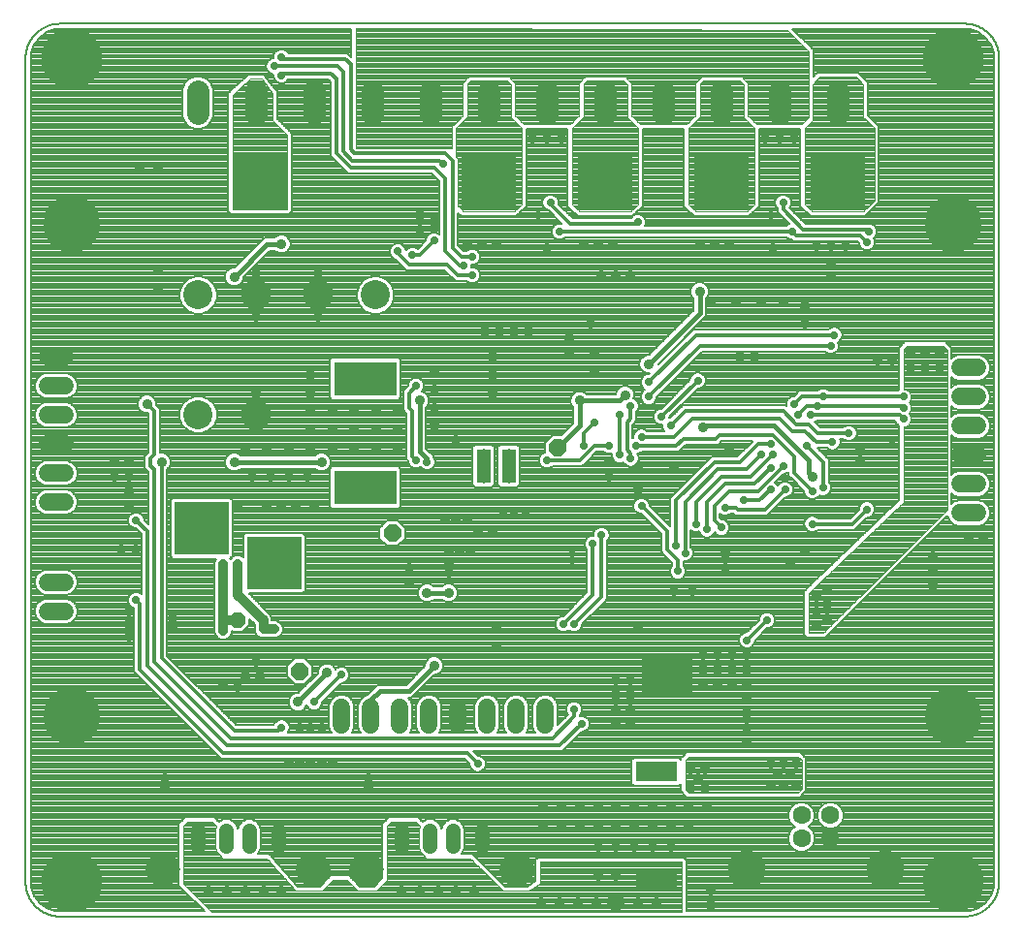
<source format=gbl>
G75*
%MOIN*%
%OFA0B0*%
%FSLAX25Y25*%
%IPPOS*%
%LPD*%
%AMOC8*
5,1,8,0,0,1.08239X$1,22.5*
%
%ADD10R,0.18504X0.18110*%
%ADD11R,0.03962X0.03962*%
%ADD12R,0.21654X0.11811*%
%ADD13C,0.10000*%
%ADD14OC8,0.10000*%
%ADD15C,0.06299*%
%ADD16C,0.13055*%
%ADD17R,0.04724X0.11811*%
%ADD18C,0.03962*%
%ADD19C,0.03175*%
%ADD20R,0.14173X0.07087*%
%ADD21C,0.05118*%
%ADD22C,0.11811*%
%ADD23C,0.05906*%
%ADD24C,0.07677*%
%ADD25C,0.20929*%
%ADD26C,0.00787*%
%ADD27C,0.19685*%
%ADD28R,0.17717X0.13780*%
%ADD29C,0.03562*%
%ADD30C,0.02775*%
%ADD31C,0.03200*%
%ADD32C,0.01600*%
%ADD33OC8,0.06000*%
%ADD34C,0.01200*%
%ADD35OC8,0.05315*%
%ADD36C,0.00400*%
D10*
X0149528Y0150148D03*
X0124528Y0162096D03*
X0144528Y0280846D03*
X0223278Y0280846D03*
X0263278Y0280846D03*
X0303278Y0280846D03*
X0343278Y0280846D03*
D11*
X0343278Y0280059D03*
X0348789Y0280059D03*
X0348789Y0285571D03*
X0343278Y0285571D03*
X0337766Y0285571D03*
X0337766Y0280059D03*
X0337766Y0274547D03*
X0343278Y0274547D03*
X0348789Y0274547D03*
X0308789Y0274547D03*
X0303278Y0274547D03*
X0303278Y0280059D03*
X0308789Y0280059D03*
X0308789Y0285571D03*
X0303278Y0285571D03*
X0297766Y0285571D03*
X0297766Y0280059D03*
X0297766Y0274547D03*
X0268789Y0274547D03*
X0263278Y0274547D03*
X0257766Y0274547D03*
X0257766Y0280059D03*
X0263278Y0280059D03*
X0268789Y0280059D03*
X0268789Y0285571D03*
X0263278Y0285571D03*
X0257766Y0285571D03*
X0228789Y0285571D03*
X0223278Y0285571D03*
X0223278Y0280059D03*
X0228789Y0280059D03*
X0228789Y0274547D03*
X0223278Y0274547D03*
X0217766Y0274547D03*
X0217766Y0280059D03*
X0217766Y0285571D03*
X0150039Y0285571D03*
X0144528Y0285571D03*
X0144528Y0280059D03*
X0150039Y0280059D03*
X0150039Y0274547D03*
X0144528Y0274547D03*
X0139016Y0274547D03*
X0139016Y0280059D03*
X0139016Y0285571D03*
X0174872Y0216526D03*
X0180778Y0216526D03*
X0186683Y0216526D03*
X0186683Y0210620D03*
X0180778Y0210620D03*
X0174872Y0210620D03*
X0174872Y0179124D03*
X0174872Y0173219D03*
X0180778Y0173219D03*
X0180778Y0179124D03*
X0186683Y0179124D03*
X0186683Y0173219D03*
X0155039Y0156447D03*
X0149528Y0156447D03*
X0149528Y0150935D03*
X0155039Y0150935D03*
X0155039Y0145423D03*
X0149528Y0145423D03*
X0144016Y0145423D03*
X0144016Y0150935D03*
X0144016Y0156447D03*
X0130039Y0155797D03*
X0124528Y0155797D03*
X0124528Y0161309D03*
X0130039Y0161309D03*
X0130039Y0166821D03*
X0124528Y0166821D03*
X0119016Y0166821D03*
X0119016Y0161309D03*
X0119016Y0155797D03*
X0276053Y0078770D03*
X0280778Y0078770D03*
X0285502Y0078770D03*
X0284528Y0108760D03*
X0288465Y0108760D03*
X0288465Y0113484D03*
X0284528Y0113484D03*
X0280591Y0113484D03*
X0280591Y0108760D03*
X0280778Y0040974D03*
X0285502Y0040974D03*
X0276053Y0040974D03*
D12*
X0180778Y0176171D03*
X0180778Y0213573D03*
D13*
X0184370Y0242372D03*
X0123435Y0242372D03*
X0123435Y0201122D03*
D14*
X0143120Y0201122D03*
X0143120Y0242372D03*
X0164685Y0242372D03*
D15*
X0330856Y0063415D03*
X0330856Y0055541D03*
X0340699Y0055541D03*
X0340699Y0063415D03*
D16*
X0359478Y0044872D03*
X0312077Y0044872D03*
D17*
X0230108Y0183622D03*
X0221447Y0183622D03*
D18*
X0221447Y0179685D03*
X0221447Y0187559D03*
X0230108Y0187559D03*
X0230108Y0179685D03*
D19*
X0230699Y0183622D03*
X0220856Y0183622D03*
D20*
X0280778Y0078376D03*
X0280778Y0041368D03*
D21*
X0220807Y0052982D02*
X0220807Y0058100D01*
X0210965Y0058100D02*
X0210965Y0052982D01*
X0203091Y0052982D02*
X0203091Y0058100D01*
X0193248Y0058100D02*
X0193248Y0052982D01*
X0150807Y0052982D02*
X0150807Y0058100D01*
X0140965Y0058100D02*
X0140965Y0052982D01*
X0133091Y0052982D02*
X0133091Y0058100D01*
X0123248Y0058100D02*
X0123248Y0052982D01*
D22*
X0111161Y0044872D03*
X0162894Y0044872D03*
X0181161Y0044872D03*
X0232894Y0044872D03*
D23*
X0232756Y0094567D02*
X0232756Y0100472D01*
X0242756Y0100472D02*
X0242756Y0094567D01*
X0222756Y0094567D02*
X0222756Y0100472D01*
X0212756Y0100472D02*
X0212756Y0094567D01*
X0202756Y0094567D02*
X0202756Y0100472D01*
X0192756Y0100472D02*
X0192756Y0094567D01*
X0182756Y0094567D02*
X0182756Y0100472D01*
X0172756Y0100472D02*
X0172756Y0094567D01*
X0077480Y0133622D02*
X0071575Y0133622D01*
X0071575Y0143622D02*
X0077480Y0143622D01*
X0077480Y0171122D02*
X0071575Y0171122D01*
X0071575Y0181122D02*
X0077480Y0181122D01*
X0077480Y0191122D02*
X0071575Y0191122D01*
X0071575Y0201122D02*
X0077480Y0201122D01*
X0077480Y0211122D02*
X0071575Y0211122D01*
X0071575Y0221122D02*
X0077480Y0221122D01*
X0385325Y0217372D02*
X0391230Y0217372D01*
X0391230Y0207372D02*
X0385325Y0207372D01*
X0385325Y0197372D02*
X0391230Y0197372D01*
X0391230Y0187372D02*
X0385325Y0187372D01*
X0385325Y0177372D02*
X0391230Y0177372D01*
X0391230Y0167372D02*
X0385325Y0167372D01*
D24*
X0343278Y0304783D02*
X0343278Y0312461D01*
X0323278Y0312461D02*
X0323278Y0304783D01*
X0303278Y0304783D02*
X0303278Y0312461D01*
X0283278Y0312461D02*
X0283278Y0304783D01*
X0263278Y0304783D02*
X0263278Y0312461D01*
X0243278Y0312461D02*
X0243278Y0304783D01*
X0223278Y0304783D02*
X0223278Y0312461D01*
X0203278Y0312461D02*
X0203278Y0304783D01*
X0183278Y0304783D02*
X0183278Y0312461D01*
X0163278Y0312461D02*
X0163278Y0304783D01*
X0143278Y0304783D02*
X0143278Y0312461D01*
X0123278Y0312461D02*
X0123278Y0304783D01*
D25*
X0079803Y0323898D03*
X0382953Y0323898D03*
X0382953Y0040433D03*
X0079803Y0040433D03*
D26*
X0064055Y0040433D02*
X0064055Y0323898D01*
X0065843Y0323898D02*
X0065966Y0325466D01*
X0066935Y0328448D01*
X0068778Y0330985D01*
X0071316Y0332829D01*
X0074298Y0333798D01*
X0075866Y0333921D01*
X0176057Y0333921D01*
X0176056Y0333594D01*
X0176059Y0333591D01*
X0176059Y0324285D01*
X0174728Y0325616D01*
X0154471Y0325616D01*
X0154385Y0325822D01*
X0153603Y0326605D01*
X0152581Y0327028D01*
X0151474Y0327028D01*
X0150452Y0326605D01*
X0149670Y0325822D01*
X0149246Y0324800D01*
X0149246Y0323903D01*
X0148974Y0323903D01*
X0147952Y0323480D01*
X0147170Y0322697D01*
X0146746Y0321675D01*
X0146746Y0320569D01*
X0147170Y0319547D01*
X0147952Y0318764D01*
X0148974Y0318341D01*
X0149246Y0318341D01*
X0149246Y0317444D01*
X0149670Y0316422D01*
X0150452Y0315639D01*
X0151474Y0315216D01*
X0152581Y0315216D01*
X0153603Y0315639D01*
X0154385Y0316422D01*
X0154471Y0316628D01*
X0168077Y0316628D01*
X0168784Y0315921D01*
X0168784Y0290296D01*
X0173784Y0285296D01*
X0174952Y0284128D01*
X0203702Y0284128D01*
X0206284Y0281546D01*
X0206284Y0263299D01*
X0206103Y0263480D01*
X0205081Y0263903D01*
X0203974Y0263903D01*
X0202952Y0263480D01*
X0202170Y0262697D01*
X0201746Y0261675D01*
X0201746Y0261160D01*
X0198834Y0258248D01*
X0198603Y0258480D01*
X0197581Y0258903D01*
X0196474Y0258903D01*
X0195452Y0258480D01*
X0194809Y0257836D01*
X0194809Y0257925D01*
X0194385Y0258947D01*
X0193603Y0259730D01*
X0192581Y0260153D01*
X0191474Y0260153D01*
X0190452Y0259730D01*
X0189670Y0258947D01*
X0189246Y0257925D01*
X0189246Y0256819D01*
X0189670Y0255797D01*
X0190452Y0255014D01*
X0191286Y0254669D01*
X0194952Y0251003D01*
X0208077Y0251003D01*
X0211827Y0247253D01*
X0215713Y0247253D01*
X0216077Y0246889D01*
X0217099Y0246466D01*
X0218206Y0246466D01*
X0219228Y0246889D01*
X0220010Y0247672D01*
X0220434Y0248694D01*
X0220434Y0249800D01*
X0220010Y0250822D01*
X0219228Y0251605D01*
X0218206Y0252028D01*
X0217309Y0252028D01*
X0217309Y0252716D01*
X0218206Y0252716D01*
X0219228Y0253139D01*
X0220010Y0253922D01*
X0220434Y0254944D01*
X0220434Y0256050D01*
X0220010Y0257072D01*
X0219228Y0257855D01*
X0218206Y0258278D01*
X0217099Y0258278D01*
X0216077Y0257855D01*
X0215713Y0257491D01*
X0214728Y0257491D01*
X0212771Y0259448D01*
X0212771Y0270625D01*
X0213867Y0269528D01*
X0232688Y0269528D01*
X0233621Y0270462D01*
X0236121Y0272962D01*
X0236121Y0299528D01*
X0250434Y0299528D01*
X0250434Y0272962D01*
X0251367Y0272028D01*
X0253867Y0269528D01*
X0272688Y0269528D01*
X0273621Y0270462D01*
X0276121Y0272962D01*
X0276121Y0299528D01*
X0290434Y0299528D01*
X0290434Y0272962D01*
X0291367Y0272028D01*
X0293867Y0269528D01*
X0312688Y0269528D01*
X0313621Y0270462D01*
X0315188Y0272028D01*
X0316121Y0272962D01*
X0316121Y0299528D01*
X0330434Y0299528D01*
X0330434Y0272962D01*
X0331367Y0272028D01*
X0332934Y0270462D01*
X0333867Y0269528D01*
X0352688Y0269528D01*
X0353621Y0270462D01*
X0357371Y0274212D01*
X0357371Y0275532D01*
X0357371Y0300532D01*
X0356438Y0301466D01*
X0353621Y0304282D01*
X0353621Y0315532D01*
X0352688Y0316466D01*
X0350188Y0318966D01*
X0336367Y0318966D01*
X0335434Y0318032D01*
X0334871Y0317470D01*
X0334871Y0326782D01*
X0327732Y0333921D01*
X0386890Y0333921D01*
X0388458Y0333798D01*
X0391440Y0332829D01*
X0393978Y0330985D01*
X0395821Y0328448D01*
X0396790Y0325466D01*
X0396913Y0323898D01*
X0396913Y0040433D01*
X0396790Y0038865D01*
X0395821Y0035882D01*
X0393978Y0033345D01*
X0391440Y0031502D01*
X0388458Y0030533D01*
X0386890Y0030409D01*
X0291121Y0030409D01*
X0291121Y0048032D01*
X0290188Y0048966D01*
X0240117Y0048966D01*
X0239184Y0048032D01*
X0239184Y0040725D01*
X0236545Y0038966D01*
X0228938Y0038966D01*
X0218621Y0049282D01*
X0217688Y0050216D01*
X0213788Y0050216D01*
X0214316Y0050743D01*
X0214917Y0052196D01*
X0214917Y0058887D01*
X0214316Y0060339D01*
X0213204Y0061451D01*
X0211751Y0062053D01*
X0210178Y0062053D01*
X0208726Y0061451D01*
X0207614Y0060339D01*
X0207028Y0058925D01*
X0206442Y0060339D01*
X0205330Y0061451D01*
X0203877Y0062053D01*
X0202304Y0062053D01*
X0200851Y0061451D01*
X0200527Y0061127D01*
X0199871Y0061782D01*
X0198938Y0062716D01*
X0188867Y0062716D01*
X0187617Y0061466D01*
X0186684Y0060532D01*
X0186684Y0041782D01*
X0183867Y0038966D01*
X0178938Y0038966D01*
X0176121Y0041782D01*
X0175188Y0042716D01*
X0168867Y0042716D01*
X0165117Y0038966D01*
X0157743Y0038966D01*
X0148621Y0049228D01*
X0148621Y0049282D01*
X0148188Y0049716D01*
X0147780Y0050174D01*
X0147726Y0050177D01*
X0147688Y0050216D01*
X0147074Y0050216D01*
X0146462Y0050252D01*
X0146422Y0050216D01*
X0143788Y0050216D01*
X0144316Y0050743D01*
X0144917Y0052196D01*
X0144917Y0058887D01*
X0144316Y0060339D01*
X0143204Y0061451D01*
X0141751Y0062053D01*
X0140178Y0062053D01*
X0138726Y0061451D01*
X0137614Y0060339D01*
X0137028Y0058925D01*
X0136442Y0060339D01*
X0135330Y0061451D01*
X0133877Y0062053D01*
X0132304Y0062053D01*
X0130851Y0061451D01*
X0130527Y0061127D01*
X0129871Y0061782D01*
X0128938Y0062716D01*
X0118867Y0062716D01*
X0117617Y0061466D01*
X0116684Y0060532D01*
X0116684Y0039212D01*
X0125486Y0030409D01*
X0075866Y0030409D01*
X0074298Y0030533D01*
X0071316Y0031502D01*
X0068778Y0033345D01*
X0066935Y0035882D01*
X0065966Y0038865D01*
X0065843Y0040433D01*
X0065843Y0323898D01*
X0065860Y0324125D02*
X0149246Y0324125D01*
X0149292Y0324911D02*
X0065922Y0324911D01*
X0066041Y0325697D02*
X0149618Y0325697D01*
X0150330Y0326483D02*
X0066296Y0326483D01*
X0066552Y0327269D02*
X0176059Y0327269D01*
X0176059Y0328055D02*
X0066807Y0328055D01*
X0067220Y0328841D02*
X0176059Y0328841D01*
X0176059Y0329627D02*
X0067791Y0329627D01*
X0068362Y0330413D02*
X0176059Y0330413D01*
X0176059Y0331199D02*
X0069072Y0331199D01*
X0070153Y0331984D02*
X0176059Y0331984D01*
X0176059Y0332770D02*
X0071235Y0332770D01*
X0073555Y0333556D02*
X0176059Y0333556D01*
X0176059Y0326483D02*
X0153725Y0326483D01*
X0154437Y0325697D02*
X0176059Y0325697D01*
X0176059Y0324911D02*
X0175433Y0324911D01*
X0168439Y0316266D02*
X0154230Y0316266D01*
X0153219Y0315480D02*
X0168784Y0315480D01*
X0168784Y0314694D02*
X0148684Y0314694D01*
X0149274Y0313908D02*
X0168784Y0313908D01*
X0168784Y0313123D02*
X0149863Y0313123D01*
X0150110Y0312794D02*
X0146746Y0317278D01*
X0146746Y0317407D01*
X0146360Y0317794D01*
X0146031Y0318231D01*
X0145904Y0318250D01*
X0145813Y0318341D01*
X0145266Y0318341D01*
X0144724Y0318418D01*
X0144621Y0318341D01*
X0141444Y0318341D01*
X0140827Y0318373D01*
X0140791Y0318341D01*
X0140742Y0318341D01*
X0140305Y0317904D01*
X0134541Y0312716D01*
X0134492Y0312716D01*
X0134055Y0312279D01*
X0133596Y0311865D01*
X0133593Y0311817D01*
X0133559Y0311782D01*
X0133559Y0311164D01*
X0133526Y0310547D01*
X0133559Y0310510D01*
X0133559Y0271087D01*
X0134492Y0270153D01*
X0135813Y0270153D01*
X0153242Y0270153D01*
X0154563Y0270153D01*
X0155496Y0271087D01*
X0155496Y0298032D01*
X0150496Y0303032D01*
X0150496Y0311634D01*
X0150574Y0312175D01*
X0150496Y0312278D01*
X0150496Y0312407D01*
X0150110Y0312794D01*
X0150496Y0312337D02*
X0168784Y0312337D01*
X0168784Y0311551D02*
X0150496Y0311551D01*
X0150496Y0310765D02*
X0168784Y0310765D01*
X0168784Y0309979D02*
X0150496Y0309979D01*
X0150496Y0309193D02*
X0168784Y0309193D01*
X0168784Y0308407D02*
X0150496Y0308407D01*
X0150496Y0307621D02*
X0168784Y0307621D01*
X0168784Y0306835D02*
X0150496Y0306835D01*
X0150496Y0306049D02*
X0168784Y0306049D01*
X0168784Y0305263D02*
X0150496Y0305263D01*
X0150496Y0304477D02*
X0168784Y0304477D01*
X0168784Y0303692D02*
X0150496Y0303692D01*
X0150623Y0302906D02*
X0168784Y0302906D01*
X0168784Y0302120D02*
X0151409Y0302120D01*
X0152195Y0301334D02*
X0168784Y0301334D01*
X0168784Y0300548D02*
X0152981Y0300548D01*
X0153766Y0299762D02*
X0168784Y0299762D01*
X0168784Y0298976D02*
X0154552Y0298976D01*
X0155338Y0298190D02*
X0168784Y0298190D01*
X0168784Y0297404D02*
X0155496Y0297404D01*
X0155496Y0296618D02*
X0168784Y0296618D01*
X0168784Y0295832D02*
X0155496Y0295832D01*
X0155496Y0295047D02*
X0168784Y0295047D01*
X0168784Y0294261D02*
X0155496Y0294261D01*
X0155496Y0293475D02*
X0168784Y0293475D01*
X0168784Y0292689D02*
X0155496Y0292689D01*
X0155496Y0291903D02*
X0168784Y0291903D01*
X0168784Y0291117D02*
X0155496Y0291117D01*
X0155496Y0290331D02*
X0168784Y0290331D01*
X0169535Y0289545D02*
X0155496Y0289545D01*
X0155496Y0288759D02*
X0170321Y0288759D01*
X0171107Y0287973D02*
X0155496Y0287973D01*
X0155496Y0287187D02*
X0171893Y0287187D01*
X0172679Y0286401D02*
X0155496Y0286401D01*
X0155496Y0285616D02*
X0173465Y0285616D01*
X0174250Y0284830D02*
X0155496Y0284830D01*
X0155496Y0284044D02*
X0203786Y0284044D01*
X0204572Y0283258D02*
X0155496Y0283258D01*
X0155496Y0282472D02*
X0205358Y0282472D01*
X0206144Y0281686D02*
X0155496Y0281686D01*
X0155496Y0280900D02*
X0206284Y0280900D01*
X0206284Y0280114D02*
X0155496Y0280114D01*
X0155496Y0279328D02*
X0206284Y0279328D01*
X0206284Y0278542D02*
X0155496Y0278542D01*
X0155496Y0277756D02*
X0206284Y0277756D01*
X0206284Y0276971D02*
X0155496Y0276971D01*
X0155496Y0276185D02*
X0206284Y0276185D01*
X0206284Y0275399D02*
X0155496Y0275399D01*
X0155496Y0274613D02*
X0206284Y0274613D01*
X0206284Y0273827D02*
X0155496Y0273827D01*
X0155496Y0273041D02*
X0206284Y0273041D01*
X0206284Y0272255D02*
X0155496Y0272255D01*
X0155496Y0271469D02*
X0206284Y0271469D01*
X0206284Y0270683D02*
X0155093Y0270683D01*
X0152659Y0263047D02*
X0151396Y0263047D01*
X0150229Y0262564D01*
X0149731Y0262066D01*
X0146119Y0262066D01*
X0135850Y0251797D01*
X0135146Y0251797D01*
X0133979Y0251314D01*
X0133086Y0250420D01*
X0132603Y0249254D01*
X0132603Y0247991D01*
X0133086Y0246824D01*
X0133979Y0245931D01*
X0135146Y0245447D01*
X0136409Y0245447D01*
X0137576Y0245931D01*
X0138469Y0246824D01*
X0138952Y0247991D01*
X0138952Y0248694D01*
X0147936Y0257678D01*
X0149731Y0257678D01*
X0150229Y0257181D01*
X0151396Y0256697D01*
X0152659Y0256697D01*
X0153826Y0257181D01*
X0154719Y0258074D01*
X0155202Y0259241D01*
X0155202Y0260504D01*
X0154719Y0261670D01*
X0153826Y0262564D01*
X0152659Y0263047D01*
X0153197Y0262824D02*
X0202297Y0262824D01*
X0201897Y0262038D02*
X0154351Y0262038D01*
X0154892Y0261252D02*
X0201746Y0261252D01*
X0201052Y0260466D02*
X0155202Y0260466D01*
X0155202Y0259680D02*
X0190403Y0259680D01*
X0189648Y0258895D02*
X0155059Y0258895D01*
X0154733Y0258109D02*
X0189322Y0258109D01*
X0189246Y0257323D02*
X0153968Y0257323D01*
X0150087Y0257323D02*
X0147581Y0257323D01*
X0146795Y0256537D02*
X0189363Y0256537D01*
X0189716Y0255751D02*
X0146009Y0255751D01*
X0145223Y0254965D02*
X0190571Y0254965D01*
X0191776Y0254179D02*
X0144437Y0254179D01*
X0143651Y0253393D02*
X0192562Y0253393D01*
X0193348Y0252607D02*
X0142865Y0252607D01*
X0142079Y0251821D02*
X0194134Y0251821D01*
X0194920Y0251035D02*
X0141293Y0251035D01*
X0140507Y0250249D02*
X0208831Y0250249D01*
X0209617Y0249464D02*
X0139721Y0249464D01*
X0138952Y0248678D02*
X0182886Y0248678D01*
X0183098Y0248766D02*
X0180748Y0247792D01*
X0178950Y0245994D01*
X0177976Y0243644D01*
X0177976Y0241100D01*
X0178950Y0238750D01*
X0180748Y0236952D01*
X0183098Y0235978D01*
X0185642Y0235978D01*
X0187992Y0236952D01*
X0189790Y0238750D01*
X0190764Y0241100D01*
X0190764Y0243644D01*
X0189790Y0245994D01*
X0187992Y0247792D01*
X0185642Y0248766D01*
X0183098Y0248766D01*
X0180988Y0247892D02*
X0138911Y0247892D01*
X0138586Y0247106D02*
X0180062Y0247106D01*
X0179276Y0246320D02*
X0137965Y0246320D01*
X0136619Y0245534D02*
X0178759Y0245534D01*
X0178434Y0244748D02*
X0129371Y0244748D01*
X0129046Y0245534D02*
X0134937Y0245534D01*
X0133590Y0246320D02*
X0128529Y0246320D01*
X0128855Y0245994D02*
X0127057Y0247792D01*
X0124707Y0248766D01*
X0122163Y0248766D01*
X0119813Y0247792D01*
X0118015Y0245994D01*
X0117041Y0243644D01*
X0117041Y0241100D01*
X0118015Y0238750D01*
X0119813Y0236952D01*
X0122163Y0235978D01*
X0124707Y0235978D01*
X0127057Y0236952D01*
X0128855Y0238750D01*
X0129829Y0241100D01*
X0129829Y0243644D01*
X0128855Y0245994D01*
X0127743Y0247106D02*
X0132969Y0247106D01*
X0132644Y0247892D02*
X0126817Y0247892D01*
X0124919Y0248678D02*
X0132603Y0248678D01*
X0132690Y0249464D02*
X0065843Y0249464D01*
X0065843Y0250249D02*
X0133015Y0250249D01*
X0133701Y0251035D02*
X0065843Y0251035D01*
X0065843Y0251821D02*
X0135874Y0251821D01*
X0136660Y0252607D02*
X0065843Y0252607D01*
X0065843Y0253393D02*
X0137446Y0253393D01*
X0138232Y0254179D02*
X0065843Y0254179D01*
X0065843Y0254965D02*
X0139018Y0254965D01*
X0139804Y0255751D02*
X0065843Y0255751D01*
X0065843Y0256537D02*
X0140590Y0256537D01*
X0141376Y0257323D02*
X0065843Y0257323D01*
X0065843Y0258109D02*
X0142162Y0258109D01*
X0142948Y0258895D02*
X0065843Y0258895D01*
X0065843Y0259680D02*
X0143734Y0259680D01*
X0144520Y0260466D02*
X0065843Y0260466D01*
X0065843Y0261252D02*
X0145305Y0261252D01*
X0146091Y0262038D02*
X0065843Y0262038D01*
X0065843Y0262824D02*
X0150858Y0262824D01*
X0133963Y0270683D02*
X0065843Y0270683D01*
X0065843Y0269897D02*
X0206284Y0269897D01*
X0206284Y0269111D02*
X0065843Y0269111D01*
X0065843Y0268325D02*
X0206284Y0268325D01*
X0206284Y0267540D02*
X0065843Y0267540D01*
X0065843Y0266754D02*
X0206284Y0266754D01*
X0206284Y0265968D02*
X0065843Y0265968D01*
X0065843Y0265182D02*
X0206284Y0265182D01*
X0206284Y0264396D02*
X0065843Y0264396D01*
X0065843Y0263610D02*
X0203267Y0263610D01*
X0205788Y0263610D02*
X0206284Y0263610D01*
X0200266Y0259680D02*
X0193652Y0259680D01*
X0194407Y0258895D02*
X0196454Y0258895D01*
X0197602Y0258895D02*
X0199481Y0258895D01*
X0195081Y0258109D02*
X0194733Y0258109D01*
X0185855Y0248678D02*
X0210402Y0248678D01*
X0211188Y0247892D02*
X0187752Y0247892D01*
X0188678Y0247106D02*
X0215861Y0247106D01*
X0219444Y0247106D02*
X0396913Y0247106D01*
X0396913Y0247892D02*
X0220101Y0247892D01*
X0220427Y0248678D02*
X0396913Y0248678D01*
X0396913Y0249464D02*
X0220434Y0249464D01*
X0220248Y0250249D02*
X0396913Y0250249D01*
X0396913Y0251035D02*
X0219797Y0251035D01*
X0218705Y0251821D02*
X0396913Y0251821D01*
X0396913Y0252607D02*
X0217309Y0252607D01*
X0219482Y0253393D02*
X0396913Y0253393D01*
X0396913Y0254179D02*
X0220117Y0254179D01*
X0220434Y0254965D02*
X0396913Y0254965D01*
X0396913Y0255751D02*
X0220434Y0255751D01*
X0220232Y0256537D02*
X0396913Y0256537D01*
X0396913Y0257323D02*
X0219760Y0257323D01*
X0218615Y0258109D02*
X0351776Y0258109D01*
X0351702Y0258139D02*
X0352724Y0257716D01*
X0353831Y0257716D01*
X0354853Y0258139D01*
X0355635Y0258922D01*
X0356059Y0259944D01*
X0356059Y0261050D01*
X0355643Y0262054D01*
X0356260Y0262672D01*
X0356684Y0263694D01*
X0356684Y0264800D01*
X0356260Y0265822D01*
X0355478Y0266605D01*
X0354456Y0267028D01*
X0353349Y0267028D01*
X0352957Y0266866D01*
X0332228Y0266866D01*
X0326654Y0272440D01*
X0326885Y0272672D01*
X0327309Y0273694D01*
X0327309Y0274800D01*
X0326885Y0275822D01*
X0326103Y0276605D01*
X0325081Y0277028D01*
X0323974Y0277028D01*
X0322952Y0276605D01*
X0322170Y0275822D01*
X0321746Y0274800D01*
X0321746Y0273694D01*
X0322170Y0272672D01*
X0322534Y0272308D01*
X0322534Y0270921D01*
X0326624Y0266831D01*
X0326077Y0266605D01*
X0325713Y0266241D01*
X0277069Y0266241D01*
X0277309Y0266819D01*
X0277309Y0267925D01*
X0276885Y0268947D01*
X0276103Y0269730D01*
X0275081Y0270153D01*
X0273974Y0270153D01*
X0272952Y0269730D01*
X0272170Y0268947D01*
X0272084Y0268741D01*
X0252228Y0268741D01*
X0247299Y0273670D01*
X0247309Y0273694D01*
X0247309Y0274800D01*
X0246885Y0275822D01*
X0246103Y0276605D01*
X0245081Y0277028D01*
X0243974Y0277028D01*
X0242952Y0276605D01*
X0242170Y0275822D01*
X0241746Y0274800D01*
X0241746Y0273694D01*
X0242170Y0272672D01*
X0242952Y0271889D01*
X0243786Y0271544D01*
X0248370Y0266960D01*
X0248206Y0267028D01*
X0247099Y0267028D01*
X0246077Y0266605D01*
X0245295Y0265822D01*
X0244871Y0264800D01*
X0244871Y0263694D01*
X0245295Y0262672D01*
X0246077Y0261889D01*
X0247099Y0261466D01*
X0248206Y0261466D01*
X0249228Y0261889D01*
X0249592Y0262253D01*
X0325713Y0262253D01*
X0326077Y0261889D01*
X0327099Y0261466D01*
X0327614Y0261466D01*
X0328077Y0261003D01*
X0349952Y0261003D01*
X0350496Y0260459D01*
X0350496Y0259944D01*
X0350920Y0258922D01*
X0351702Y0258139D01*
X0350947Y0258895D02*
X0213325Y0258895D01*
X0212771Y0259680D02*
X0350606Y0259680D01*
X0350489Y0260466D02*
X0212771Y0260466D01*
X0212771Y0261252D02*
X0327828Y0261252D01*
X0325928Y0262038D02*
X0249377Y0262038D01*
X0245928Y0262038D02*
X0212771Y0262038D01*
X0212771Y0262824D02*
X0245232Y0262824D01*
X0244906Y0263610D02*
X0212771Y0263610D01*
X0212771Y0264396D02*
X0244871Y0264396D01*
X0245030Y0265182D02*
X0212771Y0265182D01*
X0212771Y0265968D02*
X0245440Y0265968D01*
X0246437Y0266754D02*
X0212771Y0266754D01*
X0212771Y0267540D02*
X0247791Y0267540D01*
X0247005Y0268325D02*
X0212771Y0268325D01*
X0212771Y0269111D02*
X0246219Y0269111D01*
X0245433Y0269897D02*
X0233057Y0269897D01*
X0233843Y0270683D02*
X0244647Y0270683D01*
X0243861Y0271469D02*
X0234628Y0271469D01*
X0235414Y0272255D02*
X0242586Y0272255D01*
X0242017Y0273041D02*
X0236121Y0273041D01*
X0236121Y0273827D02*
X0241746Y0273827D01*
X0241746Y0274613D02*
X0236121Y0274613D01*
X0236121Y0275399D02*
X0241994Y0275399D01*
X0242532Y0276185D02*
X0236121Y0276185D01*
X0236121Y0276971D02*
X0243835Y0276971D01*
X0245220Y0276971D02*
X0250434Y0276971D01*
X0250434Y0277756D02*
X0236121Y0277756D01*
X0236121Y0278542D02*
X0250434Y0278542D01*
X0250434Y0279328D02*
X0236121Y0279328D01*
X0236121Y0280114D02*
X0250434Y0280114D01*
X0250434Y0280900D02*
X0236121Y0280900D01*
X0236121Y0281686D02*
X0250434Y0281686D01*
X0250434Y0282472D02*
X0236121Y0282472D01*
X0236121Y0283258D02*
X0250434Y0283258D01*
X0250434Y0284044D02*
X0236121Y0284044D01*
X0236121Y0284830D02*
X0250434Y0284830D01*
X0250434Y0285616D02*
X0236121Y0285616D01*
X0236121Y0286401D02*
X0250434Y0286401D01*
X0250434Y0287187D02*
X0236121Y0287187D01*
X0236121Y0287973D02*
X0250434Y0287973D01*
X0250434Y0288759D02*
X0236121Y0288759D01*
X0236121Y0289545D02*
X0250434Y0289545D01*
X0250434Y0290331D02*
X0236121Y0290331D01*
X0236121Y0291117D02*
X0250434Y0291117D01*
X0250434Y0291903D02*
X0236121Y0291903D01*
X0236121Y0292689D02*
X0250434Y0292689D01*
X0250434Y0293475D02*
X0236121Y0293475D01*
X0236121Y0294261D02*
X0250434Y0294261D01*
X0250434Y0295047D02*
X0236121Y0295047D01*
X0236121Y0295832D02*
X0250434Y0295832D01*
X0250434Y0296618D02*
X0236121Y0296618D01*
X0236121Y0297404D02*
X0250434Y0297404D01*
X0250434Y0298190D02*
X0236121Y0298190D01*
X0236121Y0298976D02*
X0250434Y0298976D01*
X0250434Y0276185D02*
X0246523Y0276185D01*
X0247061Y0275399D02*
X0250434Y0275399D01*
X0250434Y0274613D02*
X0247309Y0274613D01*
X0247309Y0273827D02*
X0250434Y0273827D01*
X0250434Y0273041D02*
X0247928Y0273041D01*
X0248714Y0272255D02*
X0251141Y0272255D01*
X0251927Y0271469D02*
X0249500Y0271469D01*
X0250286Y0270683D02*
X0252713Y0270683D01*
X0253498Y0269897D02*
X0251072Y0269897D01*
X0251858Y0269111D02*
X0272334Y0269111D01*
X0273057Y0269897D02*
X0273357Y0269897D01*
X0273843Y0270683D02*
X0292713Y0270683D01*
X0293498Y0269897D02*
X0275698Y0269897D01*
X0276721Y0269111D02*
X0324344Y0269111D01*
X0325130Y0268325D02*
X0277143Y0268325D01*
X0277309Y0267540D02*
X0325916Y0267540D01*
X0326437Y0266754D02*
X0277282Y0266754D01*
X0274628Y0271469D02*
X0291927Y0271469D01*
X0291141Y0272255D02*
X0275414Y0272255D01*
X0276121Y0273041D02*
X0290434Y0273041D01*
X0290434Y0273827D02*
X0276121Y0273827D01*
X0276121Y0274613D02*
X0290434Y0274613D01*
X0290434Y0275399D02*
X0276121Y0275399D01*
X0276121Y0276185D02*
X0290434Y0276185D01*
X0290434Y0276971D02*
X0276121Y0276971D01*
X0276121Y0277756D02*
X0290434Y0277756D01*
X0290434Y0278542D02*
X0276121Y0278542D01*
X0276121Y0279328D02*
X0290434Y0279328D01*
X0290434Y0280114D02*
X0276121Y0280114D01*
X0276121Y0280900D02*
X0290434Y0280900D01*
X0290434Y0281686D02*
X0276121Y0281686D01*
X0276121Y0282472D02*
X0290434Y0282472D01*
X0290434Y0283258D02*
X0276121Y0283258D01*
X0276121Y0284044D02*
X0290434Y0284044D01*
X0290434Y0284830D02*
X0276121Y0284830D01*
X0276121Y0285616D02*
X0290434Y0285616D01*
X0290434Y0286401D02*
X0276121Y0286401D01*
X0276121Y0287187D02*
X0290434Y0287187D01*
X0290434Y0287973D02*
X0276121Y0287973D01*
X0276121Y0288759D02*
X0290434Y0288759D01*
X0290434Y0289545D02*
X0276121Y0289545D01*
X0276121Y0290331D02*
X0290434Y0290331D01*
X0290434Y0291117D02*
X0276121Y0291117D01*
X0276121Y0291903D02*
X0290434Y0291903D01*
X0290434Y0292689D02*
X0276121Y0292689D01*
X0276121Y0293475D02*
X0290434Y0293475D01*
X0290434Y0294261D02*
X0276121Y0294261D01*
X0276121Y0295047D02*
X0290434Y0295047D01*
X0290434Y0295832D02*
X0276121Y0295832D01*
X0276121Y0296618D02*
X0290434Y0296618D01*
X0290434Y0297404D02*
X0276121Y0297404D01*
X0276121Y0298190D02*
X0290434Y0298190D01*
X0290434Y0298976D02*
X0276121Y0298976D01*
X0316121Y0298976D02*
X0330434Y0298976D01*
X0330434Y0298190D02*
X0316121Y0298190D01*
X0316121Y0297404D02*
X0330434Y0297404D01*
X0330434Y0296618D02*
X0316121Y0296618D01*
X0316121Y0295832D02*
X0330434Y0295832D01*
X0330434Y0295047D02*
X0316121Y0295047D01*
X0316121Y0294261D02*
X0330434Y0294261D01*
X0330434Y0293475D02*
X0316121Y0293475D01*
X0316121Y0292689D02*
X0330434Y0292689D01*
X0330434Y0291903D02*
X0316121Y0291903D01*
X0316121Y0291117D02*
X0330434Y0291117D01*
X0330434Y0290331D02*
X0316121Y0290331D01*
X0316121Y0289545D02*
X0330434Y0289545D01*
X0330434Y0288759D02*
X0316121Y0288759D01*
X0316121Y0287973D02*
X0330434Y0287973D01*
X0330434Y0287187D02*
X0316121Y0287187D01*
X0316121Y0286401D02*
X0330434Y0286401D01*
X0330434Y0285616D02*
X0316121Y0285616D01*
X0316121Y0284830D02*
X0330434Y0284830D01*
X0330434Y0284044D02*
X0316121Y0284044D01*
X0316121Y0283258D02*
X0330434Y0283258D01*
X0330434Y0282472D02*
X0316121Y0282472D01*
X0316121Y0281686D02*
X0330434Y0281686D01*
X0330434Y0280900D02*
X0316121Y0280900D01*
X0316121Y0280114D02*
X0330434Y0280114D01*
X0330434Y0279328D02*
X0316121Y0279328D01*
X0316121Y0278542D02*
X0330434Y0278542D01*
X0330434Y0277756D02*
X0316121Y0277756D01*
X0316121Y0276971D02*
X0323835Y0276971D01*
X0325220Y0276971D02*
X0330434Y0276971D01*
X0330434Y0276185D02*
X0326523Y0276185D01*
X0327061Y0275399D02*
X0330434Y0275399D01*
X0330434Y0274613D02*
X0327309Y0274613D01*
X0327309Y0273827D02*
X0330434Y0273827D01*
X0330434Y0273041D02*
X0327038Y0273041D01*
X0326839Y0272255D02*
X0331141Y0272255D01*
X0331927Y0271469D02*
X0327625Y0271469D01*
X0328411Y0270683D02*
X0332713Y0270683D01*
X0332934Y0270462D02*
X0332934Y0270462D01*
X0333498Y0269897D02*
X0329197Y0269897D01*
X0329983Y0269111D02*
X0396913Y0269111D01*
X0396913Y0268325D02*
X0330769Y0268325D01*
X0331555Y0267540D02*
X0396913Y0267540D01*
X0396913Y0266754D02*
X0355118Y0266754D01*
X0356115Y0265968D02*
X0396913Y0265968D01*
X0396913Y0265182D02*
X0356526Y0265182D01*
X0356684Y0264396D02*
X0396913Y0264396D01*
X0396913Y0263610D02*
X0356649Y0263610D01*
X0356323Y0262824D02*
X0396913Y0262824D01*
X0396913Y0262038D02*
X0355649Y0262038D01*
X0355975Y0261252D02*
X0396913Y0261252D01*
X0396913Y0260466D02*
X0356059Y0260466D01*
X0355950Y0259680D02*
X0396913Y0259680D01*
X0396913Y0258895D02*
X0355608Y0258895D01*
X0354779Y0258109D02*
X0396913Y0258109D01*
X0396913Y0269897D02*
X0353057Y0269897D01*
X0353843Y0270683D02*
X0396913Y0270683D01*
X0396913Y0271469D02*
X0354628Y0271469D01*
X0355414Y0272255D02*
X0396913Y0272255D01*
X0396913Y0273041D02*
X0356200Y0273041D01*
X0356986Y0273827D02*
X0396913Y0273827D01*
X0396913Y0274613D02*
X0357371Y0274613D01*
X0357371Y0275399D02*
X0396913Y0275399D01*
X0396913Y0276185D02*
X0357371Y0276185D01*
X0357371Y0276971D02*
X0396913Y0276971D01*
X0396913Y0277756D02*
X0357371Y0277756D01*
X0357371Y0278542D02*
X0396913Y0278542D01*
X0396913Y0279328D02*
X0357371Y0279328D01*
X0357371Y0280114D02*
X0396913Y0280114D01*
X0396913Y0280900D02*
X0357371Y0280900D01*
X0357371Y0281686D02*
X0396913Y0281686D01*
X0396913Y0282472D02*
X0357371Y0282472D01*
X0357371Y0283258D02*
X0396913Y0283258D01*
X0396913Y0284044D02*
X0357371Y0284044D01*
X0357371Y0284830D02*
X0396913Y0284830D01*
X0396913Y0285616D02*
X0357371Y0285616D01*
X0357371Y0286401D02*
X0396913Y0286401D01*
X0396913Y0287187D02*
X0357371Y0287187D01*
X0357371Y0287973D02*
X0396913Y0287973D01*
X0396913Y0288759D02*
X0357371Y0288759D01*
X0357371Y0289545D02*
X0396913Y0289545D01*
X0396913Y0290331D02*
X0357371Y0290331D01*
X0357371Y0291117D02*
X0396913Y0291117D01*
X0396913Y0291903D02*
X0357371Y0291903D01*
X0357371Y0292689D02*
X0396913Y0292689D01*
X0396913Y0293475D02*
X0357371Y0293475D01*
X0357371Y0294261D02*
X0396913Y0294261D01*
X0396913Y0295047D02*
X0357371Y0295047D01*
X0357371Y0295832D02*
X0396913Y0295832D01*
X0396913Y0296618D02*
X0357371Y0296618D01*
X0357371Y0297404D02*
X0396913Y0297404D01*
X0396913Y0298190D02*
X0357371Y0298190D01*
X0357371Y0298976D02*
X0396913Y0298976D01*
X0396913Y0299762D02*
X0357371Y0299762D01*
X0357356Y0300548D02*
X0396913Y0300548D01*
X0396913Y0301334D02*
X0356570Y0301334D01*
X0355784Y0302120D02*
X0396913Y0302120D01*
X0396913Y0302906D02*
X0354998Y0302906D01*
X0354212Y0303692D02*
X0396913Y0303692D01*
X0396913Y0304477D02*
X0353621Y0304477D01*
X0353621Y0305263D02*
X0396913Y0305263D01*
X0396913Y0306049D02*
X0353621Y0306049D01*
X0353621Y0306835D02*
X0396913Y0306835D01*
X0396913Y0307621D02*
X0353621Y0307621D01*
X0353621Y0308407D02*
X0396913Y0308407D01*
X0396913Y0309193D02*
X0353621Y0309193D01*
X0353621Y0309979D02*
X0396913Y0309979D01*
X0396913Y0310765D02*
X0353621Y0310765D01*
X0353621Y0311551D02*
X0396913Y0311551D01*
X0396913Y0312337D02*
X0353621Y0312337D01*
X0353621Y0313123D02*
X0396913Y0313123D01*
X0396913Y0313908D02*
X0353621Y0313908D01*
X0353621Y0314694D02*
X0396913Y0314694D01*
X0396913Y0315480D02*
X0353621Y0315480D01*
X0352887Y0316266D02*
X0396913Y0316266D01*
X0396913Y0317052D02*
X0352101Y0317052D01*
X0351315Y0317838D02*
X0396913Y0317838D01*
X0396913Y0318624D02*
X0350530Y0318624D01*
X0336026Y0318624D02*
X0334871Y0318624D01*
X0334871Y0319410D02*
X0396913Y0319410D01*
X0396913Y0320196D02*
X0334871Y0320196D01*
X0334871Y0320982D02*
X0396913Y0320982D01*
X0396913Y0321768D02*
X0334871Y0321768D01*
X0334871Y0322553D02*
X0396913Y0322553D01*
X0396913Y0323339D02*
X0334871Y0323339D01*
X0334871Y0324125D02*
X0396895Y0324125D01*
X0396834Y0324911D02*
X0334871Y0324911D01*
X0334871Y0325697D02*
X0396715Y0325697D01*
X0396459Y0326483D02*
X0334871Y0326483D01*
X0334384Y0327269D02*
X0396204Y0327269D01*
X0395949Y0328055D02*
X0333599Y0328055D01*
X0332813Y0328841D02*
X0395536Y0328841D01*
X0394965Y0329627D02*
X0332027Y0329627D01*
X0331241Y0330413D02*
X0394394Y0330413D01*
X0393684Y0331199D02*
X0330455Y0331199D01*
X0329669Y0331984D02*
X0392602Y0331984D01*
X0391521Y0332770D02*
X0328883Y0332770D01*
X0328097Y0333556D02*
X0389201Y0333556D01*
X0386890Y0335709D02*
X0075866Y0335709D01*
X0075581Y0335706D01*
X0075295Y0335695D01*
X0075010Y0335678D01*
X0074726Y0335654D01*
X0074442Y0335623D01*
X0074159Y0335585D01*
X0073878Y0335540D01*
X0073597Y0335489D01*
X0073317Y0335431D01*
X0073039Y0335366D01*
X0072763Y0335294D01*
X0072489Y0335216D01*
X0072216Y0335131D01*
X0071946Y0335039D01*
X0071678Y0334941D01*
X0071412Y0334837D01*
X0071149Y0334726D01*
X0070889Y0334609D01*
X0070631Y0334486D01*
X0070377Y0334356D01*
X0070126Y0334220D01*
X0069878Y0334079D01*
X0069634Y0333931D01*
X0069393Y0333778D01*
X0069157Y0333618D01*
X0068924Y0333453D01*
X0068695Y0333283D01*
X0068470Y0333107D01*
X0068250Y0332925D01*
X0068034Y0332739D01*
X0067823Y0332547D01*
X0067616Y0332350D01*
X0067414Y0332148D01*
X0067217Y0331941D01*
X0067025Y0331730D01*
X0066839Y0331514D01*
X0066657Y0331294D01*
X0066481Y0331069D01*
X0066311Y0330840D01*
X0066146Y0330607D01*
X0065986Y0330371D01*
X0065833Y0330130D01*
X0065685Y0329886D01*
X0065544Y0329638D01*
X0065408Y0329387D01*
X0065278Y0329133D01*
X0065155Y0328875D01*
X0065038Y0328615D01*
X0064927Y0328352D01*
X0064823Y0328086D01*
X0064725Y0327818D01*
X0064633Y0327548D01*
X0064548Y0327275D01*
X0064470Y0327001D01*
X0064398Y0326725D01*
X0064333Y0326447D01*
X0064275Y0326167D01*
X0064224Y0325886D01*
X0064179Y0325605D01*
X0064141Y0325322D01*
X0064110Y0325038D01*
X0064086Y0324754D01*
X0064069Y0324469D01*
X0064058Y0324183D01*
X0064055Y0323898D01*
X0065843Y0323339D02*
X0147812Y0323339D01*
X0147110Y0322553D02*
X0065843Y0322553D01*
X0065843Y0321768D02*
X0146785Y0321768D01*
X0146746Y0320982D02*
X0065843Y0320982D01*
X0065843Y0320196D02*
X0146901Y0320196D01*
X0147307Y0319410D02*
X0065843Y0319410D01*
X0065843Y0318624D02*
X0148291Y0318624D01*
X0149246Y0317838D02*
X0146326Y0317838D01*
X0146916Y0317052D02*
X0149409Y0317052D01*
X0149825Y0316266D02*
X0147505Y0316266D01*
X0148095Y0315480D02*
X0150836Y0315480D01*
X0140232Y0317838D02*
X0065843Y0317838D01*
X0065843Y0317052D02*
X0120690Y0317052D01*
X0120314Y0316896D02*
X0118842Y0315424D01*
X0118045Y0313501D01*
X0118045Y0303743D01*
X0118842Y0301820D01*
X0120314Y0300348D01*
X0122237Y0299551D01*
X0124318Y0299551D01*
X0126241Y0300348D01*
X0127713Y0301820D01*
X0128510Y0303743D01*
X0128510Y0313501D01*
X0127713Y0315424D01*
X0126241Y0316896D01*
X0124318Y0317693D01*
X0122237Y0317693D01*
X0120314Y0316896D01*
X0119684Y0316266D02*
X0065843Y0316266D01*
X0065843Y0315480D02*
X0118898Y0315480D01*
X0118539Y0314694D02*
X0065843Y0314694D01*
X0065843Y0313908D02*
X0118214Y0313908D01*
X0118045Y0313123D02*
X0065843Y0313123D01*
X0065843Y0312337D02*
X0118045Y0312337D01*
X0118045Y0311551D02*
X0065843Y0311551D01*
X0065843Y0310765D02*
X0118045Y0310765D01*
X0118045Y0309979D02*
X0065843Y0309979D01*
X0065843Y0309193D02*
X0118045Y0309193D01*
X0118045Y0308407D02*
X0065843Y0308407D01*
X0065843Y0307621D02*
X0118045Y0307621D01*
X0118045Y0306835D02*
X0065843Y0306835D01*
X0065843Y0306049D02*
X0118045Y0306049D01*
X0118045Y0305263D02*
X0065843Y0305263D01*
X0065843Y0304477D02*
X0118045Y0304477D01*
X0118066Y0303692D02*
X0065843Y0303692D01*
X0065843Y0302906D02*
X0118392Y0302906D01*
X0118718Y0302120D02*
X0065843Y0302120D01*
X0065843Y0301334D02*
X0119328Y0301334D01*
X0120114Y0300548D02*
X0065843Y0300548D01*
X0065843Y0299762D02*
X0121728Y0299762D01*
X0124827Y0299762D02*
X0133559Y0299762D01*
X0133559Y0300548D02*
X0126442Y0300548D01*
X0127227Y0301334D02*
X0133559Y0301334D01*
X0133559Y0302120D02*
X0127838Y0302120D01*
X0128163Y0302906D02*
X0133559Y0302906D01*
X0133559Y0303692D02*
X0128489Y0303692D01*
X0128510Y0304477D02*
X0133559Y0304477D01*
X0133559Y0305263D02*
X0128510Y0305263D01*
X0128510Y0306049D02*
X0133559Y0306049D01*
X0133559Y0306835D02*
X0128510Y0306835D01*
X0128510Y0307621D02*
X0133559Y0307621D01*
X0133559Y0308407D02*
X0128510Y0308407D01*
X0128510Y0309193D02*
X0133559Y0309193D01*
X0133559Y0309979D02*
X0128510Y0309979D01*
X0128510Y0310765D02*
X0133538Y0310765D01*
X0133559Y0311551D02*
X0128510Y0311551D01*
X0128510Y0312337D02*
X0134113Y0312337D01*
X0134993Y0313123D02*
X0128510Y0313123D01*
X0128341Y0313908D02*
X0135866Y0313908D01*
X0136739Y0314694D02*
X0128016Y0314694D01*
X0127657Y0315480D02*
X0137613Y0315480D01*
X0138486Y0316266D02*
X0126872Y0316266D01*
X0125865Y0317052D02*
X0139359Y0317052D01*
X0133559Y0298976D02*
X0065843Y0298976D01*
X0065843Y0298190D02*
X0133559Y0298190D01*
X0133559Y0297404D02*
X0065843Y0297404D01*
X0065843Y0296618D02*
X0133559Y0296618D01*
X0133559Y0295832D02*
X0065843Y0295832D01*
X0065843Y0295047D02*
X0133559Y0295047D01*
X0133559Y0294261D02*
X0065843Y0294261D01*
X0065843Y0293475D02*
X0133559Y0293475D01*
X0133559Y0292689D02*
X0065843Y0292689D01*
X0065843Y0291903D02*
X0133559Y0291903D01*
X0133559Y0291117D02*
X0065843Y0291117D01*
X0065843Y0290331D02*
X0133559Y0290331D01*
X0133559Y0289545D02*
X0065843Y0289545D01*
X0065843Y0288759D02*
X0133559Y0288759D01*
X0133559Y0287973D02*
X0065843Y0287973D01*
X0065843Y0287187D02*
X0133559Y0287187D01*
X0133559Y0286401D02*
X0065843Y0286401D01*
X0065843Y0285616D02*
X0133559Y0285616D01*
X0133559Y0284830D02*
X0065843Y0284830D01*
X0065843Y0284044D02*
X0133559Y0284044D01*
X0133559Y0283258D02*
X0065843Y0283258D01*
X0065843Y0282472D02*
X0133559Y0282472D01*
X0133559Y0281686D02*
X0065843Y0281686D01*
X0065843Y0280900D02*
X0133559Y0280900D01*
X0133559Y0280114D02*
X0065843Y0280114D01*
X0065843Y0279328D02*
X0133559Y0279328D01*
X0133559Y0278542D02*
X0065843Y0278542D01*
X0065843Y0277756D02*
X0133559Y0277756D01*
X0133559Y0276971D02*
X0065843Y0276971D01*
X0065843Y0276185D02*
X0133559Y0276185D01*
X0133559Y0275399D02*
X0065843Y0275399D01*
X0065843Y0274613D02*
X0133559Y0274613D01*
X0133559Y0273827D02*
X0065843Y0273827D01*
X0065843Y0273041D02*
X0133559Y0273041D01*
X0133559Y0272255D02*
X0065843Y0272255D01*
X0065843Y0271469D02*
X0133559Y0271469D01*
X0121951Y0248678D02*
X0065843Y0248678D01*
X0065843Y0247892D02*
X0120053Y0247892D01*
X0119127Y0247106D02*
X0065843Y0247106D01*
X0065843Y0246320D02*
X0118341Y0246320D01*
X0117824Y0245534D02*
X0065843Y0245534D01*
X0065843Y0244748D02*
X0117499Y0244748D01*
X0117173Y0243962D02*
X0065843Y0243962D01*
X0065843Y0243176D02*
X0117041Y0243176D01*
X0117041Y0242390D02*
X0065843Y0242390D01*
X0065843Y0241604D02*
X0117041Y0241604D01*
X0117158Y0240819D02*
X0065843Y0240819D01*
X0065843Y0240033D02*
X0117484Y0240033D01*
X0117809Y0239247D02*
X0065843Y0239247D01*
X0065843Y0238461D02*
X0118304Y0238461D01*
X0119090Y0237675D02*
X0065843Y0237675D01*
X0065843Y0236889D02*
X0119965Y0236889D01*
X0121862Y0236103D02*
X0065843Y0236103D01*
X0065843Y0235317D02*
X0291870Y0235317D01*
X0291084Y0234531D02*
X0065843Y0234531D01*
X0065843Y0233745D02*
X0290298Y0233745D01*
X0289513Y0232959D02*
X0065843Y0232959D01*
X0065843Y0232173D02*
X0288727Y0232173D01*
X0287941Y0231388D02*
X0065843Y0231388D01*
X0065843Y0230602D02*
X0287155Y0230602D01*
X0286369Y0229816D02*
X0065843Y0229816D01*
X0065843Y0229030D02*
X0285583Y0229030D01*
X0284797Y0228244D02*
X0065843Y0228244D01*
X0065843Y0227458D02*
X0284011Y0227458D01*
X0283225Y0226672D02*
X0065843Y0226672D01*
X0065843Y0225886D02*
X0282439Y0225886D01*
X0281653Y0225100D02*
X0065843Y0225100D01*
X0065843Y0224314D02*
X0280868Y0224314D01*
X0280082Y0223528D02*
X0065843Y0223528D01*
X0065843Y0222743D02*
X0279296Y0222743D01*
X0278510Y0221957D02*
X0065843Y0221957D01*
X0065843Y0221171D02*
X0276336Y0221171D01*
X0276479Y0221314D02*
X0275586Y0220420D01*
X0275103Y0219254D01*
X0275103Y0217991D01*
X0275586Y0216824D01*
X0276479Y0215931D01*
X0277646Y0215447D01*
X0278533Y0215447D01*
X0278239Y0215153D01*
X0277724Y0215153D01*
X0276702Y0214730D01*
X0275920Y0213947D01*
X0275496Y0212925D01*
X0275496Y0211819D01*
X0275920Y0210797D01*
X0276702Y0210014D01*
X0277046Y0209872D01*
X0276702Y0209730D01*
X0275920Y0208947D01*
X0275496Y0207925D01*
X0275496Y0206819D01*
X0275920Y0205797D01*
X0276702Y0205014D01*
X0277724Y0204591D01*
X0278831Y0204591D01*
X0279853Y0205014D01*
X0280635Y0205797D01*
X0281059Y0206819D01*
X0281059Y0207334D01*
X0296603Y0222878D01*
X0338838Y0222878D01*
X0339202Y0222514D01*
X0340224Y0222091D01*
X0341331Y0222091D01*
X0342353Y0222514D01*
X0343135Y0223297D01*
X0343559Y0224319D01*
X0343559Y0225425D01*
X0343268Y0226126D01*
X0343603Y0226264D01*
X0344385Y0227047D01*
X0344809Y0228069D01*
X0344809Y0229175D01*
X0344385Y0230197D01*
X0343603Y0230980D01*
X0342581Y0231403D01*
X0341474Y0231403D01*
X0340452Y0230980D01*
X0340088Y0230616D01*
X0293702Y0230616D01*
X0292534Y0229448D01*
X0281452Y0218366D01*
X0281452Y0218694D01*
X0296686Y0233928D01*
X0296686Y0233928D01*
X0297971Y0235213D01*
X0297971Y0241326D01*
X0298469Y0241824D01*
X0298952Y0242991D01*
X0298952Y0244254D01*
X0298469Y0245420D01*
X0297576Y0246314D01*
X0296409Y0246797D01*
X0295146Y0246797D01*
X0293979Y0246314D01*
X0293086Y0245420D01*
X0292603Y0244254D01*
X0292603Y0242991D01*
X0293086Y0241824D01*
X0293584Y0241326D01*
X0293584Y0237031D01*
X0278350Y0221797D01*
X0277646Y0221797D01*
X0276479Y0221314D01*
X0275571Y0220385D02*
X0192669Y0220385D01*
X0192998Y0220056D02*
X0192182Y0220872D01*
X0169373Y0220872D01*
X0168557Y0220056D01*
X0168557Y0207090D01*
X0169373Y0206274D01*
X0192182Y0206274D01*
X0192998Y0207090D01*
X0192998Y0220056D01*
X0192998Y0219599D02*
X0275246Y0219599D01*
X0275103Y0218813D02*
X0192998Y0218813D01*
X0192998Y0218027D02*
X0275103Y0218027D01*
X0275413Y0217241D02*
X0192998Y0217241D01*
X0192998Y0216455D02*
X0275955Y0216455D01*
X0277110Y0215669D02*
X0192998Y0215669D01*
X0192998Y0214883D02*
X0277073Y0214883D01*
X0276070Y0214097D02*
X0192998Y0214097D01*
X0192998Y0213312D02*
X0196534Y0213312D01*
X0196702Y0213480D02*
X0195920Y0212697D01*
X0195496Y0211675D01*
X0195496Y0211160D01*
X0194952Y0210616D01*
X0193784Y0209448D01*
X0193784Y0202796D01*
X0195034Y0201546D01*
X0195034Y0185921D01*
X0195496Y0185459D01*
X0195496Y0184944D01*
X0195920Y0183922D01*
X0196702Y0183139D01*
X0197724Y0182716D01*
X0198831Y0182716D01*
X0199835Y0183132D01*
X0200452Y0182514D01*
X0201474Y0182091D01*
X0202581Y0182091D01*
X0203603Y0182514D01*
X0204385Y0183297D01*
X0204809Y0184319D01*
X0204809Y0185425D01*
X0204385Y0186447D01*
X0204221Y0186611D01*
X0204221Y0187031D01*
X0201721Y0189531D01*
X0201721Y0203826D01*
X0202219Y0204324D01*
X0202702Y0205491D01*
X0202702Y0206754D01*
X0202219Y0207920D01*
X0201326Y0208814D01*
X0200319Y0209231D01*
X0200635Y0209547D01*
X0201059Y0210569D01*
X0201059Y0211675D01*
X0200635Y0212697D01*
X0199853Y0213480D01*
X0198831Y0213903D01*
X0197724Y0213903D01*
X0196702Y0213480D01*
X0195849Y0212526D02*
X0192998Y0212526D01*
X0192998Y0211740D02*
X0195523Y0211740D01*
X0195290Y0210954D02*
X0192998Y0210954D01*
X0192998Y0210168D02*
X0194504Y0210168D01*
X0193784Y0209382D02*
X0192998Y0209382D01*
X0192998Y0208596D02*
X0193784Y0208596D01*
X0193784Y0207810D02*
X0192998Y0207810D01*
X0192932Y0207024D02*
X0193784Y0207024D01*
X0193784Y0206238D02*
X0127361Y0206238D01*
X0127057Y0206542D02*
X0124707Y0207516D01*
X0122163Y0207516D01*
X0119813Y0206542D01*
X0118015Y0204744D01*
X0117041Y0202394D01*
X0117041Y0199850D01*
X0118015Y0197500D01*
X0119813Y0195702D01*
X0122163Y0194728D01*
X0124707Y0194728D01*
X0127057Y0195702D01*
X0128855Y0197500D01*
X0129829Y0199850D01*
X0129829Y0202394D01*
X0128855Y0204744D01*
X0127057Y0206542D01*
X0125893Y0207024D02*
X0168623Y0207024D01*
X0168557Y0207810D02*
X0106980Y0207810D01*
X0106409Y0208047D02*
X0105146Y0208047D01*
X0103979Y0207564D01*
X0103086Y0206670D01*
X0102603Y0205504D01*
X0102603Y0204241D01*
X0103086Y0203074D01*
X0103979Y0202181D01*
X0105146Y0201697D01*
X0106133Y0201697D01*
X0106284Y0201546D01*
X0106284Y0188198D01*
X0106202Y0188116D01*
X0105034Y0186948D01*
X0105034Y0182796D01*
X0106284Y0181546D01*
X0106284Y0163435D01*
X0104809Y0164910D01*
X0104809Y0165425D01*
X0104385Y0166447D01*
X0103603Y0167230D01*
X0102581Y0167653D01*
X0101474Y0167653D01*
X0100452Y0167230D01*
X0099670Y0166447D01*
X0099246Y0165425D01*
X0099246Y0164319D01*
X0099670Y0163297D01*
X0100452Y0162514D01*
X0101474Y0162091D01*
X0101989Y0162091D01*
X0103784Y0160296D01*
X0103784Y0139549D01*
X0103603Y0139730D01*
X0102581Y0140153D01*
X0101474Y0140153D01*
X0100452Y0139730D01*
X0099670Y0138947D01*
X0099246Y0137925D01*
X0099246Y0136819D01*
X0099670Y0135797D01*
X0100452Y0135014D01*
X0101284Y0134670D01*
X0101284Y0112796D01*
X0102452Y0111628D01*
X0130034Y0084046D01*
X0131202Y0082878D01*
X0214952Y0082878D01*
X0216746Y0081084D01*
X0216746Y0080569D01*
X0217170Y0079547D01*
X0217952Y0078764D01*
X0218974Y0078341D01*
X0220081Y0078341D01*
X0221103Y0078764D01*
X0221885Y0079547D01*
X0222309Y0080569D01*
X0222309Y0081675D01*
X0221885Y0082697D01*
X0221103Y0083480D01*
X0220081Y0083903D01*
X0219566Y0083903D01*
X0218091Y0085378D01*
X0248478Y0085378D01*
X0255191Y0092091D01*
X0255706Y0092091D01*
X0256728Y0092514D01*
X0257510Y0093297D01*
X0257934Y0094319D01*
X0257934Y0095425D01*
X0257510Y0096447D01*
X0256728Y0097230D01*
X0255706Y0097653D01*
X0254646Y0097653D01*
X0254646Y0097933D01*
X0255010Y0098297D01*
X0255434Y0099319D01*
X0255434Y0100425D01*
X0255010Y0101447D01*
X0254228Y0102230D01*
X0253206Y0102653D01*
X0252099Y0102653D01*
X0251077Y0102230D01*
X0250295Y0101447D01*
X0249871Y0100425D01*
X0249871Y0099319D01*
X0250295Y0098297D01*
X0250526Y0098065D01*
X0247102Y0094641D01*
X0247102Y0101337D01*
X0246441Y0102934D01*
X0245218Y0104157D01*
X0243620Y0104819D01*
X0241891Y0104819D01*
X0240294Y0104157D01*
X0239071Y0102934D01*
X0238409Y0101337D01*
X0238409Y0093702D01*
X0239071Y0092105D01*
X0239310Y0091866D01*
X0236202Y0091866D01*
X0236441Y0092105D01*
X0237102Y0093702D01*
X0237102Y0101337D01*
X0236441Y0102934D01*
X0235218Y0104157D01*
X0233620Y0104819D01*
X0231891Y0104819D01*
X0230294Y0104157D01*
X0229071Y0102934D01*
X0228409Y0101337D01*
X0228409Y0093702D01*
X0229071Y0092105D01*
X0229310Y0091866D01*
X0226202Y0091866D01*
X0226441Y0092105D01*
X0227102Y0093702D01*
X0227102Y0101337D01*
X0226441Y0102934D01*
X0225218Y0104157D01*
X0223620Y0104819D01*
X0221891Y0104819D01*
X0220294Y0104157D01*
X0219071Y0102934D01*
X0218409Y0101337D01*
X0218409Y0093702D01*
X0219071Y0092105D01*
X0219310Y0091866D01*
X0206202Y0091866D01*
X0206441Y0092105D01*
X0207102Y0093702D01*
X0207102Y0101337D01*
X0206441Y0102934D01*
X0205218Y0104157D01*
X0203620Y0104819D01*
X0201891Y0104819D01*
X0200294Y0104157D01*
X0199071Y0102934D01*
X0198409Y0101337D01*
X0198409Y0093702D01*
X0199071Y0092105D01*
X0199310Y0091866D01*
X0196202Y0091866D01*
X0196441Y0092105D01*
X0197102Y0093702D01*
X0197102Y0101337D01*
X0196441Y0102934D01*
X0195447Y0103928D01*
X0196686Y0103928D01*
X0204455Y0111697D01*
X0205159Y0111697D01*
X0206326Y0112181D01*
X0207219Y0113074D01*
X0207702Y0114241D01*
X0207702Y0115504D01*
X0207219Y0116670D01*
X0206326Y0117564D01*
X0205159Y0118047D01*
X0203896Y0118047D01*
X0202729Y0117564D01*
X0201836Y0116670D01*
X0201353Y0115504D01*
X0201353Y0114800D01*
X0194869Y0108316D01*
X0184869Y0108316D01*
X0181847Y0105294D01*
X0181005Y0104452D01*
X0180294Y0104157D01*
X0179071Y0102934D01*
X0178409Y0101337D01*
X0178409Y0093702D01*
X0179071Y0092105D01*
X0179310Y0091866D01*
X0176202Y0091866D01*
X0176441Y0092105D01*
X0177102Y0093702D01*
X0177102Y0101337D01*
X0176441Y0102934D01*
X0175218Y0104157D01*
X0173620Y0104819D01*
X0171891Y0104819D01*
X0170294Y0104157D01*
X0169071Y0102934D01*
X0168409Y0101337D01*
X0168409Y0093702D01*
X0169071Y0092105D01*
X0169310Y0091866D01*
X0154204Y0091866D01*
X0154385Y0092047D01*
X0154809Y0093069D01*
X0154809Y0094175D01*
X0154385Y0095197D01*
X0153603Y0095980D01*
X0152581Y0096403D01*
X0151474Y0096403D01*
X0150452Y0095980D01*
X0149670Y0095197D01*
X0149325Y0094366D01*
X0136603Y0094366D01*
X0112771Y0118198D01*
X0112771Y0182376D01*
X0113469Y0183074D01*
X0113952Y0184241D01*
X0113952Y0185504D01*
X0113469Y0186670D01*
X0112576Y0187564D01*
X0111409Y0188047D01*
X0110271Y0188047D01*
X0110271Y0203198D01*
X0109103Y0204366D01*
X0108952Y0204517D01*
X0108952Y0205504D01*
X0108469Y0206670D01*
X0107576Y0207564D01*
X0106409Y0208047D01*
X0104575Y0207810D02*
X0080315Y0207810D01*
X0079942Y0207437D02*
X0081165Y0208660D01*
X0081827Y0210257D01*
X0081827Y0211987D01*
X0081165Y0213584D01*
X0079942Y0214807D01*
X0078345Y0215468D01*
X0070710Y0215468D01*
X0069113Y0214807D01*
X0067890Y0213584D01*
X0067228Y0211987D01*
X0067228Y0210257D01*
X0067890Y0208660D01*
X0069113Y0207437D01*
X0070710Y0206776D01*
X0078345Y0206776D01*
X0079942Y0207437D01*
X0078945Y0207024D02*
X0103440Y0207024D01*
X0102907Y0206238D02*
X0065843Y0206238D01*
X0065843Y0205452D02*
X0070671Y0205452D01*
X0070710Y0205468D02*
X0069113Y0204807D01*
X0067890Y0203584D01*
X0067228Y0201987D01*
X0067228Y0200257D01*
X0067890Y0198660D01*
X0069113Y0197437D01*
X0070710Y0196776D01*
X0078345Y0196776D01*
X0079942Y0197437D01*
X0081165Y0198660D01*
X0081827Y0200257D01*
X0081827Y0201987D01*
X0081165Y0203584D01*
X0079942Y0204807D01*
X0078345Y0205468D01*
X0070710Y0205468D01*
X0070110Y0207024D02*
X0065843Y0207024D01*
X0065843Y0207810D02*
X0068740Y0207810D01*
X0067954Y0208596D02*
X0065843Y0208596D01*
X0065843Y0209382D02*
X0067591Y0209382D01*
X0067265Y0210168D02*
X0065843Y0210168D01*
X0065843Y0210954D02*
X0067228Y0210954D01*
X0067228Y0211740D02*
X0065843Y0211740D01*
X0065843Y0212526D02*
X0067452Y0212526D01*
X0067777Y0213312D02*
X0065843Y0213312D01*
X0065843Y0214097D02*
X0068403Y0214097D01*
X0069298Y0214883D02*
X0065843Y0214883D01*
X0065843Y0215669D02*
X0168557Y0215669D01*
X0168557Y0214883D02*
X0079757Y0214883D01*
X0080652Y0214097D02*
X0168557Y0214097D01*
X0168557Y0213312D02*
X0081278Y0213312D01*
X0081603Y0212526D02*
X0168557Y0212526D01*
X0168557Y0211740D02*
X0081827Y0211740D01*
X0081827Y0210954D02*
X0168557Y0210954D01*
X0168557Y0210168D02*
X0081790Y0210168D01*
X0081464Y0209382D02*
X0168557Y0209382D01*
X0168557Y0208596D02*
X0081101Y0208596D01*
X0080083Y0204667D02*
X0102603Y0204667D01*
X0102603Y0205452D02*
X0078384Y0205452D01*
X0080869Y0203881D02*
X0102752Y0203881D01*
X0103077Y0203095D02*
X0081368Y0203095D01*
X0081693Y0202309D02*
X0103851Y0202309D01*
X0106284Y0201523D02*
X0081827Y0201523D01*
X0081827Y0200737D02*
X0106284Y0200737D01*
X0106284Y0199951D02*
X0081700Y0199951D01*
X0081374Y0199165D02*
X0106284Y0199165D01*
X0106284Y0198379D02*
X0080884Y0198379D01*
X0080098Y0197593D02*
X0106284Y0197593D01*
X0106284Y0196807D02*
X0078422Y0196807D01*
X0070633Y0196807D02*
X0065843Y0196807D01*
X0065843Y0196021D02*
X0106284Y0196021D01*
X0106284Y0195236D02*
X0065843Y0195236D01*
X0065843Y0194450D02*
X0106284Y0194450D01*
X0106284Y0193664D02*
X0065843Y0193664D01*
X0065843Y0192878D02*
X0106284Y0192878D01*
X0106284Y0192092D02*
X0065843Y0192092D01*
X0065843Y0191306D02*
X0106284Y0191306D01*
X0106284Y0190520D02*
X0065843Y0190520D01*
X0065843Y0189734D02*
X0106284Y0189734D01*
X0106284Y0188948D02*
X0065843Y0188948D01*
X0065843Y0188162D02*
X0106248Y0188162D01*
X0105462Y0187376D02*
X0065843Y0187376D01*
X0065843Y0186591D02*
X0105034Y0186591D01*
X0105034Y0185805D02*
X0065843Y0185805D01*
X0065843Y0185019D02*
X0069624Y0185019D01*
X0069113Y0184807D02*
X0067890Y0183584D01*
X0067228Y0181987D01*
X0067228Y0180257D01*
X0067890Y0178660D01*
X0069113Y0177437D01*
X0070710Y0176776D01*
X0078345Y0176776D01*
X0079942Y0177437D01*
X0081165Y0178660D01*
X0081827Y0180257D01*
X0081827Y0181987D01*
X0081165Y0183584D01*
X0079942Y0184807D01*
X0078345Y0185468D01*
X0070710Y0185468D01*
X0069113Y0184807D01*
X0068539Y0184233D02*
X0065843Y0184233D01*
X0065843Y0183447D02*
X0067833Y0183447D01*
X0067508Y0182661D02*
X0065843Y0182661D01*
X0065843Y0181875D02*
X0067228Y0181875D01*
X0067228Y0181089D02*
X0065843Y0181089D01*
X0065843Y0180303D02*
X0067228Y0180303D01*
X0067535Y0179517D02*
X0065843Y0179517D01*
X0065843Y0178731D02*
X0067860Y0178731D01*
X0068605Y0177945D02*
X0065843Y0177945D01*
X0065843Y0177160D02*
X0069783Y0177160D01*
X0070710Y0175468D02*
X0069113Y0174807D01*
X0067890Y0173584D01*
X0067228Y0171987D01*
X0067228Y0170257D01*
X0067890Y0168660D01*
X0069113Y0167437D01*
X0070710Y0166776D01*
X0078345Y0166776D01*
X0079942Y0167437D01*
X0081165Y0168660D01*
X0081827Y0170257D01*
X0081827Y0171987D01*
X0081165Y0173584D01*
X0079942Y0174807D01*
X0078345Y0175468D01*
X0070710Y0175468D01*
X0069108Y0174802D02*
X0065843Y0174802D01*
X0065843Y0175588D02*
X0106284Y0175588D01*
X0106284Y0176374D02*
X0065843Y0176374D01*
X0065843Y0174016D02*
X0068322Y0174016D01*
X0067743Y0173230D02*
X0065843Y0173230D01*
X0065843Y0172444D02*
X0067418Y0172444D01*
X0067228Y0171658D02*
X0065843Y0171658D01*
X0065843Y0170872D02*
X0067228Y0170872D01*
X0067299Y0170086D02*
X0065843Y0170086D01*
X0065843Y0169300D02*
X0067625Y0169300D01*
X0068035Y0168515D02*
X0065843Y0168515D01*
X0065843Y0167729D02*
X0068821Y0167729D01*
X0070307Y0166943D02*
X0065843Y0166943D01*
X0065843Y0166157D02*
X0099549Y0166157D01*
X0099246Y0165371D02*
X0065843Y0165371D01*
X0065843Y0164585D02*
X0099246Y0164585D01*
X0099462Y0163799D02*
X0065843Y0163799D01*
X0065843Y0163013D02*
X0099953Y0163013D01*
X0101145Y0162227D02*
X0065843Y0162227D01*
X0065843Y0161441D02*
X0102639Y0161441D01*
X0103425Y0160655D02*
X0065843Y0160655D01*
X0065843Y0159870D02*
X0103784Y0159870D01*
X0103784Y0159084D02*
X0065843Y0159084D01*
X0065843Y0158298D02*
X0103784Y0158298D01*
X0103784Y0157512D02*
X0065843Y0157512D01*
X0065843Y0156726D02*
X0103784Y0156726D01*
X0103784Y0155940D02*
X0065843Y0155940D01*
X0065843Y0155154D02*
X0103784Y0155154D01*
X0103784Y0154368D02*
X0065843Y0154368D01*
X0065843Y0153582D02*
X0103784Y0153582D01*
X0103784Y0152796D02*
X0065843Y0152796D01*
X0065843Y0152010D02*
X0103784Y0152010D01*
X0103784Y0151224D02*
X0065843Y0151224D01*
X0065843Y0150439D02*
X0103784Y0150439D01*
X0103784Y0149653D02*
X0065843Y0149653D01*
X0065843Y0148867D02*
X0103784Y0148867D01*
X0103784Y0148081D02*
X0065843Y0148081D01*
X0065843Y0147295D02*
X0069101Y0147295D01*
X0069113Y0147307D02*
X0067890Y0146084D01*
X0067228Y0144487D01*
X0067228Y0142757D01*
X0067890Y0141160D01*
X0069113Y0139937D01*
X0070710Y0139276D01*
X0078345Y0139276D01*
X0079942Y0139937D01*
X0081165Y0141160D01*
X0081827Y0142757D01*
X0081827Y0144487D01*
X0081165Y0146084D01*
X0079942Y0147307D01*
X0078345Y0147968D01*
X0070710Y0147968D01*
X0069113Y0147307D01*
X0068315Y0146509D02*
X0065843Y0146509D01*
X0065843Y0145723D02*
X0067741Y0145723D01*
X0067415Y0144937D02*
X0065843Y0144937D01*
X0065843Y0144151D02*
X0067228Y0144151D01*
X0067228Y0143365D02*
X0065843Y0143365D01*
X0065843Y0142579D02*
X0067302Y0142579D01*
X0067628Y0141794D02*
X0065843Y0141794D01*
X0065843Y0141008D02*
X0068042Y0141008D01*
X0068828Y0140222D02*
X0065843Y0140222D01*
X0065843Y0139436D02*
X0070324Y0139436D01*
X0070710Y0137968D02*
X0069113Y0137307D01*
X0067890Y0136084D01*
X0067228Y0134487D01*
X0067228Y0132757D01*
X0067890Y0131160D01*
X0069113Y0129937D01*
X0070710Y0129276D01*
X0078345Y0129276D01*
X0079942Y0129937D01*
X0081165Y0131160D01*
X0081827Y0132757D01*
X0081827Y0134487D01*
X0081165Y0136084D01*
X0079942Y0137307D01*
X0078345Y0137968D01*
X0070710Y0137968D01*
X0070458Y0137864D02*
X0065843Y0137864D01*
X0065843Y0138650D02*
X0099547Y0138650D01*
X0099246Y0137864D02*
X0078597Y0137864D01*
X0078732Y0139436D02*
X0100158Y0139436D01*
X0099246Y0137078D02*
X0080171Y0137078D01*
X0080957Y0136292D02*
X0099465Y0136292D01*
X0099960Y0135506D02*
X0081404Y0135506D01*
X0081730Y0134720D02*
X0101162Y0134720D01*
X0101284Y0133934D02*
X0081827Y0133934D01*
X0081827Y0133148D02*
X0101284Y0133148D01*
X0101284Y0132363D02*
X0081663Y0132363D01*
X0081338Y0131577D02*
X0101284Y0131577D01*
X0101284Y0130791D02*
X0080796Y0130791D01*
X0080010Y0130005D02*
X0101284Y0130005D01*
X0101284Y0129219D02*
X0065843Y0129219D01*
X0065843Y0130005D02*
X0069045Y0130005D01*
X0068259Y0130791D02*
X0065843Y0130791D01*
X0065843Y0131577D02*
X0067717Y0131577D01*
X0067392Y0132363D02*
X0065843Y0132363D01*
X0065843Y0133148D02*
X0067228Y0133148D01*
X0067228Y0133934D02*
X0065843Y0133934D01*
X0065843Y0134720D02*
X0067325Y0134720D01*
X0067651Y0135506D02*
X0065843Y0135506D01*
X0065843Y0136292D02*
X0068098Y0136292D01*
X0068884Y0137078D02*
X0065843Y0137078D01*
X0065843Y0128433D02*
X0101284Y0128433D01*
X0101284Y0127647D02*
X0065843Y0127647D01*
X0065843Y0126861D02*
X0101284Y0126861D01*
X0101284Y0126075D02*
X0065843Y0126075D01*
X0065843Y0125289D02*
X0101284Y0125289D01*
X0101284Y0124503D02*
X0065843Y0124503D01*
X0065843Y0123718D02*
X0101284Y0123718D01*
X0101284Y0122932D02*
X0065843Y0122932D01*
X0065843Y0122146D02*
X0101284Y0122146D01*
X0101284Y0121360D02*
X0065843Y0121360D01*
X0065843Y0120574D02*
X0101284Y0120574D01*
X0101284Y0119788D02*
X0065843Y0119788D01*
X0065843Y0119002D02*
X0101284Y0119002D01*
X0101284Y0118216D02*
X0065843Y0118216D01*
X0065843Y0117430D02*
X0101284Y0117430D01*
X0101284Y0116644D02*
X0065843Y0116644D01*
X0065843Y0115858D02*
X0101284Y0115858D01*
X0101284Y0115072D02*
X0065843Y0115072D01*
X0065843Y0114287D02*
X0101284Y0114287D01*
X0101284Y0113501D02*
X0065843Y0113501D01*
X0065843Y0112715D02*
X0101365Y0112715D01*
X0102151Y0111929D02*
X0065843Y0111929D01*
X0065843Y0111143D02*
X0102937Y0111143D01*
X0102452Y0111628D02*
X0102452Y0111628D01*
X0103723Y0110357D02*
X0065843Y0110357D01*
X0065843Y0109571D02*
X0104509Y0109571D01*
X0105295Y0108785D02*
X0065843Y0108785D01*
X0065843Y0107999D02*
X0106081Y0107999D01*
X0106867Y0107213D02*
X0065843Y0107213D01*
X0065843Y0106427D02*
X0107653Y0106427D01*
X0108439Y0105642D02*
X0065843Y0105642D01*
X0065843Y0104856D02*
X0109224Y0104856D01*
X0110010Y0104070D02*
X0065843Y0104070D01*
X0065843Y0103284D02*
X0110796Y0103284D01*
X0111582Y0102498D02*
X0065843Y0102498D01*
X0065843Y0101712D02*
X0112368Y0101712D01*
X0113154Y0100926D02*
X0065843Y0100926D01*
X0065843Y0100140D02*
X0113940Y0100140D01*
X0114726Y0099354D02*
X0065843Y0099354D01*
X0065843Y0098568D02*
X0115512Y0098568D01*
X0116298Y0097782D02*
X0065843Y0097782D01*
X0065843Y0096996D02*
X0117084Y0096996D01*
X0117870Y0096211D02*
X0065843Y0096211D01*
X0065843Y0095425D02*
X0118655Y0095425D01*
X0119441Y0094639D02*
X0065843Y0094639D01*
X0065843Y0093853D02*
X0120227Y0093853D01*
X0121013Y0093067D02*
X0065843Y0093067D01*
X0065843Y0092281D02*
X0121799Y0092281D01*
X0122585Y0091495D02*
X0065843Y0091495D01*
X0065843Y0090709D02*
X0123371Y0090709D01*
X0124157Y0089923D02*
X0065843Y0089923D01*
X0065843Y0089137D02*
X0124943Y0089137D01*
X0125729Y0088351D02*
X0065843Y0088351D01*
X0065843Y0087566D02*
X0126515Y0087566D01*
X0127300Y0086780D02*
X0065843Y0086780D01*
X0065843Y0085994D02*
X0128086Y0085994D01*
X0128872Y0085208D02*
X0065843Y0085208D01*
X0065843Y0084422D02*
X0129658Y0084422D01*
X0130034Y0084046D02*
X0130034Y0084046D01*
X0130444Y0083636D02*
X0065843Y0083636D01*
X0065843Y0082850D02*
X0214980Y0082850D01*
X0215766Y0082064D02*
X0065843Y0082064D01*
X0065843Y0081278D02*
X0216552Y0081278D01*
X0216778Y0080492D02*
X0065843Y0080492D01*
X0065843Y0079706D02*
X0217104Y0079706D01*
X0217796Y0078920D02*
X0065843Y0078920D01*
X0065843Y0078135D02*
X0272297Y0078135D01*
X0272297Y0078920D02*
X0221259Y0078920D01*
X0221951Y0079706D02*
X0272297Y0079706D01*
X0272297Y0080492D02*
X0222277Y0080492D01*
X0222309Y0081278D02*
X0272297Y0081278D01*
X0272297Y0082064D02*
X0222148Y0082064D01*
X0221733Y0082850D02*
X0272651Y0082850D01*
X0272297Y0082497D02*
X0272297Y0074255D01*
X0273114Y0073439D01*
X0288441Y0073439D01*
X0289184Y0074181D01*
X0289184Y0071712D01*
X0291367Y0069528D01*
X0292688Y0069528D01*
X0328867Y0069528D01*
X0330188Y0069528D01*
X0331438Y0070778D01*
X0332371Y0071712D01*
X0332371Y0083032D01*
X0331121Y0084282D01*
X0330188Y0085216D01*
X0291367Y0085216D01*
X0290117Y0083966D01*
X0289184Y0083032D01*
X0289184Y0082571D01*
X0288441Y0083313D01*
X0273114Y0083313D01*
X0272297Y0082497D01*
X0272297Y0077349D02*
X0065843Y0077349D01*
X0065843Y0076563D02*
X0272297Y0076563D01*
X0272297Y0075777D02*
X0065843Y0075777D01*
X0065843Y0074991D02*
X0272297Y0074991D01*
X0272348Y0074205D02*
X0065843Y0074205D01*
X0065843Y0073419D02*
X0289184Y0073419D01*
X0289184Y0072633D02*
X0065843Y0072633D01*
X0065843Y0071847D02*
X0289184Y0071847D01*
X0289834Y0071061D02*
X0065843Y0071061D01*
X0065843Y0070275D02*
X0290620Y0070275D01*
X0289184Y0082850D02*
X0288904Y0082850D01*
X0289788Y0083636D02*
X0220726Y0083636D01*
X0219047Y0084422D02*
X0290574Y0084422D01*
X0291359Y0085208D02*
X0218261Y0085208D01*
X0218998Y0092281D02*
X0206514Y0092281D01*
X0206839Y0093067D02*
X0218673Y0093067D01*
X0218409Y0093853D02*
X0207102Y0093853D01*
X0207102Y0094639D02*
X0218409Y0094639D01*
X0218409Y0095425D02*
X0207102Y0095425D01*
X0207102Y0096211D02*
X0218409Y0096211D01*
X0218409Y0096996D02*
X0207102Y0096996D01*
X0207102Y0097782D02*
X0218409Y0097782D01*
X0218409Y0098568D02*
X0207102Y0098568D01*
X0207102Y0099354D02*
X0218409Y0099354D01*
X0218409Y0100140D02*
X0207102Y0100140D01*
X0207102Y0100926D02*
X0218409Y0100926D01*
X0218565Y0101712D02*
X0206947Y0101712D01*
X0206622Y0102498D02*
X0218890Y0102498D01*
X0219420Y0103284D02*
X0206091Y0103284D01*
X0205305Y0104070D02*
X0220206Y0104070D01*
X0225305Y0104070D02*
X0230206Y0104070D01*
X0229420Y0103284D02*
X0226091Y0103284D01*
X0226622Y0102498D02*
X0228890Y0102498D01*
X0228565Y0101712D02*
X0226947Y0101712D01*
X0227102Y0100926D02*
X0228409Y0100926D01*
X0228409Y0100140D02*
X0227102Y0100140D01*
X0227102Y0099354D02*
X0228409Y0099354D01*
X0228409Y0098568D02*
X0227102Y0098568D01*
X0227102Y0097782D02*
X0228409Y0097782D01*
X0228409Y0096996D02*
X0227102Y0096996D01*
X0227102Y0096211D02*
X0228409Y0096211D01*
X0228409Y0095425D02*
X0227102Y0095425D01*
X0227102Y0094639D02*
X0228409Y0094639D01*
X0228409Y0093853D02*
X0227102Y0093853D01*
X0226839Y0093067D02*
X0228673Y0093067D01*
X0228998Y0092281D02*
X0226514Y0092281D01*
X0236514Y0092281D02*
X0238998Y0092281D01*
X0238673Y0093067D02*
X0236839Y0093067D01*
X0237102Y0093853D02*
X0238409Y0093853D01*
X0238409Y0094639D02*
X0237102Y0094639D01*
X0237102Y0095425D02*
X0238409Y0095425D01*
X0238409Y0096211D02*
X0237102Y0096211D01*
X0237102Y0096996D02*
X0238409Y0096996D01*
X0238409Y0097782D02*
X0237102Y0097782D01*
X0237102Y0098568D02*
X0238409Y0098568D01*
X0238409Y0099354D02*
X0237102Y0099354D01*
X0237102Y0100140D02*
X0238409Y0100140D01*
X0238409Y0100926D02*
X0237102Y0100926D01*
X0236947Y0101712D02*
X0238565Y0101712D01*
X0238890Y0102498D02*
X0236622Y0102498D01*
X0236091Y0103284D02*
X0239420Y0103284D01*
X0240206Y0104070D02*
X0235305Y0104070D01*
X0245305Y0104070D02*
X0396913Y0104070D01*
X0396913Y0104856D02*
X0197613Y0104856D01*
X0196828Y0104070D02*
X0200206Y0104070D01*
X0199420Y0103284D02*
X0196091Y0103284D01*
X0196622Y0102498D02*
X0198890Y0102498D01*
X0198565Y0101712D02*
X0196947Y0101712D01*
X0197102Y0100926D02*
X0198409Y0100926D01*
X0198409Y0100140D02*
X0197102Y0100140D01*
X0197102Y0099354D02*
X0198409Y0099354D01*
X0198409Y0098568D02*
X0197102Y0098568D01*
X0197102Y0097782D02*
X0198409Y0097782D01*
X0198409Y0096996D02*
X0197102Y0096996D01*
X0197102Y0096211D02*
X0198409Y0096211D01*
X0198409Y0095425D02*
X0197102Y0095425D01*
X0197102Y0094639D02*
X0198409Y0094639D01*
X0198409Y0093853D02*
X0197102Y0093853D01*
X0196839Y0093067D02*
X0198673Y0093067D01*
X0198998Y0092281D02*
X0196514Y0092281D01*
X0198399Y0105642D02*
X0396913Y0105642D01*
X0396913Y0106427D02*
X0199185Y0106427D01*
X0199971Y0107213D02*
X0396913Y0107213D01*
X0396913Y0107999D02*
X0200757Y0107999D01*
X0201543Y0108785D02*
X0396913Y0108785D01*
X0396913Y0109571D02*
X0202329Y0109571D01*
X0203115Y0110357D02*
X0396913Y0110357D01*
X0396913Y0111143D02*
X0203901Y0111143D01*
X0205718Y0111929D02*
X0396913Y0111929D01*
X0396913Y0112715D02*
X0206860Y0112715D01*
X0207396Y0113501D02*
X0396913Y0113501D01*
X0396913Y0114287D02*
X0207702Y0114287D01*
X0207702Y0115072D02*
X0396913Y0115072D01*
X0396913Y0115858D02*
X0207555Y0115858D01*
X0207230Y0116644D02*
X0396913Y0116644D01*
X0396913Y0117430D02*
X0206459Y0117430D01*
X0202596Y0117430D02*
X0113539Y0117430D01*
X0112771Y0118216D02*
X0396913Y0118216D01*
X0396913Y0119002D02*
X0112771Y0119002D01*
X0112771Y0119788D02*
X0396913Y0119788D01*
X0396913Y0120574D02*
X0112771Y0120574D01*
X0112771Y0121360D02*
X0310357Y0121360D01*
X0310452Y0121264D02*
X0311474Y0120841D01*
X0312581Y0120841D01*
X0313603Y0121264D01*
X0314385Y0122047D01*
X0314809Y0123069D01*
X0314809Y0123584D01*
X0318941Y0127716D01*
X0319456Y0127716D01*
X0320478Y0128139D01*
X0321260Y0128922D01*
X0321684Y0129944D01*
X0321684Y0131050D01*
X0321260Y0132072D01*
X0320478Y0132855D01*
X0319456Y0133278D01*
X0318349Y0133278D01*
X0317327Y0132855D01*
X0316545Y0132072D01*
X0316121Y0131050D01*
X0316121Y0130535D01*
X0311989Y0126403D01*
X0311474Y0126403D01*
X0310452Y0125980D01*
X0309670Y0125197D01*
X0309246Y0124175D01*
X0309246Y0123069D01*
X0309670Y0122047D01*
X0310452Y0121264D01*
X0309629Y0122146D02*
X0112771Y0122146D01*
X0112771Y0122932D02*
X0309303Y0122932D01*
X0309246Y0123718D02*
X0112771Y0123718D01*
X0112771Y0124503D02*
X0130037Y0124503D01*
X0130332Y0124209D02*
X0131432Y0123753D01*
X0132623Y0123753D01*
X0133723Y0124209D01*
X0134565Y0125051D01*
X0135021Y0126152D01*
X0135021Y0126774D01*
X0135350Y0126446D01*
X0138706Y0126446D01*
X0141079Y0128819D01*
X0141079Y0130962D01*
X0142784Y0129257D01*
X0142784Y0126777D01*
X0143240Y0125676D01*
X0144082Y0124834D01*
X0145182Y0124378D01*
X0150123Y0124378D01*
X0151223Y0124834D01*
X0152065Y0125676D01*
X0152521Y0126777D01*
X0152521Y0127968D01*
X0152065Y0129068D01*
X0151223Y0129910D01*
X0150123Y0130366D01*
X0148771Y0130366D01*
X0148771Y0131093D01*
X0148315Y0132193D01*
X0140809Y0139699D01*
X0159357Y0139699D01*
X0160173Y0140515D01*
X0160173Y0159780D01*
X0159357Y0160596D01*
X0139698Y0160596D01*
X0138882Y0159780D01*
X0138882Y0152251D01*
X0138723Y0152410D01*
X0137623Y0152866D01*
X0136432Y0152866D01*
X0135332Y0152410D01*
X0134528Y0151606D01*
X0134421Y0151712D01*
X0135173Y0152464D01*
X0135173Y0171729D01*
X0134357Y0172545D01*
X0114698Y0172545D01*
X0113882Y0171729D01*
X0113882Y0152464D01*
X0114698Y0151648D01*
X0129569Y0151648D01*
X0129490Y0151568D01*
X0129034Y0150468D01*
X0129034Y0126152D01*
X0129490Y0125051D01*
X0130332Y0124209D01*
X0129391Y0125289D02*
X0112771Y0125289D01*
X0112771Y0126075D02*
X0129065Y0126075D01*
X0129034Y0126861D02*
X0112771Y0126861D01*
X0112771Y0127647D02*
X0129034Y0127647D01*
X0129034Y0128433D02*
X0112771Y0128433D01*
X0112771Y0129219D02*
X0129034Y0129219D01*
X0129034Y0130005D02*
X0112771Y0130005D01*
X0112771Y0130791D02*
X0129034Y0130791D01*
X0129034Y0131577D02*
X0112771Y0131577D01*
X0112771Y0132363D02*
X0129034Y0132363D01*
X0129034Y0133148D02*
X0112771Y0133148D01*
X0112771Y0133934D02*
X0129034Y0133934D01*
X0129034Y0134720D02*
X0112771Y0134720D01*
X0112771Y0135506D02*
X0129034Y0135506D01*
X0129034Y0136292D02*
X0112771Y0136292D01*
X0112771Y0137078D02*
X0129034Y0137078D01*
X0129034Y0137864D02*
X0112771Y0137864D01*
X0112771Y0138650D02*
X0129034Y0138650D01*
X0129034Y0139436D02*
X0112771Y0139436D01*
X0112771Y0140222D02*
X0129034Y0140222D01*
X0129034Y0141008D02*
X0112771Y0141008D01*
X0112771Y0141794D02*
X0129034Y0141794D01*
X0129034Y0142579D02*
X0112771Y0142579D01*
X0112771Y0143365D02*
X0129034Y0143365D01*
X0129034Y0144151D02*
X0112771Y0144151D01*
X0112771Y0144937D02*
X0129034Y0144937D01*
X0129034Y0145723D02*
X0112771Y0145723D01*
X0112771Y0146509D02*
X0129034Y0146509D01*
X0129034Y0147295D02*
X0112771Y0147295D01*
X0112771Y0148081D02*
X0129034Y0148081D01*
X0129034Y0148867D02*
X0112771Y0148867D01*
X0112771Y0149653D02*
X0129034Y0149653D01*
X0129034Y0150439D02*
X0112771Y0150439D01*
X0112771Y0151224D02*
X0129347Y0151224D01*
X0134720Y0152010D02*
X0134932Y0152010D01*
X0135173Y0152796D02*
X0136264Y0152796D01*
X0135173Y0153582D02*
X0138882Y0153582D01*
X0138882Y0152796D02*
X0137791Y0152796D01*
X0138882Y0154368D02*
X0135173Y0154368D01*
X0135173Y0155154D02*
X0138882Y0155154D01*
X0138882Y0155940D02*
X0135173Y0155940D01*
X0135173Y0156726D02*
X0138882Y0156726D01*
X0138882Y0157512D02*
X0135173Y0157512D01*
X0135173Y0158298D02*
X0138882Y0158298D01*
X0138882Y0159084D02*
X0135173Y0159084D01*
X0135173Y0159870D02*
X0138971Y0159870D01*
X0135173Y0160655D02*
X0185759Y0160655D01*
X0185759Y0159870D02*
X0160084Y0159870D01*
X0160173Y0159084D02*
X0185759Y0159084D01*
X0185759Y0158677D02*
X0188333Y0156103D01*
X0191972Y0156103D01*
X0194546Y0158677D01*
X0194546Y0162317D01*
X0191972Y0164891D01*
X0188333Y0164891D01*
X0185759Y0162317D01*
X0185759Y0158677D01*
X0186138Y0158298D02*
X0160173Y0158298D01*
X0160173Y0157512D02*
X0186924Y0157512D01*
X0187710Y0156726D02*
X0160173Y0156726D01*
X0160173Y0155940D02*
X0256227Y0155940D01*
X0256121Y0156194D02*
X0256545Y0155172D01*
X0256909Y0154808D01*
X0256909Y0140073D01*
X0248864Y0132028D01*
X0248349Y0132028D01*
X0247327Y0131605D01*
X0246545Y0130822D01*
X0246121Y0129800D01*
X0246121Y0128694D01*
X0246545Y0127672D01*
X0247327Y0126889D01*
X0248349Y0126466D01*
X0249456Y0126466D01*
X0250478Y0126889D01*
X0250778Y0127189D01*
X0251077Y0126889D01*
X0252099Y0126466D01*
X0253206Y0126466D01*
X0254228Y0126889D01*
X0255010Y0127672D01*
X0255434Y0128694D01*
X0255434Y0129209D01*
X0262853Y0136628D01*
X0264021Y0137796D01*
X0264021Y0157933D01*
X0264385Y0158297D01*
X0264809Y0159319D01*
X0264809Y0160425D01*
X0264385Y0161447D01*
X0263603Y0162230D01*
X0262581Y0162653D01*
X0261474Y0162653D01*
X0260452Y0162230D01*
X0259670Y0161447D01*
X0259246Y0160425D01*
X0259246Y0159528D01*
X0258349Y0159528D01*
X0257327Y0159105D01*
X0256545Y0158322D01*
X0256121Y0157300D01*
X0256121Y0156194D01*
X0256121Y0156726D02*
X0192595Y0156726D01*
X0193381Y0157512D02*
X0256209Y0157512D01*
X0256535Y0158298D02*
X0194167Y0158298D01*
X0194546Y0159084D02*
X0257306Y0159084D01*
X0259246Y0159870D02*
X0194546Y0159870D01*
X0194546Y0160655D02*
X0259342Y0160655D01*
X0259667Y0161441D02*
X0194546Y0161441D01*
X0194546Y0162227D02*
X0260450Y0162227D01*
X0263605Y0162227D02*
X0280603Y0162227D01*
X0281389Y0161441D02*
X0264388Y0161441D01*
X0264713Y0160655D02*
X0282175Y0160655D01*
X0282534Y0160296D02*
X0275739Y0167091D01*
X0275224Y0167091D01*
X0274202Y0167514D01*
X0273420Y0168297D01*
X0272996Y0169319D01*
X0272996Y0170425D01*
X0273420Y0171447D01*
X0274202Y0172230D01*
X0275224Y0172653D01*
X0276331Y0172653D01*
X0277353Y0172230D01*
X0278135Y0171447D01*
X0278559Y0170425D01*
X0278559Y0169910D01*
X0285659Y0162810D01*
X0285659Y0172573D01*
X0298784Y0185698D01*
X0299952Y0186866D01*
X0308702Y0186866D01*
X0313784Y0191948D01*
X0314089Y0192253D01*
X0303478Y0192253D01*
X0303396Y0192171D01*
X0302228Y0191003D01*
X0290978Y0191003D01*
X0289646Y0189671D01*
X0288478Y0188503D01*
X0275842Y0188503D01*
X0275478Y0188139D01*
X0274456Y0187716D01*
X0274367Y0187716D01*
X0274385Y0187697D01*
X0274809Y0186675D01*
X0274809Y0185569D01*
X0274385Y0184547D01*
X0273603Y0183764D01*
X0272581Y0183341D01*
X0271474Y0183341D01*
X0270452Y0183764D01*
X0269670Y0184547D01*
X0269531Y0184881D01*
X0268831Y0184591D01*
X0267724Y0184591D01*
X0266702Y0185014D01*
X0265920Y0185797D01*
X0265496Y0186819D01*
X0265496Y0187888D01*
X0265081Y0187716D01*
X0263974Y0187716D01*
X0262952Y0188139D01*
X0262588Y0188503D01*
X0260353Y0188503D01*
X0256521Y0184671D01*
X0256521Y0184671D01*
X0255353Y0183503D01*
X0245217Y0183503D01*
X0244853Y0183139D01*
X0243831Y0182716D01*
X0242724Y0182716D01*
X0241702Y0183139D01*
X0240920Y0183922D01*
X0240496Y0184944D01*
X0240496Y0186050D01*
X0240920Y0187072D01*
X0241702Y0187855D01*
X0242634Y0188241D01*
X0242634Y0191692D01*
X0245208Y0194266D01*
X0248319Y0194266D01*
X0252334Y0198281D01*
X0252334Y0203826D01*
X0251836Y0204324D01*
X0251353Y0205491D01*
X0251353Y0206754D01*
X0251836Y0207920D01*
X0252729Y0208814D01*
X0253896Y0209297D01*
X0255159Y0209297D01*
X0256326Y0208814D01*
X0256824Y0208316D01*
X0266978Y0208316D01*
X0266978Y0208629D01*
X0267461Y0209795D01*
X0268354Y0210689D01*
X0269521Y0211172D01*
X0270784Y0211172D01*
X0271951Y0210689D01*
X0272844Y0209795D01*
X0273327Y0208629D01*
X0273327Y0207366D01*
X0273099Y0206814D01*
X0273603Y0206605D01*
X0274385Y0205822D01*
X0274809Y0204800D01*
X0274809Y0203694D01*
X0274385Y0202672D01*
X0274021Y0202308D01*
X0274021Y0199046D01*
X0272853Y0197878D01*
X0272771Y0197796D01*
X0272771Y0193039D01*
X0272996Y0193132D01*
X0272996Y0194175D01*
X0273420Y0195197D01*
X0274202Y0195980D01*
X0275224Y0196403D01*
X0276331Y0196403D01*
X0277353Y0195980D01*
X0277717Y0195616D01*
X0283601Y0195616D01*
X0283420Y0195797D01*
X0282996Y0196819D01*
X0282996Y0197716D01*
X0282099Y0197716D01*
X0281077Y0198139D01*
X0280295Y0198922D01*
X0279871Y0199944D01*
X0279871Y0201050D01*
X0280295Y0202072D01*
X0281077Y0202855D01*
X0282099Y0203278D01*
X0282614Y0203278D01*
X0292371Y0213035D01*
X0292371Y0213550D01*
X0292795Y0214572D01*
X0293577Y0215355D01*
X0294599Y0215778D01*
X0295706Y0215778D01*
X0296728Y0215355D01*
X0297510Y0214572D01*
X0297934Y0213550D01*
X0297934Y0212444D01*
X0297510Y0211422D01*
X0296728Y0210639D01*
X0295706Y0210216D01*
X0295191Y0210216D01*
X0285434Y0200459D01*
X0285434Y0200153D01*
X0285739Y0200153D01*
X0289952Y0204366D01*
X0325353Y0204366D01*
X0325564Y0204155D01*
X0325496Y0204319D01*
X0325496Y0205425D01*
X0325920Y0206447D01*
X0326702Y0207230D01*
X0327724Y0207653D01*
X0328239Y0207653D01*
X0329952Y0209366D01*
X0336338Y0209366D01*
X0336702Y0209730D01*
X0337724Y0210153D01*
X0338831Y0210153D01*
X0339853Y0209730D01*
X0340217Y0209366D01*
X0363838Y0209366D01*
X0364184Y0209711D01*
X0364184Y0224282D01*
X0365117Y0225216D01*
X0365117Y0225216D01*
X0365434Y0225532D01*
X0365434Y0225532D01*
X0366367Y0226466D01*
X0380188Y0226466D01*
X0381438Y0225216D01*
X0382371Y0224282D01*
X0382371Y0220565D01*
X0382863Y0221057D01*
X0384460Y0221718D01*
X0392095Y0221718D01*
X0393692Y0221057D01*
X0394915Y0219834D01*
X0395577Y0218237D01*
X0395577Y0216507D01*
X0394915Y0214910D01*
X0393692Y0213687D01*
X0392095Y0213026D01*
X0384460Y0213026D01*
X0382863Y0213687D01*
X0382371Y0214179D01*
X0382371Y0210565D01*
X0382863Y0211057D01*
X0384460Y0211718D01*
X0392095Y0211718D01*
X0393692Y0211057D01*
X0394915Y0209834D01*
X0395577Y0208237D01*
X0395577Y0206507D01*
X0394915Y0204910D01*
X0393692Y0203687D01*
X0392095Y0203026D01*
X0384460Y0203026D01*
X0382863Y0203687D01*
X0382371Y0204179D01*
X0382371Y0200565D01*
X0382863Y0201057D01*
X0384460Y0201718D01*
X0392095Y0201718D01*
X0393692Y0201057D01*
X0394915Y0199834D01*
X0395577Y0198237D01*
X0395577Y0196507D01*
X0394915Y0194910D01*
X0393692Y0193687D01*
X0392095Y0193026D01*
X0384460Y0193026D01*
X0382863Y0193687D01*
X0382371Y0194179D01*
X0382371Y0180565D01*
X0382863Y0181057D01*
X0384460Y0181718D01*
X0392095Y0181718D01*
X0393692Y0181057D01*
X0394915Y0179834D01*
X0395577Y0178237D01*
X0395577Y0176507D01*
X0394915Y0174910D01*
X0393692Y0173687D01*
X0392095Y0173026D01*
X0384460Y0173026D01*
X0382863Y0173687D01*
X0382371Y0174179D01*
X0382371Y0170565D01*
X0382863Y0171057D01*
X0384460Y0171718D01*
X0392095Y0171718D01*
X0393692Y0171057D01*
X0394915Y0169834D01*
X0395577Y0168237D01*
X0395577Y0166507D01*
X0394915Y0164910D01*
X0393692Y0163687D01*
X0392095Y0163026D01*
X0384460Y0163026D01*
X0382863Y0163687D01*
X0381640Y0164910D01*
X0380978Y0166507D01*
X0380978Y0166569D01*
X0339871Y0125462D01*
X0338938Y0124528D01*
X0332617Y0124528D01*
X0331684Y0125462D01*
X0331684Y0139230D01*
X0331671Y0139243D01*
X0331684Y0139888D01*
X0331684Y0140532D01*
X0331697Y0140545D01*
X0331697Y0140563D01*
X0332162Y0141010D01*
X0332617Y0141466D01*
X0332636Y0141466D01*
X0364184Y0171801D01*
X0364184Y0197533D01*
X0363420Y0198297D01*
X0363075Y0199128D01*
X0335842Y0199128D01*
X0335478Y0198764D01*
X0335373Y0198721D01*
X0337228Y0196866D01*
X0345088Y0196866D01*
X0345452Y0197230D01*
X0346474Y0197653D01*
X0347581Y0197653D01*
X0348603Y0197230D01*
X0349385Y0196447D01*
X0349809Y0195425D01*
X0349809Y0194319D01*
X0349385Y0193297D01*
X0348603Y0192514D01*
X0347581Y0192091D01*
X0346474Y0192091D01*
X0345452Y0192514D01*
X0345088Y0192878D01*
X0343944Y0192878D01*
X0344184Y0192300D01*
X0344184Y0191194D01*
X0343760Y0190172D01*
X0342978Y0189389D01*
X0341956Y0188966D01*
X0340849Y0188966D01*
X0339827Y0189389D01*
X0339463Y0189753D01*
X0336216Y0189753D01*
X0340271Y0185698D01*
X0340271Y0178061D01*
X0340635Y0177697D01*
X0341059Y0176675D01*
X0341059Y0175569D01*
X0340635Y0174547D01*
X0339853Y0173764D01*
X0338831Y0173341D01*
X0337724Y0173341D01*
X0337024Y0173631D01*
X0336885Y0173297D01*
X0336103Y0172514D01*
X0335081Y0172091D01*
X0333974Y0172091D01*
X0332952Y0172514D01*
X0332170Y0173297D01*
X0331746Y0174319D01*
X0331746Y0174834D01*
X0327452Y0179128D01*
X0326284Y0180296D01*
X0326284Y0181445D01*
X0326103Y0181264D01*
X0325081Y0180841D01*
X0324566Y0180841D01*
X0321623Y0177898D01*
X0321728Y0177855D01*
X0322510Y0177072D01*
X0322653Y0176729D01*
X0322795Y0177072D01*
X0323577Y0177855D01*
X0324599Y0178278D01*
X0325706Y0178278D01*
X0326728Y0177855D01*
X0327510Y0177072D01*
X0327934Y0176050D01*
X0327934Y0174944D01*
X0327510Y0173922D01*
X0326728Y0173139D01*
X0325706Y0172716D01*
X0325191Y0172716D01*
X0319103Y0166628D01*
X0308077Y0166628D01*
X0307452Y0167253D01*
X0306467Y0167253D01*
X0306103Y0166889D01*
X0305081Y0166466D01*
X0303974Y0166466D01*
X0302952Y0166889D01*
X0302771Y0167070D01*
X0302771Y0165698D01*
X0303316Y0165153D01*
X0303831Y0165153D01*
X0304853Y0164730D01*
X0305635Y0163947D01*
X0306059Y0162925D01*
X0306059Y0161819D01*
X0305635Y0160797D01*
X0304853Y0160014D01*
X0303831Y0159591D01*
X0302724Y0159591D01*
X0301702Y0160014D01*
X0300920Y0160797D01*
X0300907Y0160828D01*
X0300635Y0160172D01*
X0299853Y0159389D01*
X0298831Y0158966D01*
X0297724Y0158966D01*
X0296702Y0159389D01*
X0295920Y0160172D01*
X0295560Y0161040D01*
X0295081Y0160841D01*
X0293974Y0160841D01*
X0292952Y0161264D01*
X0292771Y0161445D01*
X0292771Y0155561D01*
X0293135Y0155197D01*
X0293559Y0154175D01*
X0293559Y0153069D01*
X0293135Y0152047D01*
X0292353Y0151264D01*
X0291331Y0150841D01*
X0290271Y0150841D01*
X0290271Y0149311D01*
X0290635Y0148947D01*
X0291059Y0147925D01*
X0291059Y0146819D01*
X0290635Y0145797D01*
X0289853Y0145014D01*
X0288831Y0144591D01*
X0287724Y0144591D01*
X0286702Y0145014D01*
X0285920Y0145797D01*
X0285496Y0146819D01*
X0285496Y0147925D01*
X0285920Y0148947D01*
X0286284Y0149311D01*
X0286284Y0150296D01*
X0283702Y0152878D01*
X0282534Y0154046D01*
X0282534Y0160296D01*
X0282534Y0159870D02*
X0264809Y0159870D01*
X0264711Y0159084D02*
X0282534Y0159084D01*
X0282534Y0158298D02*
X0264386Y0158298D01*
X0264021Y0157512D02*
X0282534Y0157512D01*
X0282534Y0156726D02*
X0264021Y0156726D01*
X0264021Y0155940D02*
X0282534Y0155940D01*
X0282534Y0155154D02*
X0264021Y0155154D01*
X0264021Y0154368D02*
X0282534Y0154368D01*
X0282998Y0153582D02*
X0264021Y0153582D01*
X0264021Y0152796D02*
X0283784Y0152796D01*
X0284570Y0152010D02*
X0264021Y0152010D01*
X0264021Y0151224D02*
X0285356Y0151224D01*
X0286142Y0150439D02*
X0264021Y0150439D01*
X0264021Y0149653D02*
X0286284Y0149653D01*
X0285886Y0148867D02*
X0264021Y0148867D01*
X0264021Y0148081D02*
X0285561Y0148081D01*
X0285496Y0147295D02*
X0264021Y0147295D01*
X0264021Y0146509D02*
X0285625Y0146509D01*
X0285993Y0145723D02*
X0264021Y0145723D01*
X0264021Y0144937D02*
X0286889Y0144937D01*
X0289667Y0144937D02*
X0336246Y0144937D01*
X0335429Y0144151D02*
X0264021Y0144151D01*
X0264021Y0143365D02*
X0334611Y0143365D01*
X0333794Y0142579D02*
X0264021Y0142579D01*
X0264021Y0141794D02*
X0332977Y0141794D01*
X0332159Y0141008D02*
X0264021Y0141008D01*
X0264021Y0140222D02*
X0331684Y0140222D01*
X0331675Y0139436D02*
X0264021Y0139436D01*
X0264021Y0138650D02*
X0331684Y0138650D01*
X0331684Y0137864D02*
X0264021Y0137864D01*
X0263303Y0137078D02*
X0331684Y0137078D01*
X0331684Y0136292D02*
X0262517Y0136292D01*
X0261731Y0135506D02*
X0331684Y0135506D01*
X0331684Y0134720D02*
X0260945Y0134720D01*
X0260159Y0133934D02*
X0331684Y0133934D01*
X0331684Y0133148D02*
X0319769Y0133148D01*
X0320970Y0132363D02*
X0331684Y0132363D01*
X0331684Y0131577D02*
X0321466Y0131577D01*
X0321684Y0130791D02*
X0331684Y0130791D01*
X0331684Y0130005D02*
X0321684Y0130005D01*
X0321383Y0129219D02*
X0331684Y0129219D01*
X0331684Y0128433D02*
X0320772Y0128433D01*
X0318872Y0127647D02*
X0331684Y0127647D01*
X0331684Y0126861D02*
X0318086Y0126861D01*
X0317300Y0126075D02*
X0331684Y0126075D01*
X0331856Y0125289D02*
X0316514Y0125289D01*
X0315728Y0124503D02*
X0396913Y0124503D01*
X0396913Y0123718D02*
X0314943Y0123718D01*
X0314752Y0122932D02*
X0396913Y0122932D01*
X0396913Y0122146D02*
X0314426Y0122146D01*
X0313698Y0121360D02*
X0396913Y0121360D01*
X0396913Y0125289D02*
X0339699Y0125289D01*
X0340485Y0126075D02*
X0396913Y0126075D01*
X0396913Y0126861D02*
X0341270Y0126861D01*
X0342056Y0127647D02*
X0396913Y0127647D01*
X0396913Y0128433D02*
X0342842Y0128433D01*
X0343628Y0129219D02*
X0396913Y0129219D01*
X0396913Y0130005D02*
X0344414Y0130005D01*
X0345200Y0130791D02*
X0396913Y0130791D01*
X0396913Y0131577D02*
X0345986Y0131577D01*
X0346772Y0132363D02*
X0396913Y0132363D01*
X0396913Y0133148D02*
X0347558Y0133148D01*
X0348344Y0133934D02*
X0396913Y0133934D01*
X0396913Y0134720D02*
X0349130Y0134720D01*
X0349916Y0135506D02*
X0396913Y0135506D01*
X0396913Y0136292D02*
X0350701Y0136292D01*
X0351487Y0137078D02*
X0396913Y0137078D01*
X0396913Y0137864D02*
X0352273Y0137864D01*
X0353059Y0138650D02*
X0396913Y0138650D01*
X0396913Y0139436D02*
X0353845Y0139436D01*
X0354631Y0140222D02*
X0396913Y0140222D01*
X0396913Y0141008D02*
X0355417Y0141008D01*
X0356203Y0141794D02*
X0396913Y0141794D01*
X0396913Y0142579D02*
X0356989Y0142579D01*
X0357775Y0143365D02*
X0396913Y0143365D01*
X0396913Y0144151D02*
X0358561Y0144151D01*
X0359346Y0144937D02*
X0396913Y0144937D01*
X0396913Y0145723D02*
X0360132Y0145723D01*
X0360918Y0146509D02*
X0396913Y0146509D01*
X0396913Y0147295D02*
X0361704Y0147295D01*
X0362490Y0148081D02*
X0396913Y0148081D01*
X0396913Y0148867D02*
X0363276Y0148867D01*
X0364062Y0149653D02*
X0396913Y0149653D01*
X0396913Y0150439D02*
X0364848Y0150439D01*
X0365634Y0151224D02*
X0396913Y0151224D01*
X0396913Y0152010D02*
X0366420Y0152010D01*
X0367206Y0152796D02*
X0396913Y0152796D01*
X0396913Y0153582D02*
X0367992Y0153582D01*
X0368777Y0154368D02*
X0396913Y0154368D01*
X0396913Y0155154D02*
X0369563Y0155154D01*
X0370349Y0155940D02*
X0396913Y0155940D01*
X0396913Y0156726D02*
X0371135Y0156726D01*
X0371921Y0157512D02*
X0396913Y0157512D01*
X0396913Y0158298D02*
X0372707Y0158298D01*
X0373493Y0159084D02*
X0396913Y0159084D01*
X0396913Y0159870D02*
X0374279Y0159870D01*
X0375065Y0160655D02*
X0396913Y0160655D01*
X0396913Y0161441D02*
X0375851Y0161441D01*
X0376637Y0162227D02*
X0396913Y0162227D01*
X0396913Y0163013D02*
X0377422Y0163013D01*
X0378208Y0163799D02*
X0382751Y0163799D01*
X0381965Y0164585D02*
X0378994Y0164585D01*
X0379780Y0165371D02*
X0381449Y0165371D01*
X0381124Y0166157D02*
X0380566Y0166157D01*
X0382371Y0170872D02*
X0382678Y0170872D01*
X0382371Y0171658D02*
X0384315Y0171658D01*
X0383967Y0173230D02*
X0382371Y0173230D01*
X0382371Y0172444D02*
X0396913Y0172444D01*
X0396913Y0171658D02*
X0392240Y0171658D01*
X0392588Y0173230D02*
X0396913Y0173230D01*
X0396913Y0174016D02*
X0394021Y0174016D01*
X0394807Y0174802D02*
X0396913Y0174802D01*
X0396913Y0175588D02*
X0395196Y0175588D01*
X0395521Y0176374D02*
X0396913Y0176374D01*
X0396913Y0177160D02*
X0395577Y0177160D01*
X0395577Y0177945D02*
X0396913Y0177945D01*
X0396913Y0178731D02*
X0395372Y0178731D01*
X0395046Y0179517D02*
X0396913Y0179517D01*
X0396913Y0180303D02*
X0394446Y0180303D01*
X0393614Y0181089D02*
X0396913Y0181089D01*
X0396913Y0181875D02*
X0382371Y0181875D01*
X0382371Y0181089D02*
X0382941Y0181089D01*
X0382371Y0182661D02*
X0396913Y0182661D01*
X0396913Y0183447D02*
X0382371Y0183447D01*
X0382371Y0184233D02*
X0396913Y0184233D01*
X0396913Y0185019D02*
X0382371Y0185019D01*
X0382371Y0185805D02*
X0396913Y0185805D01*
X0396913Y0186591D02*
X0382371Y0186591D01*
X0382371Y0187376D02*
X0396913Y0187376D01*
X0396913Y0188162D02*
X0382371Y0188162D01*
X0382371Y0188948D02*
X0396913Y0188948D01*
X0396913Y0189734D02*
X0382371Y0189734D01*
X0382371Y0190520D02*
X0396913Y0190520D01*
X0396913Y0191306D02*
X0382371Y0191306D01*
X0382371Y0192092D02*
X0396913Y0192092D01*
X0396913Y0192878D02*
X0382371Y0192878D01*
X0382371Y0193664D02*
X0382920Y0193664D01*
X0382543Y0200737D02*
X0382371Y0200737D01*
X0382371Y0201523D02*
X0383988Y0201523D01*
X0384293Y0203095D02*
X0382371Y0203095D01*
X0382371Y0203881D02*
X0382669Y0203881D01*
X0382371Y0202309D02*
X0396913Y0202309D01*
X0396913Y0203095D02*
X0392262Y0203095D01*
X0392567Y0201523D02*
X0396913Y0201523D01*
X0396913Y0200737D02*
X0394012Y0200737D01*
X0394798Y0199951D02*
X0396913Y0199951D01*
X0396913Y0199165D02*
X0395192Y0199165D01*
X0395518Y0198379D02*
X0396913Y0198379D01*
X0396913Y0197593D02*
X0395577Y0197593D01*
X0395577Y0196807D02*
X0396913Y0196807D01*
X0396913Y0196021D02*
X0395375Y0196021D01*
X0395050Y0195236D02*
X0396913Y0195236D01*
X0396913Y0194450D02*
X0394455Y0194450D01*
X0393636Y0193664D02*
X0396913Y0193664D01*
X0396913Y0203881D02*
X0393886Y0203881D01*
X0394672Y0204667D02*
X0396913Y0204667D01*
X0396913Y0205452D02*
X0395140Y0205452D01*
X0395465Y0206238D02*
X0396913Y0206238D01*
X0396913Y0207024D02*
X0395577Y0207024D01*
X0395577Y0207810D02*
X0396913Y0207810D01*
X0396913Y0208596D02*
X0395428Y0208596D01*
X0395102Y0209382D02*
X0396913Y0209382D01*
X0396913Y0210168D02*
X0394581Y0210168D01*
X0393795Y0210954D02*
X0396913Y0210954D01*
X0396913Y0211740D02*
X0382371Y0211740D01*
X0382371Y0212526D02*
X0396913Y0212526D01*
X0396913Y0213312D02*
X0392785Y0213312D01*
X0394103Y0214097D02*
X0396913Y0214097D01*
X0396913Y0214883D02*
X0394888Y0214883D01*
X0395230Y0215669D02*
X0396913Y0215669D01*
X0396913Y0216455D02*
X0395555Y0216455D01*
X0395577Y0217241D02*
X0396913Y0217241D01*
X0396913Y0218027D02*
X0395577Y0218027D01*
X0395338Y0218813D02*
X0396913Y0218813D01*
X0396913Y0219599D02*
X0395012Y0219599D01*
X0394364Y0220385D02*
X0396913Y0220385D01*
X0396913Y0221171D02*
X0393417Y0221171D01*
X0396913Y0221957D02*
X0382371Y0221957D01*
X0382371Y0222743D02*
X0396913Y0222743D01*
X0396913Y0223528D02*
X0382371Y0223528D01*
X0382339Y0224314D02*
X0396913Y0224314D01*
X0396913Y0225100D02*
X0381553Y0225100D01*
X0380767Y0225886D02*
X0396913Y0225886D01*
X0396913Y0226672D02*
X0344011Y0226672D01*
X0344556Y0227458D02*
X0396913Y0227458D01*
X0396913Y0228244D02*
X0344809Y0228244D01*
X0344809Y0229030D02*
X0396913Y0229030D01*
X0396913Y0229816D02*
X0344543Y0229816D01*
X0343981Y0230602D02*
X0396913Y0230602D01*
X0396913Y0231388D02*
X0342618Y0231388D01*
X0341437Y0231388D02*
X0294145Y0231388D01*
X0293688Y0230602D02*
X0293360Y0230602D01*
X0292902Y0229816D02*
X0292574Y0229816D01*
X0292116Y0229030D02*
X0291788Y0229030D01*
X0291330Y0228244D02*
X0291002Y0228244D01*
X0290544Y0227458D02*
X0290216Y0227458D01*
X0289758Y0226672D02*
X0289430Y0226672D01*
X0288972Y0225886D02*
X0288644Y0225886D01*
X0288186Y0225100D02*
X0287858Y0225100D01*
X0287400Y0224314D02*
X0287072Y0224314D01*
X0286614Y0223528D02*
X0286286Y0223528D01*
X0285829Y0222743D02*
X0285500Y0222743D01*
X0285043Y0221957D02*
X0284714Y0221957D01*
X0284257Y0221171D02*
X0283929Y0221171D01*
X0283471Y0220385D02*
X0283143Y0220385D01*
X0282685Y0219599D02*
X0282357Y0219599D01*
X0281899Y0218813D02*
X0281571Y0218813D01*
X0287823Y0214097D02*
X0292598Y0214097D01*
X0292371Y0213312D02*
X0287037Y0213312D01*
X0286251Y0212526D02*
X0291862Y0212526D01*
X0291076Y0211740D02*
X0285465Y0211740D01*
X0284679Y0210954D02*
X0290290Y0210954D01*
X0289504Y0210168D02*
X0283893Y0210168D01*
X0283107Y0209382D02*
X0288718Y0209382D01*
X0287932Y0208596D02*
X0282321Y0208596D01*
X0281535Y0207810D02*
X0287146Y0207810D01*
X0286360Y0207024D02*
X0281059Y0207024D01*
X0280818Y0206238D02*
X0285574Y0206238D01*
X0284788Y0205452D02*
X0280291Y0205452D01*
X0279013Y0204667D02*
X0284003Y0204667D01*
X0283217Y0203881D02*
X0274809Y0203881D01*
X0274809Y0204667D02*
X0277542Y0204667D01*
X0276264Y0205452D02*
X0274538Y0205452D01*
X0273969Y0206238D02*
X0275737Y0206238D01*
X0275496Y0207024D02*
X0273186Y0207024D01*
X0273327Y0207810D02*
X0275496Y0207810D01*
X0275774Y0208596D02*
X0273327Y0208596D01*
X0273015Y0209382D02*
X0276354Y0209382D01*
X0276549Y0210168D02*
X0272472Y0210168D01*
X0271310Y0210954D02*
X0275855Y0210954D01*
X0275529Y0211740D02*
X0201032Y0211740D01*
X0201059Y0210954D02*
X0268995Y0210954D01*
X0267834Y0210168D02*
X0200893Y0210168D01*
X0200471Y0209382D02*
X0267290Y0209382D01*
X0266978Y0208596D02*
X0256543Y0208596D01*
X0252512Y0208596D02*
X0201543Y0208596D01*
X0202265Y0207810D02*
X0251790Y0207810D01*
X0251465Y0207024D02*
X0202590Y0207024D01*
X0202702Y0206238D02*
X0251353Y0206238D01*
X0251369Y0205452D02*
X0202687Y0205452D01*
X0202361Y0204667D02*
X0251694Y0204667D01*
X0252279Y0203881D02*
X0201776Y0203881D01*
X0201721Y0203095D02*
X0252334Y0203095D01*
X0252334Y0202309D02*
X0201721Y0202309D01*
X0201721Y0201523D02*
X0252334Y0201523D01*
X0252334Y0200737D02*
X0201721Y0200737D01*
X0201721Y0199951D02*
X0252334Y0199951D01*
X0252334Y0199165D02*
X0201721Y0199165D01*
X0201721Y0198379D02*
X0252334Y0198379D01*
X0251646Y0197593D02*
X0201721Y0197593D01*
X0201721Y0196807D02*
X0250861Y0196807D01*
X0250075Y0196021D02*
X0201721Y0196021D01*
X0201721Y0195236D02*
X0249289Y0195236D01*
X0248503Y0194450D02*
X0201721Y0194450D01*
X0201721Y0193664D02*
X0244606Y0193664D01*
X0243820Y0192878D02*
X0201721Y0192878D01*
X0201721Y0192092D02*
X0243034Y0192092D01*
X0242634Y0191306D02*
X0201721Y0191306D01*
X0201721Y0190520D02*
X0218106Y0190520D01*
X0218507Y0190921D02*
X0217691Y0190105D01*
X0217691Y0177139D01*
X0218507Y0176323D01*
X0220745Y0176323D01*
X0220776Y0176310D01*
X0222118Y0176310D01*
X0222149Y0176323D01*
X0224386Y0176323D01*
X0225203Y0177139D01*
X0225203Y0190105D01*
X0224386Y0190921D01*
X0222149Y0190921D01*
X0222118Y0190934D01*
X0220776Y0190934D01*
X0220745Y0190921D01*
X0218507Y0190921D01*
X0217691Y0189734D02*
X0201721Y0189734D01*
X0202304Y0188948D02*
X0217691Y0188948D01*
X0217691Y0188162D02*
X0203090Y0188162D01*
X0203876Y0187376D02*
X0217691Y0187376D01*
X0217691Y0186591D02*
X0204242Y0186591D01*
X0204652Y0185805D02*
X0217691Y0185805D01*
X0217691Y0185019D02*
X0204809Y0185019D01*
X0204773Y0184233D02*
X0217691Y0184233D01*
X0217691Y0183447D02*
X0204447Y0183447D01*
X0203750Y0182661D02*
X0217691Y0182661D01*
X0217691Y0181875D02*
X0192998Y0181875D01*
X0192998Y0182654D02*
X0192182Y0183470D01*
X0169373Y0183470D01*
X0168557Y0182654D01*
X0168557Y0169688D01*
X0169373Y0168872D01*
X0192182Y0168872D01*
X0192998Y0169688D01*
X0192998Y0182654D01*
X0192991Y0182661D02*
X0200306Y0182661D01*
X0196395Y0183447D02*
X0192205Y0183447D01*
X0192998Y0181089D02*
X0217691Y0181089D01*
X0217691Y0180303D02*
X0192998Y0180303D01*
X0192998Y0179517D02*
X0217691Y0179517D01*
X0217691Y0178731D02*
X0192998Y0178731D01*
X0192998Y0177945D02*
X0217691Y0177945D01*
X0217691Y0177160D02*
X0192998Y0177160D01*
X0192998Y0176374D02*
X0218457Y0176374D01*
X0224437Y0176374D02*
X0227118Y0176374D01*
X0227169Y0176323D02*
X0226352Y0177139D01*
X0226352Y0190105D01*
X0227169Y0190921D01*
X0229407Y0190921D01*
X0229437Y0190934D01*
X0230780Y0190934D01*
X0230810Y0190921D01*
X0233048Y0190921D01*
X0233864Y0190105D01*
X0233864Y0177139D01*
X0233048Y0176323D01*
X0230810Y0176323D01*
X0230780Y0176310D01*
X0229437Y0176310D01*
X0229407Y0176323D01*
X0227169Y0176323D01*
X0226352Y0177160D02*
X0225203Y0177160D01*
X0225203Y0177945D02*
X0226352Y0177945D01*
X0226352Y0178731D02*
X0225203Y0178731D01*
X0225203Y0179517D02*
X0226352Y0179517D01*
X0226352Y0180303D02*
X0225203Y0180303D01*
X0225203Y0181089D02*
X0226352Y0181089D01*
X0226352Y0181875D02*
X0225203Y0181875D01*
X0225203Y0182661D02*
X0226352Y0182661D01*
X0226352Y0183447D02*
X0225203Y0183447D01*
X0225203Y0184233D02*
X0226352Y0184233D01*
X0226352Y0185019D02*
X0225203Y0185019D01*
X0225203Y0185805D02*
X0226352Y0185805D01*
X0226352Y0186591D02*
X0225203Y0186591D01*
X0225203Y0187376D02*
X0226352Y0187376D01*
X0226352Y0188162D02*
X0225203Y0188162D01*
X0225203Y0188948D02*
X0226352Y0188948D01*
X0226352Y0189734D02*
X0225203Y0189734D01*
X0224787Y0190520D02*
X0226768Y0190520D01*
X0233449Y0190520D02*
X0242634Y0190520D01*
X0242634Y0189734D02*
X0233864Y0189734D01*
X0233864Y0188948D02*
X0242634Y0188948D01*
X0242445Y0188162D02*
X0233864Y0188162D01*
X0233864Y0187376D02*
X0241224Y0187376D01*
X0240720Y0186591D02*
X0233864Y0186591D01*
X0233864Y0185805D02*
X0240496Y0185805D01*
X0240496Y0185019D02*
X0233864Y0185019D01*
X0233864Y0184233D02*
X0240791Y0184233D01*
X0241395Y0183447D02*
X0233864Y0183447D01*
X0233864Y0182661D02*
X0295747Y0182661D01*
X0296533Y0183447D02*
X0272837Y0183447D01*
X0274071Y0184233D02*
X0297319Y0184233D01*
X0298105Y0185019D02*
X0274581Y0185019D01*
X0274809Y0185805D02*
X0298891Y0185805D01*
X0299677Y0186591D02*
X0274809Y0186591D01*
X0274518Y0187376D02*
X0309212Y0187376D01*
X0309998Y0188162D02*
X0275501Y0188162D01*
X0272996Y0193664D02*
X0272771Y0193664D01*
X0272771Y0194450D02*
X0273110Y0194450D01*
X0272771Y0195236D02*
X0273458Y0195236D01*
X0272771Y0196021D02*
X0274303Y0196021D01*
X0272771Y0196807D02*
X0283001Y0196807D01*
X0282996Y0197593D02*
X0272771Y0197593D01*
X0273354Y0198379D02*
X0280837Y0198379D01*
X0280194Y0199165D02*
X0274021Y0199165D01*
X0274021Y0199951D02*
X0279871Y0199951D01*
X0279871Y0200737D02*
X0274021Y0200737D01*
X0274021Y0201523D02*
X0280067Y0201523D01*
X0280531Y0202309D02*
X0274022Y0202309D01*
X0274560Y0203095D02*
X0281657Y0203095D01*
X0285712Y0200737D02*
X0286323Y0200737D01*
X0286498Y0201523D02*
X0287109Y0201523D01*
X0287284Y0202309D02*
X0287895Y0202309D01*
X0288070Y0203095D02*
X0288681Y0203095D01*
X0288856Y0203881D02*
X0289467Y0203881D01*
X0289642Y0204667D02*
X0325496Y0204667D01*
X0325508Y0205452D02*
X0290427Y0205452D01*
X0291213Y0206238D02*
X0325833Y0206238D01*
X0326497Y0207024D02*
X0291999Y0207024D01*
X0292785Y0207810D02*
X0328396Y0207810D01*
X0329182Y0208596D02*
X0293571Y0208596D01*
X0294357Y0209382D02*
X0336354Y0209382D01*
X0340201Y0209382D02*
X0363854Y0209382D01*
X0364184Y0210168D02*
X0295143Y0210168D01*
X0297042Y0210954D02*
X0364184Y0210954D01*
X0364184Y0211740D02*
X0297642Y0211740D01*
X0297934Y0212526D02*
X0364184Y0212526D01*
X0364184Y0213312D02*
X0297934Y0213312D01*
X0297707Y0214097D02*
X0364184Y0214097D01*
X0364184Y0214883D02*
X0297199Y0214883D01*
X0295968Y0215669D02*
X0364184Y0215669D01*
X0364184Y0216455D02*
X0290180Y0216455D01*
X0289394Y0215669D02*
X0294337Y0215669D01*
X0293106Y0214883D02*
X0288608Y0214883D01*
X0290966Y0217241D02*
X0364184Y0217241D01*
X0364184Y0218027D02*
X0291752Y0218027D01*
X0292538Y0218813D02*
X0364184Y0218813D01*
X0364184Y0219599D02*
X0293324Y0219599D01*
X0294110Y0220385D02*
X0364184Y0220385D01*
X0364184Y0221171D02*
X0294896Y0221171D01*
X0295682Y0221957D02*
X0364184Y0221957D01*
X0364184Y0222743D02*
X0342581Y0222743D01*
X0343231Y0223528D02*
X0364184Y0223528D01*
X0364216Y0224314D02*
X0343557Y0224314D01*
X0343559Y0225100D02*
X0365002Y0225100D01*
X0365788Y0225886D02*
X0343368Y0225886D01*
X0338974Y0222743D02*
X0296468Y0222743D01*
X0294931Y0232173D02*
X0396913Y0232173D01*
X0396913Y0232959D02*
X0295717Y0232959D01*
X0296503Y0233745D02*
X0396913Y0233745D01*
X0396913Y0234531D02*
X0297289Y0234531D01*
X0297971Y0235317D02*
X0396913Y0235317D01*
X0396913Y0236103D02*
X0297971Y0236103D01*
X0297971Y0236889D02*
X0396913Y0236889D01*
X0396913Y0237675D02*
X0297971Y0237675D01*
X0297971Y0238461D02*
X0396913Y0238461D01*
X0396913Y0239247D02*
X0297971Y0239247D01*
X0297971Y0240033D02*
X0396913Y0240033D01*
X0396913Y0240819D02*
X0297971Y0240819D01*
X0298250Y0241604D02*
X0396913Y0241604D01*
X0396913Y0242390D02*
X0298704Y0242390D01*
X0298952Y0243176D02*
X0396913Y0243176D01*
X0396913Y0243962D02*
X0298952Y0243962D01*
X0298748Y0244748D02*
X0396913Y0244748D01*
X0396913Y0245534D02*
X0298355Y0245534D01*
X0297560Y0246320D02*
X0396913Y0246320D01*
X0383138Y0221171D02*
X0382371Y0221171D01*
X0382371Y0214097D02*
X0382453Y0214097D01*
X0382371Y0213312D02*
X0383770Y0213312D01*
X0382760Y0210954D02*
X0382371Y0210954D01*
X0364123Y0197593D02*
X0347725Y0197593D01*
X0346330Y0197593D02*
X0336501Y0197593D01*
X0335715Y0198379D02*
X0363386Y0198379D01*
X0364184Y0196807D02*
X0349025Y0196807D01*
X0349562Y0196021D02*
X0364184Y0196021D01*
X0364184Y0195236D02*
X0349809Y0195236D01*
X0349809Y0194450D02*
X0364184Y0194450D01*
X0364184Y0193664D02*
X0349537Y0193664D01*
X0348966Y0192878D02*
X0364184Y0192878D01*
X0364184Y0192092D02*
X0347583Y0192092D01*
X0346472Y0192092D02*
X0344184Y0192092D01*
X0344184Y0191306D02*
X0364184Y0191306D01*
X0364184Y0190520D02*
X0343905Y0190520D01*
X0343323Y0189734D02*
X0364184Y0189734D01*
X0364184Y0188948D02*
X0337021Y0188948D01*
X0337807Y0188162D02*
X0364184Y0188162D01*
X0364184Y0187376D02*
X0338593Y0187376D01*
X0339379Y0186591D02*
X0364184Y0186591D01*
X0364184Y0185805D02*
X0340164Y0185805D01*
X0340271Y0185019D02*
X0364184Y0185019D01*
X0364184Y0184233D02*
X0340271Y0184233D01*
X0340271Y0183447D02*
X0364184Y0183447D01*
X0364184Y0182661D02*
X0340271Y0182661D01*
X0340271Y0181875D02*
X0364184Y0181875D01*
X0364184Y0181089D02*
X0340271Y0181089D01*
X0340271Y0180303D02*
X0364184Y0180303D01*
X0364184Y0179517D02*
X0340271Y0179517D01*
X0340271Y0178731D02*
X0364184Y0178731D01*
X0364184Y0177945D02*
X0340387Y0177945D01*
X0340858Y0177160D02*
X0364184Y0177160D01*
X0364184Y0176374D02*
X0341059Y0176374D01*
X0341059Y0175588D02*
X0364184Y0175588D01*
X0364184Y0174802D02*
X0340741Y0174802D01*
X0340105Y0174016D02*
X0364184Y0174016D01*
X0364184Y0173230D02*
X0336819Y0173230D01*
X0335933Y0172444D02*
X0364184Y0172444D01*
X0364036Y0171658D02*
X0324133Y0171658D01*
X0323347Y0170872D02*
X0351595Y0170872D01*
X0351702Y0170980D02*
X0350920Y0170197D01*
X0350496Y0169175D01*
X0350496Y0168660D01*
X0347452Y0165616D01*
X0336467Y0165616D01*
X0336103Y0165980D01*
X0335081Y0166403D01*
X0333974Y0166403D01*
X0332952Y0165980D01*
X0332170Y0165197D01*
X0331746Y0164175D01*
X0331746Y0163069D01*
X0332170Y0162047D01*
X0332952Y0161264D01*
X0333974Y0160841D01*
X0335081Y0160841D01*
X0336103Y0161264D01*
X0336467Y0161628D01*
X0349103Y0161628D01*
X0353316Y0165841D01*
X0353831Y0165841D01*
X0354853Y0166264D01*
X0355635Y0167047D01*
X0356059Y0168069D01*
X0356059Y0169175D01*
X0355635Y0170197D01*
X0354853Y0170980D01*
X0353831Y0171403D01*
X0352724Y0171403D01*
X0351702Y0170980D01*
X0350874Y0170086D02*
X0322561Y0170086D01*
X0321775Y0169300D02*
X0350548Y0169300D01*
X0350351Y0168515D02*
X0320990Y0168515D01*
X0320204Y0167729D02*
X0349565Y0167729D01*
X0348779Y0166943D02*
X0319418Y0166943D01*
X0324919Y0172444D02*
X0333122Y0172444D01*
X0332237Y0173230D02*
X0326819Y0173230D01*
X0327549Y0174016D02*
X0331872Y0174016D01*
X0331746Y0174802D02*
X0327875Y0174802D01*
X0327934Y0175588D02*
X0330992Y0175588D01*
X0330206Y0176374D02*
X0327800Y0176374D01*
X0327423Y0177160D02*
X0329420Y0177160D01*
X0328635Y0177945D02*
X0326509Y0177945D01*
X0327849Y0178731D02*
X0322456Y0178731D01*
X0321671Y0177945D02*
X0323796Y0177945D01*
X0322882Y0177160D02*
X0322423Y0177160D01*
X0323242Y0179517D02*
X0327063Y0179517D01*
X0326284Y0180303D02*
X0324028Y0180303D01*
X0325680Y0181089D02*
X0326284Y0181089D01*
X0336235Y0189734D02*
X0339482Y0189734D01*
X0343944Y0192878D02*
X0345089Y0192878D01*
X0354960Y0170872D02*
X0363218Y0170872D01*
X0362401Y0170086D02*
X0355681Y0170086D01*
X0356007Y0169300D02*
X0361584Y0169300D01*
X0360766Y0168515D02*
X0356059Y0168515D01*
X0355918Y0167729D02*
X0359949Y0167729D01*
X0359132Y0166943D02*
X0355531Y0166943D01*
X0354593Y0166157D02*
X0358314Y0166157D01*
X0357497Y0165371D02*
X0352846Y0165371D01*
X0352060Y0164585D02*
X0356680Y0164585D01*
X0355862Y0163799D02*
X0351274Y0163799D01*
X0350488Y0163013D02*
X0355045Y0163013D01*
X0354228Y0162227D02*
X0349702Y0162227D01*
X0351776Y0159870D02*
X0304503Y0159870D01*
X0305494Y0160655D02*
X0352593Y0160655D01*
X0353410Y0161441D02*
X0336280Y0161441D01*
X0332775Y0161441D02*
X0305902Y0161441D01*
X0306059Y0162227D02*
X0332095Y0162227D01*
X0331770Y0163013D02*
X0306022Y0163013D01*
X0305697Y0163799D02*
X0331746Y0163799D01*
X0331916Y0164585D02*
X0304998Y0164585D01*
X0303098Y0165371D02*
X0332343Y0165371D01*
X0333380Y0166157D02*
X0302771Y0166157D01*
X0302771Y0166943D02*
X0302899Y0166943D01*
X0306156Y0166943D02*
X0307762Y0166943D01*
X0302052Y0159870D02*
X0300333Y0159870D01*
X0300836Y0160655D02*
X0301061Y0160655D01*
X0299115Y0159084D02*
X0350958Y0159084D01*
X0350141Y0158298D02*
X0292771Y0158298D01*
X0292771Y0159084D02*
X0297440Y0159084D01*
X0296222Y0159870D02*
X0292771Y0159870D01*
X0292771Y0160655D02*
X0295719Y0160655D01*
X0292775Y0161441D02*
X0292771Y0161441D01*
X0292771Y0157512D02*
X0349324Y0157512D01*
X0348506Y0156726D02*
X0292771Y0156726D01*
X0292771Y0155940D02*
X0347689Y0155940D01*
X0346871Y0155154D02*
X0293153Y0155154D01*
X0293479Y0154368D02*
X0346054Y0154368D01*
X0345237Y0153582D02*
X0293559Y0153582D01*
X0293446Y0152796D02*
X0344419Y0152796D01*
X0343602Y0152010D02*
X0293099Y0152010D01*
X0292257Y0151224D02*
X0342785Y0151224D01*
X0341967Y0150439D02*
X0290271Y0150439D01*
X0290271Y0149653D02*
X0341150Y0149653D01*
X0340333Y0148867D02*
X0290669Y0148867D01*
X0290994Y0148081D02*
X0339515Y0148081D01*
X0338698Y0147295D02*
X0291059Y0147295D01*
X0290930Y0146509D02*
X0337881Y0146509D01*
X0337063Y0145723D02*
X0290562Y0145723D01*
X0285659Y0163013D02*
X0285456Y0163013D01*
X0285659Y0163799D02*
X0284670Y0163799D01*
X0283884Y0164585D02*
X0285659Y0164585D01*
X0285659Y0165371D02*
X0283098Y0165371D01*
X0282312Y0166157D02*
X0285659Y0166157D01*
X0285659Y0166943D02*
X0281526Y0166943D01*
X0280740Y0167729D02*
X0285659Y0167729D01*
X0285659Y0168515D02*
X0279955Y0168515D01*
X0279169Y0169300D02*
X0285659Y0169300D01*
X0285659Y0170086D02*
X0278559Y0170086D01*
X0278373Y0170872D02*
X0285659Y0170872D01*
X0285659Y0171658D02*
X0277924Y0171658D01*
X0276835Y0172444D02*
X0285659Y0172444D01*
X0286316Y0173230D02*
X0192998Y0173230D01*
X0192998Y0172444D02*
X0274720Y0172444D01*
X0273631Y0171658D02*
X0192998Y0171658D01*
X0192998Y0170872D02*
X0273182Y0170872D01*
X0272996Y0170086D02*
X0192998Y0170086D01*
X0192610Y0169300D02*
X0273004Y0169300D01*
X0273330Y0168515D02*
X0135173Y0168515D01*
X0135173Y0169300D02*
X0168945Y0169300D01*
X0168557Y0170086D02*
X0135173Y0170086D01*
X0135173Y0170872D02*
X0168557Y0170872D01*
X0168557Y0171658D02*
X0135173Y0171658D01*
X0134458Y0172444D02*
X0168557Y0172444D01*
X0168557Y0173230D02*
X0112771Y0173230D01*
X0112771Y0172444D02*
X0114597Y0172444D01*
X0113882Y0171658D02*
X0112771Y0171658D01*
X0112771Y0170872D02*
X0113882Y0170872D01*
X0113882Y0170086D02*
X0112771Y0170086D01*
X0112771Y0169300D02*
X0113882Y0169300D01*
X0113882Y0168515D02*
X0112771Y0168515D01*
X0112771Y0167729D02*
X0113882Y0167729D01*
X0113882Y0166943D02*
X0112771Y0166943D01*
X0112771Y0166157D02*
X0113882Y0166157D01*
X0113882Y0165371D02*
X0112771Y0165371D01*
X0112771Y0164585D02*
X0113882Y0164585D01*
X0113882Y0163799D02*
X0112771Y0163799D01*
X0112771Y0163013D02*
X0113882Y0163013D01*
X0113882Y0162227D02*
X0112771Y0162227D01*
X0112771Y0161441D02*
X0113882Y0161441D01*
X0113882Y0160655D02*
X0112771Y0160655D01*
X0112771Y0159870D02*
X0113882Y0159870D01*
X0113882Y0159084D02*
X0112771Y0159084D01*
X0112771Y0158298D02*
X0113882Y0158298D01*
X0113882Y0157512D02*
X0112771Y0157512D01*
X0112771Y0156726D02*
X0113882Y0156726D01*
X0113882Y0155940D02*
X0112771Y0155940D01*
X0112771Y0155154D02*
X0113882Y0155154D01*
X0113882Y0154368D02*
X0112771Y0154368D01*
X0112771Y0153582D02*
X0113882Y0153582D01*
X0113882Y0152796D02*
X0112771Y0152796D01*
X0112771Y0152010D02*
X0114336Y0152010D01*
X0103784Y0147295D02*
X0079954Y0147295D01*
X0080740Y0146509D02*
X0103784Y0146509D01*
X0103784Y0145723D02*
X0081315Y0145723D01*
X0081640Y0144937D02*
X0103784Y0144937D01*
X0103784Y0144151D02*
X0081827Y0144151D01*
X0081827Y0143365D02*
X0103784Y0143365D01*
X0103784Y0142579D02*
X0081753Y0142579D01*
X0081427Y0141794D02*
X0103784Y0141794D01*
X0103784Y0141008D02*
X0081013Y0141008D01*
X0080227Y0140222D02*
X0103784Y0140222D01*
X0105920Y0163799D02*
X0106284Y0163799D01*
X0106284Y0164585D02*
X0105134Y0164585D01*
X0104809Y0165371D02*
X0106284Y0165371D01*
X0106284Y0166157D02*
X0104506Y0166157D01*
X0103890Y0166943D02*
X0106284Y0166943D01*
X0106284Y0167729D02*
X0080234Y0167729D01*
X0081020Y0168515D02*
X0106284Y0168515D01*
X0106284Y0169300D02*
X0081430Y0169300D01*
X0081756Y0170086D02*
X0106284Y0170086D01*
X0106284Y0170872D02*
X0081827Y0170872D01*
X0081827Y0171658D02*
X0106284Y0171658D01*
X0106284Y0172444D02*
X0081637Y0172444D01*
X0081312Y0173230D02*
X0106284Y0173230D01*
X0106284Y0174016D02*
X0080733Y0174016D01*
X0079947Y0174802D02*
X0106284Y0174802D01*
X0106284Y0177160D02*
X0079272Y0177160D01*
X0080451Y0177945D02*
X0106284Y0177945D01*
X0106284Y0178731D02*
X0081195Y0178731D01*
X0081520Y0179517D02*
X0106284Y0179517D01*
X0106284Y0180303D02*
X0081827Y0180303D01*
X0081827Y0181089D02*
X0106284Y0181089D01*
X0105955Y0181875D02*
X0081827Y0181875D01*
X0081547Y0182661D02*
X0105169Y0182661D01*
X0105034Y0183447D02*
X0081222Y0183447D01*
X0080516Y0184233D02*
X0105034Y0184233D01*
X0105034Y0185019D02*
X0079431Y0185019D01*
X0068957Y0197593D02*
X0065843Y0197593D01*
X0065843Y0198379D02*
X0068171Y0198379D01*
X0067681Y0199165D02*
X0065843Y0199165D01*
X0065843Y0199951D02*
X0067355Y0199951D01*
X0067228Y0200737D02*
X0065843Y0200737D01*
X0065843Y0201523D02*
X0067228Y0201523D01*
X0067362Y0202309D02*
X0065843Y0202309D01*
X0065843Y0203095D02*
X0067687Y0203095D01*
X0068187Y0203881D02*
X0065843Y0203881D01*
X0065843Y0204667D02*
X0068972Y0204667D01*
X0065843Y0216455D02*
X0168557Y0216455D01*
X0168557Y0217241D02*
X0065843Y0217241D01*
X0065843Y0218027D02*
X0168557Y0218027D01*
X0168557Y0218813D02*
X0065843Y0218813D01*
X0065843Y0219599D02*
X0168557Y0219599D01*
X0168886Y0220385D02*
X0065843Y0220385D01*
X0108115Y0207024D02*
X0120977Y0207024D01*
X0119509Y0206238D02*
X0108648Y0206238D01*
X0108952Y0205452D02*
X0118723Y0205452D01*
X0117983Y0204667D02*
X0108952Y0204667D01*
X0109588Y0203881D02*
X0117657Y0203881D01*
X0117332Y0203095D02*
X0110271Y0203095D01*
X0110271Y0202309D02*
X0117041Y0202309D01*
X0117041Y0201523D02*
X0110271Y0201523D01*
X0110271Y0200737D02*
X0117041Y0200737D01*
X0117041Y0199951D02*
X0110271Y0199951D01*
X0110271Y0199165D02*
X0117325Y0199165D01*
X0117651Y0198379D02*
X0110271Y0198379D01*
X0110271Y0197593D02*
X0117976Y0197593D01*
X0118708Y0196807D02*
X0110271Y0196807D01*
X0110271Y0196021D02*
X0119494Y0196021D01*
X0120939Y0195236D02*
X0110271Y0195236D01*
X0110271Y0194450D02*
X0195034Y0194450D01*
X0195034Y0195236D02*
X0125931Y0195236D01*
X0127377Y0196021D02*
X0195034Y0196021D01*
X0195034Y0196807D02*
X0128162Y0196807D01*
X0128894Y0197593D02*
X0195034Y0197593D01*
X0195034Y0198379D02*
X0129219Y0198379D01*
X0129545Y0199165D02*
X0195034Y0199165D01*
X0195034Y0199951D02*
X0129829Y0199951D01*
X0129829Y0200737D02*
X0195034Y0200737D01*
X0195034Y0201523D02*
X0129829Y0201523D01*
X0129829Y0202309D02*
X0194271Y0202309D01*
X0193784Y0203095D02*
X0129538Y0203095D01*
X0129213Y0203881D02*
X0193784Y0203881D01*
X0193784Y0204667D02*
X0128887Y0204667D01*
X0128147Y0205452D02*
X0193784Y0205452D01*
X0200706Y0212526D02*
X0275496Y0212526D01*
X0275656Y0213312D02*
X0200021Y0213312D01*
X0195034Y0193664D02*
X0110271Y0193664D01*
X0110271Y0192878D02*
X0195034Y0192878D01*
X0195034Y0192092D02*
X0110271Y0192092D01*
X0110271Y0191306D02*
X0195034Y0191306D01*
X0195034Y0190520D02*
X0110271Y0190520D01*
X0110271Y0189734D02*
X0195034Y0189734D01*
X0195034Y0188948D02*
X0110271Y0188948D01*
X0110271Y0188162D02*
X0195034Y0188162D01*
X0195034Y0187376D02*
X0167763Y0187376D01*
X0167576Y0187564D02*
X0166409Y0188047D01*
X0165146Y0188047D01*
X0163979Y0187564D01*
X0163481Y0187066D01*
X0138074Y0187066D01*
X0137576Y0187564D01*
X0136409Y0188047D01*
X0135146Y0188047D01*
X0133979Y0187564D01*
X0133086Y0186670D01*
X0132603Y0185504D01*
X0132603Y0184241D01*
X0133086Y0183074D01*
X0133979Y0182181D01*
X0135146Y0181697D01*
X0136409Y0181697D01*
X0137576Y0182181D01*
X0138074Y0182678D01*
X0163481Y0182678D01*
X0163979Y0182181D01*
X0165146Y0181697D01*
X0166409Y0181697D01*
X0167576Y0182181D01*
X0168469Y0183074D01*
X0168952Y0184241D01*
X0168952Y0185504D01*
X0168469Y0186670D01*
X0167576Y0187564D01*
X0168502Y0186591D02*
X0195034Y0186591D01*
X0195150Y0185805D02*
X0168828Y0185805D01*
X0168952Y0185019D02*
X0195496Y0185019D01*
X0195791Y0184233D02*
X0168949Y0184233D01*
X0168624Y0183447D02*
X0169350Y0183447D01*
X0168564Y0182661D02*
X0168056Y0182661D01*
X0168557Y0181875D02*
X0166838Y0181875D01*
X0168557Y0181089D02*
X0112771Y0181089D01*
X0112771Y0180303D02*
X0168557Y0180303D01*
X0168557Y0179517D02*
X0112771Y0179517D01*
X0112771Y0178731D02*
X0168557Y0178731D01*
X0168557Y0177945D02*
X0112771Y0177945D01*
X0112771Y0177160D02*
X0168557Y0177160D01*
X0168557Y0176374D02*
X0112771Y0176374D01*
X0112771Y0175588D02*
X0168557Y0175588D01*
X0168557Y0174802D02*
X0112771Y0174802D01*
X0112771Y0174016D02*
X0168557Y0174016D01*
X0164717Y0181875D02*
X0136838Y0181875D01*
X0138056Y0182661D02*
X0163499Y0182661D01*
X0163792Y0187376D02*
X0137763Y0187376D01*
X0133792Y0187376D02*
X0112763Y0187376D01*
X0113502Y0186591D02*
X0133053Y0186591D01*
X0132727Y0185805D02*
X0113828Y0185805D01*
X0113952Y0185019D02*
X0132603Y0185019D01*
X0132606Y0184233D02*
X0113949Y0184233D01*
X0113624Y0183447D02*
X0132931Y0183447D01*
X0133499Y0182661D02*
X0113056Y0182661D01*
X0112771Y0181875D02*
X0134717Y0181875D01*
X0135173Y0167729D02*
X0273988Y0167729D01*
X0275887Y0166943D02*
X0135173Y0166943D01*
X0135173Y0166157D02*
X0276673Y0166157D01*
X0277459Y0165371D02*
X0135173Y0165371D01*
X0135173Y0164585D02*
X0188027Y0164585D01*
X0187241Y0163799D02*
X0135173Y0163799D01*
X0135173Y0163013D02*
X0186455Y0163013D01*
X0185759Y0162227D02*
X0135173Y0162227D01*
X0135173Y0161441D02*
X0185759Y0161441D01*
X0192278Y0164585D02*
X0278245Y0164585D01*
X0279031Y0163799D02*
X0193064Y0163799D01*
X0193850Y0163013D02*
X0279817Y0163013D01*
X0287102Y0174016D02*
X0192998Y0174016D01*
X0192998Y0174802D02*
X0287888Y0174802D01*
X0288674Y0175588D02*
X0192998Y0175588D01*
X0201396Y0143047D02*
X0200229Y0142564D01*
X0199336Y0141670D01*
X0198853Y0140504D01*
X0198853Y0139241D01*
X0199336Y0138074D01*
X0200229Y0137181D01*
X0201396Y0136697D01*
X0202659Y0136697D01*
X0203826Y0137181D01*
X0204324Y0137678D01*
X0207231Y0137678D01*
X0207729Y0137181D01*
X0208896Y0136697D01*
X0210159Y0136697D01*
X0211326Y0137181D01*
X0212219Y0138074D01*
X0212702Y0139241D01*
X0212702Y0140504D01*
X0212219Y0141670D01*
X0211326Y0142564D01*
X0210159Y0143047D01*
X0208896Y0143047D01*
X0207729Y0142564D01*
X0207231Y0142066D01*
X0204324Y0142066D01*
X0203826Y0142564D01*
X0202659Y0143047D01*
X0201396Y0143047D01*
X0200268Y0142579D02*
X0160173Y0142579D01*
X0160173Y0141794D02*
X0199459Y0141794D01*
X0199062Y0141008D02*
X0160173Y0141008D01*
X0159880Y0140222D02*
X0198853Y0140222D01*
X0198853Y0139436D02*
X0141073Y0139436D01*
X0141858Y0138650D02*
X0199097Y0138650D01*
X0199546Y0137864D02*
X0142644Y0137864D01*
X0143430Y0137078D02*
X0200477Y0137078D01*
X0203578Y0137078D02*
X0207977Y0137078D01*
X0211078Y0137078D02*
X0253914Y0137078D01*
X0253128Y0136292D02*
X0144216Y0136292D01*
X0145002Y0135506D02*
X0252342Y0135506D01*
X0251556Y0134720D02*
X0145788Y0134720D01*
X0146574Y0133934D02*
X0250770Y0133934D01*
X0249984Y0133148D02*
X0147360Y0133148D01*
X0148146Y0132363D02*
X0249199Y0132363D01*
X0247299Y0131577D02*
X0148571Y0131577D01*
X0148771Y0130791D02*
X0246532Y0130791D01*
X0246206Y0130005D02*
X0150994Y0130005D01*
X0151914Y0129219D02*
X0246121Y0129219D01*
X0246230Y0128433D02*
X0152328Y0128433D01*
X0152521Y0127647D02*
X0246569Y0127647D01*
X0247395Y0126861D02*
X0152521Y0126861D01*
X0152231Y0126075D02*
X0310683Y0126075D01*
X0309762Y0125289D02*
X0151679Y0125289D01*
X0150425Y0124503D02*
X0309382Y0124503D01*
X0312447Y0126861D02*
X0254160Y0126861D01*
X0254986Y0127647D02*
X0313233Y0127647D01*
X0314019Y0128433D02*
X0255326Y0128433D01*
X0255444Y0129219D02*
X0314805Y0129219D01*
X0315591Y0130005D02*
X0256230Y0130005D01*
X0257016Y0130791D02*
X0316121Y0130791D01*
X0316340Y0131577D02*
X0257802Y0131577D01*
X0258588Y0132363D02*
X0316835Y0132363D01*
X0318036Y0133148D02*
X0259373Y0133148D01*
X0254700Y0137864D02*
X0212009Y0137864D01*
X0212458Y0138650D02*
X0255486Y0138650D01*
X0256272Y0139436D02*
X0212702Y0139436D01*
X0212702Y0140222D02*
X0256909Y0140222D01*
X0256909Y0141008D02*
X0212494Y0141008D01*
X0212096Y0141794D02*
X0256909Y0141794D01*
X0256909Y0142579D02*
X0211288Y0142579D01*
X0207768Y0142579D02*
X0203788Y0142579D01*
X0201825Y0116644D02*
X0160844Y0116644D01*
X0160097Y0117391D02*
X0162671Y0114817D01*
X0162671Y0111177D01*
X0160097Y0108603D01*
X0156458Y0108603D01*
X0153884Y0111177D01*
X0153884Y0114817D01*
X0156458Y0117391D01*
X0160097Y0117391D01*
X0161630Y0115858D02*
X0201500Y0115858D01*
X0201353Y0115072D02*
X0169429Y0115072D01*
X0169451Y0115064D02*
X0168284Y0115547D01*
X0167021Y0115547D01*
X0165854Y0115064D01*
X0164961Y0114170D01*
X0164478Y0113004D01*
X0164478Y0112300D01*
X0157725Y0105547D01*
X0157021Y0105547D01*
X0155854Y0105064D01*
X0154961Y0104170D01*
X0154478Y0103004D01*
X0154478Y0101741D01*
X0154961Y0100574D01*
X0155854Y0099681D01*
X0157021Y0099197D01*
X0158284Y0099197D01*
X0159451Y0099681D01*
X0160344Y0100574D01*
X0160678Y0101380D01*
X0160920Y0100797D01*
X0161702Y0100014D01*
X0162724Y0099591D01*
X0163831Y0099591D01*
X0164853Y0100014D01*
X0165635Y0100797D01*
X0166059Y0101819D01*
X0166059Y0102334D01*
X0172691Y0108966D01*
X0173206Y0108966D01*
X0174228Y0109389D01*
X0175010Y0110172D01*
X0175434Y0111194D01*
X0175434Y0112300D01*
X0175010Y0113322D01*
X0174228Y0114105D01*
X0173206Y0114528D01*
X0172099Y0114528D01*
X0171077Y0114105D01*
X0170578Y0113606D01*
X0170344Y0114170D01*
X0169451Y0115064D01*
X0170228Y0114287D02*
X0171516Y0114287D01*
X0173789Y0114287D02*
X0200840Y0114287D01*
X0200054Y0113501D02*
X0174832Y0113501D01*
X0175262Y0112715D02*
X0199268Y0112715D01*
X0198482Y0111929D02*
X0175434Y0111929D01*
X0175413Y0111143D02*
X0197696Y0111143D01*
X0196910Y0110357D02*
X0175087Y0110357D01*
X0174410Y0109571D02*
X0196124Y0109571D01*
X0195338Y0108785D02*
X0172510Y0108785D01*
X0171724Y0107999D02*
X0184552Y0107999D01*
X0183766Y0107213D02*
X0170938Y0107213D01*
X0170152Y0106427D02*
X0182981Y0106427D01*
X0182195Y0105642D02*
X0169367Y0105642D01*
X0168581Y0104856D02*
X0181409Y0104856D01*
X0180206Y0104070D02*
X0175305Y0104070D01*
X0176091Y0103284D02*
X0179420Y0103284D01*
X0178890Y0102498D02*
X0176622Y0102498D01*
X0176947Y0101712D02*
X0178565Y0101712D01*
X0178409Y0100926D02*
X0177102Y0100926D01*
X0177102Y0100140D02*
X0178409Y0100140D01*
X0178409Y0099354D02*
X0177102Y0099354D01*
X0177102Y0098568D02*
X0178409Y0098568D01*
X0178409Y0097782D02*
X0177102Y0097782D01*
X0177102Y0096996D02*
X0178409Y0096996D01*
X0178409Y0096211D02*
X0177102Y0096211D01*
X0177102Y0095425D02*
X0178409Y0095425D01*
X0178409Y0094639D02*
X0177102Y0094639D01*
X0177102Y0093853D02*
X0178409Y0093853D01*
X0178673Y0093067D02*
X0176839Y0093067D01*
X0176514Y0092281D02*
X0178998Y0092281D01*
X0168998Y0092281D02*
X0154482Y0092281D01*
X0154808Y0093067D02*
X0168673Y0093067D01*
X0168409Y0093853D02*
X0154809Y0093853D01*
X0154617Y0094639D02*
X0168409Y0094639D01*
X0168409Y0095425D02*
X0154158Y0095425D01*
X0153046Y0096211D02*
X0168409Y0096211D01*
X0168409Y0096996D02*
X0133973Y0096996D01*
X0134759Y0096211D02*
X0151009Y0096211D01*
X0149897Y0095425D02*
X0135544Y0095425D01*
X0136330Y0094639D02*
X0149438Y0094639D01*
X0155395Y0100140D02*
X0130829Y0100140D01*
X0131615Y0099354D02*
X0156642Y0099354D01*
X0158663Y0099354D02*
X0168409Y0099354D01*
X0168409Y0098568D02*
X0132401Y0098568D01*
X0133187Y0097782D02*
X0168409Y0097782D01*
X0168409Y0100140D02*
X0164979Y0100140D01*
X0165689Y0100926D02*
X0168409Y0100926D01*
X0168565Y0101712D02*
X0166014Y0101712D01*
X0166223Y0102498D02*
X0168890Y0102498D01*
X0169420Y0103284D02*
X0167009Y0103284D01*
X0167795Y0104070D02*
X0170206Y0104070D01*
X0161576Y0100140D02*
X0159910Y0100140D01*
X0160490Y0100926D02*
X0160866Y0100926D01*
X0157820Y0105642D02*
X0125328Y0105642D01*
X0124542Y0106427D02*
X0158606Y0106427D01*
X0159391Y0107213D02*
X0123756Y0107213D01*
X0122970Y0107999D02*
X0160177Y0107999D01*
X0160279Y0108785D02*
X0160963Y0108785D01*
X0161065Y0109571D02*
X0161749Y0109571D01*
X0161851Y0110357D02*
X0162535Y0110357D01*
X0162637Y0111143D02*
X0163321Y0111143D01*
X0162671Y0111929D02*
X0164107Y0111929D01*
X0164478Y0112715D02*
X0162671Y0112715D01*
X0162671Y0113501D02*
X0164684Y0113501D01*
X0165077Y0114287D02*
X0162671Y0114287D01*
X0162416Y0115072D02*
X0165876Y0115072D01*
X0156276Y0108785D02*
X0122184Y0108785D01*
X0121398Y0109571D02*
X0155490Y0109571D01*
X0154704Y0110357D02*
X0120612Y0110357D01*
X0119826Y0111143D02*
X0153918Y0111143D01*
X0153884Y0111929D02*
X0119040Y0111929D01*
X0118254Y0112715D02*
X0153884Y0112715D01*
X0153884Y0113501D02*
X0117468Y0113501D01*
X0116683Y0114287D02*
X0153884Y0114287D01*
X0154139Y0115072D02*
X0115897Y0115072D01*
X0115111Y0115858D02*
X0154925Y0115858D01*
X0155711Y0116644D02*
X0114325Y0116644D01*
X0126114Y0104856D02*
X0155646Y0104856D01*
X0154919Y0104070D02*
X0126899Y0104070D01*
X0127685Y0103284D02*
X0154594Y0103284D01*
X0154478Y0102498D02*
X0128471Y0102498D01*
X0129257Y0101712D02*
X0154490Y0101712D01*
X0154815Y0100926D02*
X0130043Y0100926D01*
X0134018Y0124503D02*
X0144880Y0124503D01*
X0143627Y0125289D02*
X0134664Y0125289D01*
X0134990Y0126075D02*
X0143074Y0126075D01*
X0142784Y0126861D02*
X0139121Y0126861D01*
X0139907Y0127647D02*
X0142784Y0127647D01*
X0142784Y0128433D02*
X0140693Y0128433D01*
X0141079Y0129219D02*
X0142784Y0129219D01*
X0142036Y0130005D02*
X0141079Y0130005D01*
X0141079Y0130791D02*
X0141250Y0130791D01*
X0160173Y0143365D02*
X0256909Y0143365D01*
X0256909Y0144151D02*
X0160173Y0144151D01*
X0160173Y0144937D02*
X0256909Y0144937D01*
X0256909Y0145723D02*
X0160173Y0145723D01*
X0160173Y0146509D02*
X0256909Y0146509D01*
X0256909Y0147295D02*
X0160173Y0147295D01*
X0160173Y0148081D02*
X0256909Y0148081D01*
X0256909Y0148867D02*
X0160173Y0148867D01*
X0160173Y0149653D02*
X0256909Y0149653D01*
X0256909Y0150439D02*
X0160173Y0150439D01*
X0160173Y0151224D02*
X0256909Y0151224D01*
X0256909Y0152010D02*
X0160173Y0152010D01*
X0160173Y0152796D02*
X0256909Y0152796D01*
X0256909Y0153582D02*
X0160173Y0153582D01*
X0160173Y0154368D02*
X0256909Y0154368D01*
X0256563Y0155154D02*
X0160173Y0155154D01*
X0100165Y0166943D02*
X0078748Y0166943D01*
X0125008Y0236103D02*
X0182797Y0236103D01*
X0180900Y0236889D02*
X0126905Y0236889D01*
X0127780Y0237675D02*
X0180025Y0237675D01*
X0179239Y0238461D02*
X0128566Y0238461D01*
X0129061Y0239247D02*
X0178744Y0239247D01*
X0178419Y0240033D02*
X0129386Y0240033D01*
X0129712Y0240819D02*
X0178093Y0240819D01*
X0177976Y0241604D02*
X0129829Y0241604D01*
X0129829Y0242390D02*
X0177976Y0242390D01*
X0177976Y0243176D02*
X0129829Y0243176D01*
X0129697Y0243962D02*
X0178108Y0243962D01*
X0185943Y0236103D02*
X0292656Y0236103D01*
X0293442Y0236889D02*
X0187840Y0236889D01*
X0188715Y0237675D02*
X0293584Y0237675D01*
X0293584Y0238461D02*
X0189501Y0238461D01*
X0189996Y0239247D02*
X0293584Y0239247D01*
X0293584Y0240033D02*
X0190322Y0240033D01*
X0190647Y0240819D02*
X0293584Y0240819D01*
X0293305Y0241604D02*
X0190764Y0241604D01*
X0190764Y0242390D02*
X0292851Y0242390D01*
X0292603Y0243176D02*
X0190764Y0243176D01*
X0190632Y0243962D02*
X0292603Y0243962D01*
X0292808Y0244748D02*
X0190306Y0244748D01*
X0189981Y0245534D02*
X0293200Y0245534D01*
X0293995Y0246320D02*
X0189464Y0246320D01*
X0214110Y0258109D02*
X0216690Y0258109D01*
X0213498Y0269897D02*
X0212771Y0269897D01*
X0277252Y0196021D02*
X0283327Y0196021D01*
X0289709Y0189734D02*
X0311570Y0189734D01*
X0310784Y0188948D02*
X0288923Y0188948D01*
X0290495Y0190520D02*
X0312356Y0190520D01*
X0313142Y0191306D02*
X0302531Y0191306D01*
X0303317Y0192092D02*
X0313928Y0192092D01*
X0294961Y0181875D02*
X0233864Y0181875D01*
X0233864Y0181089D02*
X0294175Y0181089D01*
X0293389Y0180303D02*
X0233864Y0180303D01*
X0233864Y0179517D02*
X0292603Y0179517D01*
X0291817Y0178731D02*
X0233864Y0178731D01*
X0233864Y0177945D02*
X0291031Y0177945D01*
X0290246Y0177160D02*
X0233864Y0177160D01*
X0233099Y0176374D02*
X0289460Y0176374D01*
X0271219Y0183447D02*
X0245160Y0183447D01*
X0256083Y0184233D02*
X0269984Y0184233D01*
X0266698Y0185019D02*
X0256869Y0185019D01*
X0257655Y0185805D02*
X0265917Y0185805D01*
X0265591Y0186591D02*
X0258441Y0186591D01*
X0259226Y0187376D02*
X0265496Y0187376D01*
X0262929Y0188162D02*
X0260012Y0188162D01*
X0251145Y0126861D02*
X0250410Y0126861D01*
X0246091Y0103284D02*
X0396913Y0103284D01*
X0396913Y0102498D02*
X0253581Y0102498D01*
X0254746Y0101712D02*
X0396913Y0101712D01*
X0396913Y0100926D02*
X0255226Y0100926D01*
X0255434Y0100140D02*
X0396913Y0100140D01*
X0396913Y0099354D02*
X0255434Y0099354D01*
X0255123Y0098568D02*
X0396913Y0098568D01*
X0396913Y0097782D02*
X0254646Y0097782D01*
X0256961Y0096996D02*
X0396913Y0096996D01*
X0396913Y0096211D02*
X0257608Y0096211D01*
X0257934Y0095425D02*
X0396913Y0095425D01*
X0396913Y0094639D02*
X0257934Y0094639D01*
X0257741Y0093853D02*
X0396913Y0093853D01*
X0396913Y0093067D02*
X0257280Y0093067D01*
X0256165Y0092281D02*
X0396913Y0092281D01*
X0396913Y0091495D02*
X0254595Y0091495D01*
X0253809Y0090709D02*
X0396913Y0090709D01*
X0396913Y0089923D02*
X0253023Y0089923D01*
X0252237Y0089137D02*
X0396913Y0089137D01*
X0396913Y0088351D02*
X0251451Y0088351D01*
X0250666Y0087566D02*
X0396913Y0087566D01*
X0396913Y0086780D02*
X0249880Y0086780D01*
X0249094Y0085994D02*
X0396913Y0085994D01*
X0396913Y0085208D02*
X0330196Y0085208D01*
X0330982Y0084422D02*
X0396913Y0084422D01*
X0396913Y0083636D02*
X0331767Y0083636D01*
X0332371Y0082850D02*
X0396913Y0082850D01*
X0396913Y0082064D02*
X0332371Y0082064D01*
X0332371Y0081278D02*
X0396913Y0081278D01*
X0396913Y0080492D02*
X0332371Y0080492D01*
X0332371Y0079706D02*
X0396913Y0079706D01*
X0396913Y0078920D02*
X0332371Y0078920D01*
X0332371Y0078135D02*
X0396913Y0078135D01*
X0396913Y0077349D02*
X0332371Y0077349D01*
X0332371Y0076563D02*
X0396913Y0076563D01*
X0396913Y0075777D02*
X0332371Y0075777D01*
X0332371Y0074991D02*
X0396913Y0074991D01*
X0396913Y0074205D02*
X0332371Y0074205D01*
X0332371Y0073419D02*
X0396913Y0073419D01*
X0396913Y0072633D02*
X0332371Y0072633D01*
X0332371Y0071847D02*
X0396913Y0071847D01*
X0396913Y0071061D02*
X0331721Y0071061D01*
X0330935Y0070275D02*
X0396913Y0070275D01*
X0396913Y0069490D02*
X0065843Y0069490D01*
X0065843Y0068704D02*
X0396913Y0068704D01*
X0396913Y0067918D02*
X0341701Y0067918D01*
X0341603Y0067959D02*
X0339795Y0067959D01*
X0338125Y0067267D01*
X0336847Y0065989D01*
X0336156Y0064319D01*
X0336156Y0062512D01*
X0336847Y0060842D01*
X0338125Y0059564D01*
X0339795Y0058872D01*
X0341603Y0058872D01*
X0343272Y0059564D01*
X0344550Y0060842D01*
X0345242Y0062512D01*
X0345242Y0064319D01*
X0344550Y0065989D01*
X0343272Y0067267D01*
X0341603Y0067959D01*
X0339696Y0067918D02*
X0331859Y0067918D01*
X0331760Y0067959D02*
X0329953Y0067959D01*
X0328283Y0067267D01*
X0327005Y0065989D01*
X0326313Y0064319D01*
X0326313Y0062512D01*
X0327005Y0060842D01*
X0328283Y0059564D01*
X0328489Y0059478D01*
X0328283Y0059393D01*
X0327005Y0058115D01*
X0326313Y0056445D01*
X0326313Y0054638D01*
X0327005Y0052968D01*
X0328283Y0051690D01*
X0329953Y0050998D01*
X0331760Y0050998D01*
X0333430Y0051690D01*
X0334708Y0052968D01*
X0335400Y0054638D01*
X0335400Y0056445D01*
X0334708Y0058115D01*
X0333430Y0059393D01*
X0333224Y0059478D01*
X0333430Y0059564D01*
X0334708Y0060842D01*
X0335400Y0062512D01*
X0335400Y0064319D01*
X0334708Y0065989D01*
X0333430Y0067267D01*
X0331760Y0067959D01*
X0329854Y0067918D02*
X0065843Y0067918D01*
X0065843Y0067132D02*
X0328148Y0067132D01*
X0327362Y0066346D02*
X0065843Y0066346D01*
X0065843Y0065560D02*
X0326827Y0065560D01*
X0326501Y0064774D02*
X0065843Y0064774D01*
X0065843Y0063988D02*
X0326313Y0063988D01*
X0326313Y0063202D02*
X0065843Y0063202D01*
X0065843Y0062416D02*
X0118568Y0062416D01*
X0117782Y0061630D02*
X0065843Y0061630D01*
X0065843Y0060844D02*
X0116996Y0060844D01*
X0116684Y0060059D02*
X0065843Y0060059D01*
X0065843Y0059273D02*
X0116684Y0059273D01*
X0116684Y0058487D02*
X0065843Y0058487D01*
X0065843Y0057701D02*
X0116684Y0057701D01*
X0116684Y0056915D02*
X0065843Y0056915D01*
X0065843Y0056129D02*
X0116684Y0056129D01*
X0116684Y0055343D02*
X0065843Y0055343D01*
X0065843Y0054557D02*
X0116684Y0054557D01*
X0116684Y0053771D02*
X0065843Y0053771D01*
X0065843Y0052985D02*
X0116684Y0052985D01*
X0116684Y0052199D02*
X0065843Y0052199D01*
X0065843Y0051414D02*
X0116684Y0051414D01*
X0116684Y0050628D02*
X0065843Y0050628D01*
X0065843Y0049842D02*
X0116684Y0049842D01*
X0116684Y0049056D02*
X0065843Y0049056D01*
X0065843Y0048270D02*
X0116684Y0048270D01*
X0116684Y0047484D02*
X0065843Y0047484D01*
X0065843Y0046698D02*
X0116684Y0046698D01*
X0116684Y0045912D02*
X0065843Y0045912D01*
X0065843Y0045126D02*
X0116684Y0045126D01*
X0116684Y0044340D02*
X0065843Y0044340D01*
X0065843Y0043554D02*
X0116684Y0043554D01*
X0116684Y0042768D02*
X0065843Y0042768D01*
X0065843Y0041983D02*
X0116684Y0041983D01*
X0116684Y0041197D02*
X0065843Y0041197D01*
X0065844Y0040411D02*
X0116684Y0040411D01*
X0116684Y0039625D02*
X0065906Y0039625D01*
X0065974Y0038839D02*
X0117057Y0038839D01*
X0117843Y0038053D02*
X0066230Y0038053D01*
X0066485Y0037267D02*
X0118629Y0037267D01*
X0119415Y0036481D02*
X0066740Y0036481D01*
X0067071Y0035695D02*
X0120201Y0035695D01*
X0120986Y0034909D02*
X0067642Y0034909D01*
X0068213Y0034123D02*
X0121772Y0034123D01*
X0122558Y0033338D02*
X0068789Y0033338D01*
X0069871Y0032552D02*
X0123344Y0032552D01*
X0124130Y0031766D02*
X0070952Y0031766D01*
X0072923Y0030980D02*
X0124916Y0030980D01*
X0144200Y0050628D02*
X0186684Y0050628D01*
X0186684Y0051414D02*
X0144593Y0051414D01*
X0144917Y0052199D02*
X0186684Y0052199D01*
X0186684Y0052985D02*
X0144917Y0052985D01*
X0144917Y0053771D02*
X0186684Y0053771D01*
X0186684Y0054557D02*
X0144917Y0054557D01*
X0144917Y0055343D02*
X0186684Y0055343D01*
X0186684Y0056129D02*
X0144917Y0056129D01*
X0144917Y0056915D02*
X0186684Y0056915D01*
X0186684Y0057701D02*
X0144917Y0057701D01*
X0144917Y0058487D02*
X0186684Y0058487D01*
X0186684Y0059273D02*
X0144757Y0059273D01*
X0144432Y0060059D02*
X0186684Y0060059D01*
X0186996Y0060844D02*
X0143811Y0060844D01*
X0142771Y0061630D02*
X0187782Y0061630D01*
X0188568Y0062416D02*
X0129237Y0062416D01*
X0130023Y0061630D02*
X0131284Y0061630D01*
X0134897Y0061630D02*
X0139158Y0061630D01*
X0138119Y0060844D02*
X0135936Y0060844D01*
X0136558Y0060059D02*
X0137497Y0060059D01*
X0137172Y0059273D02*
X0136883Y0059273D01*
X0148076Y0049842D02*
X0186684Y0049842D01*
X0186684Y0049056D02*
X0148774Y0049056D01*
X0149473Y0048270D02*
X0186684Y0048270D01*
X0186684Y0047484D02*
X0150171Y0047484D01*
X0150870Y0046698D02*
X0186684Y0046698D01*
X0186684Y0045912D02*
X0151569Y0045912D01*
X0152267Y0045126D02*
X0186684Y0045126D01*
X0186684Y0044340D02*
X0152966Y0044340D01*
X0153664Y0043554D02*
X0186684Y0043554D01*
X0186684Y0042768D02*
X0154363Y0042768D01*
X0155062Y0041983D02*
X0168134Y0041983D01*
X0167348Y0041197D02*
X0155760Y0041197D01*
X0156459Y0040411D02*
X0166562Y0040411D01*
X0165777Y0039625D02*
X0157157Y0039625D01*
X0175921Y0041983D02*
X0186684Y0041983D01*
X0186098Y0041197D02*
X0176707Y0041197D01*
X0177493Y0040411D02*
X0185312Y0040411D01*
X0184527Y0039625D02*
X0178279Y0039625D01*
X0200023Y0061630D02*
X0201284Y0061630D01*
X0199237Y0062416D02*
X0326352Y0062416D01*
X0326678Y0061630D02*
X0212771Y0061630D01*
X0213811Y0060844D02*
X0327004Y0060844D01*
X0327788Y0060059D02*
X0214432Y0060059D01*
X0214757Y0059273D02*
X0328162Y0059273D01*
X0327376Y0058487D02*
X0214917Y0058487D01*
X0214917Y0057701D02*
X0326833Y0057701D01*
X0326508Y0056915D02*
X0214917Y0056915D01*
X0214917Y0056129D02*
X0326313Y0056129D01*
X0326313Y0055343D02*
X0214917Y0055343D01*
X0214917Y0054557D02*
X0326346Y0054557D01*
X0326672Y0053771D02*
X0214917Y0053771D01*
X0214917Y0052985D02*
X0326997Y0052985D01*
X0327773Y0052199D02*
X0214917Y0052199D01*
X0214593Y0051414D02*
X0328949Y0051414D01*
X0332763Y0051414D02*
X0396913Y0051414D01*
X0396913Y0052199D02*
X0333940Y0052199D01*
X0334715Y0052985D02*
X0396913Y0052985D01*
X0396913Y0053771D02*
X0335041Y0053771D01*
X0335366Y0054557D02*
X0396913Y0054557D01*
X0396913Y0055343D02*
X0335400Y0055343D01*
X0335400Y0056129D02*
X0396913Y0056129D01*
X0396913Y0056915D02*
X0335205Y0056915D01*
X0334879Y0057701D02*
X0396913Y0057701D01*
X0396913Y0058487D02*
X0334336Y0058487D01*
X0333550Y0059273D02*
X0338828Y0059273D01*
X0337630Y0060059D02*
X0333925Y0060059D01*
X0334709Y0060844D02*
X0336846Y0060844D01*
X0336521Y0061630D02*
X0335035Y0061630D01*
X0335360Y0062416D02*
X0336195Y0062416D01*
X0336156Y0063202D02*
X0335400Y0063202D01*
X0335400Y0063988D02*
X0336156Y0063988D01*
X0336344Y0064774D02*
X0335211Y0064774D01*
X0334886Y0065560D02*
X0336670Y0065560D01*
X0337204Y0066346D02*
X0334351Y0066346D01*
X0333565Y0067132D02*
X0337990Y0067132D01*
X0343408Y0067132D02*
X0396913Y0067132D01*
X0396913Y0066346D02*
X0344194Y0066346D01*
X0344728Y0065560D02*
X0396913Y0065560D01*
X0396913Y0064774D02*
X0345054Y0064774D01*
X0345242Y0063988D02*
X0396913Y0063988D01*
X0396913Y0063202D02*
X0345242Y0063202D01*
X0345203Y0062416D02*
X0396913Y0062416D01*
X0396913Y0061630D02*
X0344877Y0061630D01*
X0344552Y0060844D02*
X0396913Y0060844D01*
X0396913Y0060059D02*
X0343767Y0060059D01*
X0342570Y0059273D02*
X0396913Y0059273D01*
X0396913Y0050628D02*
X0214200Y0050628D01*
X0218062Y0049842D02*
X0396913Y0049842D01*
X0396913Y0049056D02*
X0218848Y0049056D01*
X0219634Y0048270D02*
X0239422Y0048270D01*
X0239184Y0047484D02*
X0220419Y0047484D01*
X0221205Y0046698D02*
X0239184Y0046698D01*
X0239184Y0045912D02*
X0221991Y0045912D01*
X0222777Y0045126D02*
X0239184Y0045126D01*
X0239184Y0044340D02*
X0223563Y0044340D01*
X0224349Y0043554D02*
X0239184Y0043554D01*
X0239184Y0042768D02*
X0225135Y0042768D01*
X0225921Y0041983D02*
X0239184Y0041983D01*
X0239184Y0041197D02*
X0226707Y0041197D01*
X0227493Y0040411D02*
X0238713Y0040411D01*
X0237534Y0039625D02*
X0228279Y0039625D01*
X0207172Y0059273D02*
X0206883Y0059273D01*
X0206558Y0060059D02*
X0207497Y0060059D01*
X0208119Y0060844D02*
X0205936Y0060844D01*
X0204897Y0061630D02*
X0209158Y0061630D01*
X0247102Y0095425D02*
X0247886Y0095425D01*
X0247102Y0096211D02*
X0248672Y0096211D01*
X0249457Y0096996D02*
X0247102Y0096996D01*
X0247102Y0097782D02*
X0250243Y0097782D01*
X0250182Y0098568D02*
X0247102Y0098568D01*
X0247102Y0099354D02*
X0249871Y0099354D01*
X0249871Y0100140D02*
X0247102Y0100140D01*
X0247102Y0100926D02*
X0250079Y0100926D01*
X0250559Y0101712D02*
X0246947Y0101712D01*
X0246622Y0102498D02*
X0251724Y0102498D01*
X0290884Y0048270D02*
X0396913Y0048270D01*
X0396913Y0047484D02*
X0291121Y0047484D01*
X0291121Y0046698D02*
X0396913Y0046698D01*
X0396913Y0045912D02*
X0291121Y0045912D01*
X0291121Y0045126D02*
X0396913Y0045126D01*
X0396913Y0044340D02*
X0291121Y0044340D01*
X0291121Y0043554D02*
X0396913Y0043554D01*
X0396913Y0042768D02*
X0291121Y0042768D01*
X0291121Y0041983D02*
X0396913Y0041983D01*
X0396913Y0041197D02*
X0291121Y0041197D01*
X0291121Y0040411D02*
X0396912Y0040411D01*
X0396850Y0039625D02*
X0291121Y0039625D01*
X0291121Y0038839D02*
X0396781Y0038839D01*
X0396526Y0038053D02*
X0291121Y0038053D01*
X0291121Y0037267D02*
X0396271Y0037267D01*
X0396015Y0036481D02*
X0291121Y0036481D01*
X0291121Y0035695D02*
X0395685Y0035695D01*
X0395114Y0034909D02*
X0291121Y0034909D01*
X0291121Y0034123D02*
X0394543Y0034123D01*
X0393967Y0033338D02*
X0291121Y0033338D01*
X0291121Y0032552D02*
X0392885Y0032552D01*
X0391803Y0031766D02*
X0291121Y0031766D01*
X0291121Y0030980D02*
X0389833Y0030980D01*
X0386890Y0028622D02*
X0075866Y0028622D01*
X0075581Y0028625D01*
X0075295Y0028636D01*
X0075010Y0028653D01*
X0074726Y0028677D01*
X0074442Y0028708D01*
X0074159Y0028746D01*
X0073878Y0028791D01*
X0073597Y0028842D01*
X0073317Y0028900D01*
X0073039Y0028965D01*
X0072763Y0029037D01*
X0072489Y0029115D01*
X0072216Y0029200D01*
X0071946Y0029292D01*
X0071678Y0029390D01*
X0071412Y0029494D01*
X0071149Y0029605D01*
X0070889Y0029722D01*
X0070631Y0029845D01*
X0070377Y0029975D01*
X0070126Y0030111D01*
X0069878Y0030252D01*
X0069634Y0030400D01*
X0069393Y0030553D01*
X0069157Y0030713D01*
X0068924Y0030878D01*
X0068695Y0031048D01*
X0068470Y0031224D01*
X0068250Y0031406D01*
X0068034Y0031592D01*
X0067823Y0031784D01*
X0067616Y0031981D01*
X0067414Y0032183D01*
X0067217Y0032390D01*
X0067025Y0032601D01*
X0066839Y0032817D01*
X0066657Y0033037D01*
X0066481Y0033262D01*
X0066311Y0033491D01*
X0066146Y0033724D01*
X0065986Y0033960D01*
X0065833Y0034201D01*
X0065685Y0034445D01*
X0065544Y0034693D01*
X0065408Y0034944D01*
X0065278Y0035198D01*
X0065155Y0035456D01*
X0065038Y0035716D01*
X0064927Y0035979D01*
X0064823Y0036245D01*
X0064725Y0036513D01*
X0064633Y0036783D01*
X0064548Y0037056D01*
X0064470Y0037330D01*
X0064398Y0037606D01*
X0064333Y0037884D01*
X0064275Y0038164D01*
X0064224Y0038445D01*
X0064179Y0038726D01*
X0064141Y0039009D01*
X0064110Y0039293D01*
X0064086Y0039577D01*
X0064069Y0039862D01*
X0064058Y0040148D01*
X0064055Y0040433D01*
X0335675Y0166157D02*
X0347993Y0166157D01*
X0382371Y0174016D02*
X0382534Y0174016D01*
X0393877Y0170872D02*
X0396913Y0170872D01*
X0396913Y0170086D02*
X0394663Y0170086D01*
X0395136Y0169300D02*
X0396913Y0169300D01*
X0396913Y0168515D02*
X0395462Y0168515D01*
X0395577Y0167729D02*
X0396913Y0167729D01*
X0396913Y0166943D02*
X0395577Y0166943D01*
X0395431Y0166157D02*
X0396913Y0166157D01*
X0396913Y0165371D02*
X0395106Y0165371D01*
X0394590Y0164585D02*
X0396913Y0164585D01*
X0396913Y0163799D02*
X0393804Y0163799D01*
X0323558Y0269897D02*
X0313057Y0269897D01*
X0313843Y0270683D02*
X0322772Y0270683D01*
X0322534Y0271469D02*
X0314628Y0271469D01*
X0315188Y0272028D02*
X0315188Y0272028D01*
X0315414Y0272255D02*
X0322534Y0272255D01*
X0322017Y0273041D02*
X0316121Y0273041D01*
X0316121Y0273827D02*
X0321746Y0273827D01*
X0321746Y0274613D02*
X0316121Y0274613D01*
X0316121Y0275399D02*
X0321994Y0275399D01*
X0322532Y0276185D02*
X0316121Y0276185D01*
X0334871Y0317838D02*
X0335240Y0317838D01*
X0386890Y0335709D02*
X0387175Y0335706D01*
X0387461Y0335695D01*
X0387746Y0335678D01*
X0388030Y0335654D01*
X0388314Y0335623D01*
X0388597Y0335585D01*
X0388878Y0335540D01*
X0389159Y0335489D01*
X0389439Y0335431D01*
X0389717Y0335366D01*
X0389993Y0335294D01*
X0390267Y0335216D01*
X0390540Y0335131D01*
X0390810Y0335039D01*
X0391078Y0334941D01*
X0391344Y0334837D01*
X0391607Y0334726D01*
X0391867Y0334609D01*
X0392125Y0334486D01*
X0392379Y0334356D01*
X0392630Y0334220D01*
X0392878Y0334079D01*
X0393122Y0333931D01*
X0393363Y0333778D01*
X0393599Y0333618D01*
X0393832Y0333453D01*
X0394061Y0333283D01*
X0394286Y0333107D01*
X0394506Y0332925D01*
X0394722Y0332739D01*
X0394933Y0332547D01*
X0395140Y0332350D01*
X0395342Y0332148D01*
X0395539Y0331941D01*
X0395731Y0331730D01*
X0395917Y0331514D01*
X0396099Y0331294D01*
X0396275Y0331069D01*
X0396445Y0330840D01*
X0396610Y0330607D01*
X0396770Y0330371D01*
X0396923Y0330130D01*
X0397071Y0329886D01*
X0397212Y0329638D01*
X0397348Y0329387D01*
X0397478Y0329133D01*
X0397601Y0328875D01*
X0397718Y0328615D01*
X0397829Y0328352D01*
X0397933Y0328086D01*
X0398031Y0327818D01*
X0398123Y0327548D01*
X0398208Y0327275D01*
X0398286Y0327001D01*
X0398358Y0326725D01*
X0398423Y0326447D01*
X0398481Y0326167D01*
X0398532Y0325886D01*
X0398577Y0325605D01*
X0398615Y0325322D01*
X0398646Y0325038D01*
X0398670Y0324754D01*
X0398687Y0324469D01*
X0398698Y0324183D01*
X0398701Y0323898D01*
X0398701Y0040433D01*
X0398698Y0040148D01*
X0398687Y0039862D01*
X0398670Y0039577D01*
X0398646Y0039293D01*
X0398615Y0039009D01*
X0398577Y0038726D01*
X0398532Y0038445D01*
X0398481Y0038164D01*
X0398423Y0037884D01*
X0398358Y0037606D01*
X0398286Y0037330D01*
X0398208Y0037056D01*
X0398123Y0036783D01*
X0398031Y0036513D01*
X0397933Y0036245D01*
X0397829Y0035979D01*
X0397718Y0035716D01*
X0397601Y0035456D01*
X0397478Y0035198D01*
X0397348Y0034944D01*
X0397212Y0034693D01*
X0397071Y0034445D01*
X0396923Y0034201D01*
X0396770Y0033960D01*
X0396610Y0033724D01*
X0396445Y0033491D01*
X0396275Y0033262D01*
X0396099Y0033037D01*
X0395917Y0032817D01*
X0395731Y0032601D01*
X0395539Y0032390D01*
X0395342Y0032183D01*
X0395140Y0031981D01*
X0394933Y0031784D01*
X0394722Y0031592D01*
X0394506Y0031406D01*
X0394286Y0031224D01*
X0394061Y0031048D01*
X0393832Y0030878D01*
X0393599Y0030713D01*
X0393363Y0030553D01*
X0393122Y0030400D01*
X0392878Y0030252D01*
X0392630Y0030111D01*
X0392379Y0029975D01*
X0392125Y0029845D01*
X0391867Y0029722D01*
X0391607Y0029605D01*
X0391344Y0029494D01*
X0391078Y0029390D01*
X0390810Y0029292D01*
X0390540Y0029200D01*
X0390267Y0029115D01*
X0389993Y0029037D01*
X0389717Y0028965D01*
X0389439Y0028900D01*
X0389159Y0028842D01*
X0388878Y0028791D01*
X0388597Y0028746D01*
X0388314Y0028708D01*
X0388030Y0028677D01*
X0387746Y0028653D01*
X0387461Y0028636D01*
X0387175Y0028625D01*
X0386890Y0028622D01*
D27*
X0382953Y0097520D03*
X0382953Y0266811D03*
X0079803Y0266811D03*
X0079803Y0097520D03*
D28*
X0284528Y0111122D03*
D29*
X0272028Y0109872D03*
X0272028Y0104872D03*
X0272028Y0099872D03*
X0267028Y0099872D03*
X0267028Y0104872D03*
X0267028Y0109872D03*
X0267028Y0094872D03*
X0272028Y0094872D03*
X0292653Y0079247D03*
X0295153Y0076122D03*
X0297653Y0072997D03*
X0292653Y0072997D03*
X0297653Y0079247D03*
X0298278Y0066122D03*
X0292028Y0066122D03*
X0285778Y0066122D03*
X0279528Y0066122D03*
X0273278Y0066122D03*
X0267028Y0066122D03*
X0260778Y0066122D03*
X0254528Y0066122D03*
X0248278Y0066122D03*
X0242028Y0066122D03*
X0242028Y0059247D03*
X0248278Y0059247D03*
X0254528Y0059247D03*
X0260778Y0059247D03*
X0267028Y0059247D03*
X0273278Y0059247D03*
X0279528Y0059247D03*
X0285778Y0059247D03*
X0292028Y0059247D03*
X0285778Y0052372D03*
X0279528Y0052372D03*
X0273278Y0052372D03*
X0267028Y0052372D03*
X0260778Y0052372D03*
X0260778Y0042372D03*
X0267028Y0042372D03*
X0260153Y0033622D03*
X0253903Y0033622D03*
X0247653Y0033622D03*
X0241403Y0033622D03*
X0218278Y0037372D03*
X0212028Y0037372D03*
X0205778Y0037372D03*
X0199528Y0037372D03*
X0193278Y0037372D03*
X0182028Y0072372D03*
X0182028Y0076122D03*
X0169528Y0081122D03*
X0165778Y0081122D03*
X0162028Y0081122D03*
X0158278Y0081122D03*
X0154528Y0081122D03*
X0158278Y0093622D03*
X0162028Y0093622D03*
X0165778Y0093622D03*
X0157653Y0102372D03*
X0167653Y0112372D03*
X0144528Y0111122D03*
X0139528Y0111122D03*
X0137028Y0107372D03*
X0132028Y0108622D03*
X0143278Y0116122D03*
X0114528Y0127372D03*
X0114528Y0131122D03*
X0099528Y0129247D03*
X0099528Y0124872D03*
X0099528Y0133622D03*
X0102028Y0154872D03*
X0097028Y0154872D03*
X0099528Y0169872D03*
X0099528Y0174872D03*
X0099528Y0179872D03*
X0099528Y0184872D03*
X0094528Y0184872D03*
X0094528Y0179872D03*
X0110778Y0184872D03*
X0105778Y0204872D03*
X0135778Y0184872D03*
X0139528Y0189872D03*
X0147028Y0189872D03*
X0154528Y0189872D03*
X0162028Y0189872D03*
X0165778Y0184872D03*
X0169528Y0189872D03*
X0169528Y0196122D03*
X0162028Y0196122D03*
X0162028Y0202372D03*
X0162028Y0208622D03*
X0169528Y0202372D03*
X0177028Y0202372D03*
X0177028Y0196122D03*
X0177028Y0189872D03*
X0184528Y0189872D03*
X0192028Y0189872D03*
X0192028Y0196122D03*
X0184528Y0196122D03*
X0184528Y0202372D03*
X0192028Y0202372D03*
X0199528Y0206122D03*
X0204528Y0203622D03*
X0204528Y0209872D03*
X0204528Y0216122D03*
X0224528Y0214872D03*
X0224528Y0221122D03*
X0227028Y0229872D03*
X0232028Y0229872D03*
X0237028Y0229872D03*
X0250778Y0227372D03*
X0250778Y0222372D03*
X0259528Y0222372D03*
X0259528Y0216122D03*
X0270153Y0207997D03*
X0278278Y0218622D03*
X0258278Y0232372D03*
X0262028Y0249247D03*
X0267028Y0249247D03*
X0272028Y0249247D03*
X0265778Y0259872D03*
X0260778Y0259872D03*
X0255778Y0259872D03*
X0243278Y0258622D03*
X0225778Y0259872D03*
X0220778Y0259872D03*
X0215778Y0259872D03*
X0204528Y0267372D03*
X0199528Y0264872D03*
X0199528Y0269872D03*
X0164528Y0249872D03*
X0152028Y0259872D03*
X0143278Y0249872D03*
X0135778Y0248622D03*
X0143278Y0234872D03*
X0164528Y0234872D03*
X0162028Y0214872D03*
X0143278Y0208622D03*
X0142028Y0179872D03*
X0148278Y0179872D03*
X0154528Y0179872D03*
X0160778Y0179872D03*
X0163278Y0169872D03*
X0157028Y0169872D03*
X0152028Y0169872D03*
X0147028Y0169872D03*
X0137028Y0169872D03*
X0195778Y0148622D03*
X0195778Y0143622D03*
X0202028Y0139872D03*
X0209528Y0139872D03*
X0209528Y0146747D03*
X0209528Y0150497D03*
X0209528Y0154247D03*
X0213278Y0154247D03*
X0217028Y0154247D03*
X0219528Y0161122D03*
X0224528Y0161122D03*
X0215778Y0165497D03*
X0212028Y0165497D03*
X0208278Y0165497D03*
X0212028Y0192372D03*
X0204528Y0197372D03*
X0224528Y0208622D03*
X0222028Y0229872D03*
X0254528Y0206122D03*
X0264528Y0184872D03*
X0264528Y0179872D03*
X0274528Y0182372D03*
X0274528Y0175497D03*
X0287028Y0182372D03*
X0297028Y0196747D03*
X0305778Y0189872D03*
X0334528Y0179872D03*
X0350778Y0185497D03*
X0350778Y0189247D03*
X0368278Y0217372D03*
X0373278Y0217372D03*
X0378278Y0217372D03*
X0378278Y0222372D03*
X0373278Y0222372D03*
X0368278Y0222372D03*
X0362028Y0219872D03*
X0357028Y0219872D03*
X0332028Y0232372D03*
X0332028Y0238622D03*
X0324528Y0239872D03*
X0317028Y0239872D03*
X0308278Y0239872D03*
X0299528Y0239872D03*
X0295778Y0243622D03*
X0295778Y0259872D03*
X0300778Y0259872D03*
X0305778Y0259872D03*
X0320778Y0258622D03*
X0335778Y0259247D03*
X0340778Y0259247D03*
X0345778Y0259247D03*
X0340778Y0252372D03*
X0340778Y0248622D03*
X0314528Y0221122D03*
X0309528Y0221122D03*
X0304528Y0153622D03*
X0304528Y0148622D03*
X0293278Y0140497D03*
X0287028Y0140497D03*
X0274528Y0128622D03*
X0297028Y0118622D03*
X0302028Y0118622D03*
X0307028Y0118622D03*
X0312028Y0118622D03*
X0312028Y0113622D03*
X0312028Y0108622D03*
X0312028Y0103622D03*
X0307028Y0108622D03*
X0307028Y0113622D03*
X0302028Y0113622D03*
X0302028Y0108622D03*
X0297028Y0108622D03*
X0297028Y0113622D03*
X0312028Y0098622D03*
X0312028Y0093622D03*
X0312028Y0088622D03*
X0320153Y0081122D03*
X0324528Y0081122D03*
X0322653Y0077372D03*
X0324528Y0073622D03*
X0328903Y0073622D03*
X0327028Y0077372D03*
X0328903Y0081122D03*
X0320153Y0073622D03*
X0299528Y0037372D03*
X0299528Y0032372D03*
X0280778Y0033622D03*
X0274528Y0033622D03*
X0204528Y0114872D03*
X0225778Y0121122D03*
X0225778Y0127372D03*
X0327028Y0149872D03*
X0332028Y0154247D03*
X0339528Y0141122D03*
X0335778Y0138622D03*
X0339528Y0136122D03*
X0335778Y0133622D03*
X0339528Y0131122D03*
X0335778Y0128622D03*
X0375778Y0142372D03*
X0375778Y0147372D03*
X0375778Y0152372D03*
X0388278Y0158622D03*
X0393278Y0158622D03*
X0328278Y0296122D03*
X0323278Y0296122D03*
X0318278Y0296122D03*
X0248278Y0296122D03*
X0243278Y0296122D03*
X0238278Y0296122D03*
X0109528Y0286122D03*
X0103278Y0286122D03*
X0109528Y0251122D03*
X0109528Y0244872D03*
X0112028Y0076122D03*
X0112028Y0072372D03*
X0127028Y0037372D03*
X0133278Y0037372D03*
X0139528Y0037372D03*
X0145778Y0037372D03*
X0152028Y0037372D03*
D30*
X0219528Y0081122D03*
X0252653Y0099872D03*
X0255153Y0094872D03*
X0252653Y0129247D03*
X0248903Y0129247D03*
X0252028Y0151122D03*
X0252028Y0154872D03*
X0258903Y0156747D03*
X0262028Y0159872D03*
X0275778Y0169872D03*
X0272028Y0186122D03*
X0268278Y0187372D03*
X0264528Y0190497D03*
X0255778Y0190497D03*
X0243278Y0185497D03*
X0259528Y0198622D03*
X0268278Y0201122D03*
X0272028Y0204247D03*
X0278278Y0207372D03*
X0278278Y0212372D03*
X0282653Y0200497D03*
X0285778Y0197372D03*
X0275778Y0193622D03*
X0273903Y0190497D03*
X0295153Y0212997D03*
X0320153Y0191122D03*
X0320778Y0187372D03*
X0317028Y0187372D03*
X0324528Y0183622D03*
X0320153Y0182997D03*
X0320153Y0175497D03*
X0325153Y0175497D03*
X0334528Y0174872D03*
X0338278Y0176122D03*
X0332653Y0190497D03*
X0341403Y0191747D03*
X0347028Y0194872D03*
X0336403Y0204247D03*
X0338278Y0207372D03*
X0333903Y0201122D03*
X0329528Y0201122D03*
X0328278Y0204872D03*
X0340778Y0224872D03*
X0342028Y0228622D03*
X0365778Y0207372D03*
X0365778Y0203622D03*
X0365778Y0199872D03*
X0362028Y0192372D03*
X0353278Y0168622D03*
X0334528Y0163622D03*
X0310778Y0171747D03*
X0304528Y0169247D03*
X0303278Y0162372D03*
X0298278Y0161747D03*
X0294528Y0163622D03*
X0287653Y0156122D03*
X0290778Y0153622D03*
X0288278Y0147372D03*
X0312028Y0123622D03*
X0318903Y0130497D03*
X0235778Y0167372D03*
X0232028Y0167372D03*
X0228278Y0167372D03*
X0202028Y0184872D03*
X0198278Y0185497D03*
X0198278Y0211122D03*
X0217653Y0249247D03*
X0214528Y0252372D03*
X0217653Y0255497D03*
X0204528Y0261122D03*
X0197028Y0256122D03*
X0192028Y0257372D03*
X0207653Y0287372D03*
X0240153Y0269872D03*
X0244528Y0274247D03*
X0247653Y0264247D03*
X0274528Y0267372D03*
X0320153Y0269872D03*
X0324528Y0274247D03*
X0327653Y0264247D03*
X0353278Y0260497D03*
X0353903Y0264247D03*
X0172653Y0111747D03*
X0163278Y0102372D03*
X0152028Y0093622D03*
X0149528Y0127372D03*
X0145778Y0127372D03*
X0132028Y0126747D03*
X0132028Y0130497D03*
X0132028Y0146122D03*
X0132028Y0149872D03*
X0137028Y0149872D03*
X0137028Y0146122D03*
X0102028Y0137372D03*
X0102028Y0164872D03*
X0152028Y0317997D03*
X0149528Y0321122D03*
X0152028Y0324247D03*
D31*
X0124528Y0162096D02*
X0124528Y0161309D01*
X0132028Y0149872D02*
X0132028Y0146122D01*
X0132028Y0130497D01*
X0137028Y0130497D01*
X0132028Y0130497D02*
X0132028Y0126747D01*
X0137028Y0139247D02*
X0137028Y0146122D01*
X0137028Y0149872D01*
X0137028Y0139247D02*
X0145778Y0130497D01*
X0145778Y0127372D01*
X0149528Y0127372D01*
X0149528Y0150148D02*
X0149528Y0150935D01*
D32*
X0135778Y0184872D02*
X0165778Y0184872D01*
X0199528Y0188622D02*
X0199528Y0206122D01*
X0199528Y0188622D02*
X0202028Y0186122D01*
X0202028Y0184872D01*
X0247028Y0189872D02*
X0254528Y0197372D01*
X0254528Y0206122D01*
X0268278Y0206122D01*
X0270153Y0207997D01*
X0278278Y0218622D02*
X0295778Y0236122D01*
X0295778Y0243622D01*
X0297653Y0197372D02*
X0297028Y0196747D01*
X0297653Y0197372D02*
X0321403Y0197372D01*
X0333278Y0185497D01*
X0333278Y0181122D01*
X0334528Y0179872D01*
X0209528Y0139872D02*
X0202028Y0139872D01*
X0204528Y0114872D02*
X0195778Y0106122D01*
X0185778Y0106122D01*
X0182756Y0103100D01*
X0182756Y0097520D01*
X0167653Y0112372D02*
X0157653Y0102372D01*
X0135778Y0248622D02*
X0147028Y0259872D01*
X0152028Y0259872D01*
D33*
X0247028Y0189872D03*
X0190153Y0160497D03*
X0158278Y0112997D03*
X0267028Y0033622D03*
D34*
X0219528Y0081122D02*
X0215778Y0084872D01*
X0132028Y0084872D01*
X0103278Y0113622D01*
X0103278Y0136122D01*
X0102028Y0137372D01*
X0110778Y0117372D02*
X0135778Y0092372D01*
X0150778Y0092372D01*
X0152028Y0093622D01*
X0163278Y0102372D02*
X0172653Y0111747D01*
X0134528Y0089872D02*
X0245153Y0089872D01*
X0252653Y0097372D01*
X0252653Y0099872D01*
X0255153Y0094872D02*
X0247653Y0087372D01*
X0133278Y0087372D01*
X0105778Y0114872D01*
X0105778Y0161122D01*
X0102028Y0164872D01*
X0108278Y0182372D02*
X0108278Y0116122D01*
X0134528Y0089872D01*
X0110778Y0117372D02*
X0110778Y0184872D01*
X0108278Y0182372D02*
X0107028Y0183622D01*
X0107028Y0186122D01*
X0108278Y0187372D01*
X0108278Y0202372D01*
X0105778Y0204872D01*
X0192028Y0256747D02*
X0192028Y0257372D01*
X0192028Y0256747D02*
X0195778Y0252997D01*
X0208903Y0252997D01*
X0212653Y0249247D01*
X0217653Y0249247D01*
X0214528Y0252372D02*
X0213278Y0252372D01*
X0208278Y0257372D01*
X0208278Y0282372D01*
X0204528Y0286122D01*
X0175778Y0286122D01*
X0170778Y0291122D01*
X0170778Y0316747D01*
X0168903Y0318622D01*
X0152653Y0318622D01*
X0152028Y0317997D01*
X0149528Y0321122D02*
X0171403Y0321122D01*
X0173278Y0319247D01*
X0173278Y0291747D01*
X0176403Y0288622D01*
X0206403Y0288622D01*
X0207653Y0287372D01*
X0210778Y0288622D02*
X0210778Y0258622D01*
X0213903Y0255497D01*
X0217653Y0255497D01*
X0204528Y0261122D02*
X0199528Y0256122D01*
X0197028Y0256122D01*
X0210778Y0288622D02*
X0208278Y0291122D01*
X0177028Y0291122D01*
X0175778Y0292372D01*
X0175778Y0321747D01*
X0173903Y0323622D01*
X0152653Y0323622D01*
X0152028Y0324247D01*
X0244528Y0274247D02*
X0244528Y0273622D01*
X0251403Y0266747D01*
X0273903Y0266747D01*
X0274528Y0267372D01*
X0247653Y0264247D02*
X0327653Y0264247D01*
X0328903Y0262997D01*
X0350778Y0262997D01*
X0353278Y0260497D01*
X0353903Y0264247D02*
X0353278Y0264872D01*
X0331403Y0264872D01*
X0324528Y0271747D01*
X0324528Y0274247D01*
X0342028Y0228622D02*
X0294528Y0228622D01*
X0278278Y0212372D01*
X0278278Y0207372D02*
X0295778Y0224872D01*
X0340778Y0224872D01*
X0338278Y0207372D02*
X0330778Y0207372D01*
X0328278Y0204872D01*
X0329528Y0201122D02*
X0332653Y0204247D01*
X0336403Y0204247D01*
X0365153Y0204247D01*
X0365778Y0203622D01*
X0364528Y0201122D02*
X0365778Y0199872D01*
X0364528Y0201122D02*
X0333903Y0201122D01*
X0333278Y0197997D02*
X0328903Y0197997D01*
X0324528Y0202372D01*
X0290778Y0202372D01*
X0285778Y0197372D01*
X0287028Y0193622D02*
X0275778Y0193622D01*
X0273903Y0190497D02*
X0287653Y0190497D01*
X0290153Y0192997D01*
X0301403Y0192997D01*
X0302653Y0194247D01*
X0320778Y0194247D01*
X0328278Y0186747D01*
X0328278Y0181122D01*
X0334528Y0174872D01*
X0338278Y0176122D02*
X0338278Y0184872D01*
X0332653Y0190497D01*
X0335778Y0191747D02*
X0332028Y0195497D01*
X0327653Y0195497D01*
X0323278Y0199872D01*
X0293278Y0199872D01*
X0287028Y0193622D01*
X0282653Y0200497D02*
X0295153Y0212997D01*
X0272028Y0204247D02*
X0272028Y0199872D01*
X0270778Y0198622D01*
X0270778Y0189247D01*
X0272028Y0187997D01*
X0272028Y0186122D01*
X0268278Y0187372D02*
X0268278Y0201122D01*
X0259528Y0198622D02*
X0255778Y0194872D01*
X0255778Y0190497D01*
X0259528Y0190497D02*
X0254528Y0185497D01*
X0243278Y0185497D01*
X0259528Y0190497D02*
X0264528Y0190497D01*
X0275778Y0169872D02*
X0284528Y0161122D01*
X0284528Y0154872D01*
X0288278Y0151122D01*
X0288278Y0147372D01*
X0290778Y0153622D02*
X0290778Y0171122D01*
X0302028Y0182372D01*
X0312028Y0182372D01*
X0317028Y0187372D01*
X0320778Y0187372D02*
X0313278Y0179872D01*
X0303278Y0179872D01*
X0294528Y0171122D01*
X0294528Y0163622D01*
X0298278Y0161747D02*
X0298278Y0171122D01*
X0304528Y0177372D01*
X0314528Y0177372D01*
X0320153Y0182997D01*
X0324528Y0183622D02*
X0315778Y0174872D01*
X0305778Y0174872D01*
X0300778Y0169872D01*
X0300778Y0164872D01*
X0303278Y0162372D01*
X0304528Y0169247D02*
X0308278Y0169247D01*
X0308903Y0168622D01*
X0318278Y0168622D01*
X0325153Y0175497D01*
X0320153Y0175497D02*
X0316403Y0171747D01*
X0310778Y0171747D01*
X0309528Y0184872D02*
X0300778Y0184872D01*
X0287653Y0171747D01*
X0287653Y0156122D01*
X0262028Y0159872D02*
X0262028Y0138622D01*
X0252653Y0129247D01*
X0248903Y0129247D02*
X0258903Y0139247D01*
X0258903Y0156747D01*
X0309528Y0184872D02*
X0315778Y0191122D01*
X0320153Y0191122D01*
X0333278Y0197997D02*
X0336403Y0194872D01*
X0347028Y0194872D01*
X0341403Y0191747D02*
X0335778Y0191747D01*
X0338278Y0207372D02*
X0365778Y0207372D01*
X0353278Y0168622D02*
X0348278Y0163622D01*
X0334528Y0163622D01*
X0318903Y0130497D02*
X0312028Y0123622D01*
X0198278Y0185497D02*
X0197028Y0186747D01*
X0197028Y0202372D01*
X0195778Y0203622D01*
X0195778Y0208622D01*
X0198278Y0211122D01*
D35*
X0137028Y0130497D03*
D36*
X0128278Y0061122D02*
X0119528Y0061122D01*
X0118278Y0059872D01*
X0118278Y0039872D01*
X0127934Y0030216D01*
X0289528Y0030216D01*
X0127934Y0030216D01*
X0127535Y0030615D02*
X0289528Y0030615D01*
X0289528Y0031013D02*
X0127136Y0031013D01*
X0126738Y0031412D02*
X0289528Y0031412D01*
X0289528Y0031810D02*
X0126339Y0031810D01*
X0125941Y0032209D02*
X0289528Y0032209D01*
X0289528Y0032607D02*
X0125542Y0032607D01*
X0125144Y0033006D02*
X0289528Y0033006D01*
X0289528Y0033404D02*
X0124745Y0033404D01*
X0124347Y0033803D02*
X0289528Y0033803D01*
X0289528Y0034201D02*
X0123948Y0034201D01*
X0123550Y0034600D02*
X0289528Y0034600D01*
X0289528Y0034998D02*
X0123151Y0034998D01*
X0122753Y0035397D02*
X0289528Y0035397D01*
X0289528Y0035795D02*
X0122354Y0035795D01*
X0121956Y0036194D02*
X0289528Y0036194D01*
X0289528Y0036592D02*
X0121557Y0036592D01*
X0121159Y0036991D02*
X0289528Y0036991D01*
X0289528Y0037389D02*
X0237053Y0037389D01*
X0237028Y0037372D02*
X0240778Y0039872D01*
X0240778Y0047372D01*
X0289528Y0047372D01*
X0289528Y0030216D01*
X0289528Y0037788D02*
X0237651Y0037788D01*
X0238249Y0038186D02*
X0289528Y0038186D01*
X0289528Y0038585D02*
X0238847Y0038585D01*
X0239445Y0038983D02*
X0289528Y0038983D01*
X0289528Y0039382D02*
X0240042Y0039382D01*
X0240640Y0039780D02*
X0289528Y0039780D01*
X0289528Y0040179D02*
X0240778Y0040179D01*
X0240778Y0040577D02*
X0289528Y0040577D01*
X0289528Y0040976D02*
X0240778Y0040976D01*
X0240778Y0041374D02*
X0289528Y0041374D01*
X0289528Y0041773D02*
X0240778Y0041773D01*
X0240778Y0042171D02*
X0289528Y0042171D01*
X0289528Y0042570D02*
X0240778Y0042570D01*
X0240778Y0042968D02*
X0289528Y0042968D01*
X0289528Y0043367D02*
X0240778Y0043367D01*
X0240778Y0043765D02*
X0289528Y0043765D01*
X0289528Y0044164D02*
X0240778Y0044164D01*
X0240778Y0044562D02*
X0289528Y0044562D01*
X0289528Y0044961D02*
X0240778Y0044961D01*
X0240778Y0045360D02*
X0289528Y0045360D01*
X0289528Y0045758D02*
X0240778Y0045758D01*
X0240778Y0046157D02*
X0289528Y0046157D01*
X0289528Y0046555D02*
X0240778Y0046555D01*
X0240778Y0046954D02*
X0289528Y0046954D01*
X0289528Y0047352D02*
X0240778Y0047352D01*
X0237028Y0037372D02*
X0228278Y0037372D01*
X0217028Y0048622D01*
X0202028Y0048622D01*
X0199528Y0051122D01*
X0199528Y0051761D01*
X0199331Y0052235D01*
X0199331Y0058848D01*
X0199528Y0059321D01*
X0199528Y0059872D01*
X0198278Y0061122D01*
X0189528Y0061122D01*
X0188278Y0059872D01*
X0188278Y0041122D01*
X0184528Y0037372D01*
X0178278Y0037372D01*
X0174528Y0041122D01*
X0169528Y0041122D01*
X0165778Y0037372D01*
X0157028Y0037372D01*
X0147028Y0048622D01*
X0132028Y0048622D01*
X0129528Y0051122D01*
X0129528Y0051761D01*
X0129331Y0052235D01*
X0129331Y0058848D01*
X0129528Y0059321D01*
X0129528Y0059872D01*
X0128278Y0061122D01*
X0128498Y0060901D02*
X0119307Y0060901D01*
X0118908Y0060503D02*
X0128897Y0060503D01*
X0129295Y0060104D02*
X0118510Y0060104D01*
X0118278Y0059706D02*
X0129528Y0059706D01*
X0129522Y0059307D02*
X0118278Y0059307D01*
X0118278Y0058909D02*
X0129357Y0058909D01*
X0129331Y0058510D02*
X0118278Y0058510D01*
X0118278Y0058112D02*
X0129331Y0058112D01*
X0129331Y0057713D02*
X0118278Y0057713D01*
X0118278Y0057315D02*
X0129331Y0057315D01*
X0129331Y0056916D02*
X0118278Y0056916D01*
X0118278Y0056518D02*
X0129331Y0056518D01*
X0129331Y0056119D02*
X0118278Y0056119D01*
X0118278Y0055721D02*
X0129331Y0055721D01*
X0129331Y0055322D02*
X0118278Y0055322D01*
X0118278Y0054924D02*
X0129331Y0054924D01*
X0129331Y0054525D02*
X0118278Y0054525D01*
X0118278Y0054127D02*
X0129331Y0054127D01*
X0129331Y0053728D02*
X0118278Y0053728D01*
X0118278Y0053330D02*
X0129331Y0053330D01*
X0129331Y0052931D02*
X0118278Y0052931D01*
X0118278Y0052533D02*
X0129331Y0052533D01*
X0129373Y0052134D02*
X0118278Y0052134D01*
X0118278Y0051736D02*
X0129528Y0051736D01*
X0129528Y0051337D02*
X0118278Y0051337D01*
X0118278Y0050939D02*
X0129711Y0050939D01*
X0130109Y0050540D02*
X0118278Y0050540D01*
X0118278Y0050142D02*
X0130508Y0050142D01*
X0130906Y0049743D02*
X0118278Y0049743D01*
X0118278Y0049345D02*
X0131305Y0049345D01*
X0131703Y0048946D02*
X0118278Y0048946D01*
X0118278Y0048548D02*
X0147094Y0048548D01*
X0147448Y0048149D02*
X0118278Y0048149D01*
X0118278Y0047751D02*
X0147802Y0047751D01*
X0148156Y0047352D02*
X0118278Y0047352D01*
X0118278Y0046954D02*
X0148511Y0046954D01*
X0148865Y0046555D02*
X0118278Y0046555D01*
X0118278Y0046157D02*
X0149219Y0046157D01*
X0149573Y0045758D02*
X0118278Y0045758D01*
X0118278Y0045360D02*
X0149928Y0045360D01*
X0150282Y0044961D02*
X0118278Y0044961D01*
X0118278Y0044562D02*
X0150636Y0044562D01*
X0150990Y0044164D02*
X0118278Y0044164D01*
X0118278Y0043765D02*
X0151345Y0043765D01*
X0151699Y0043367D02*
X0118278Y0043367D01*
X0118278Y0042968D02*
X0152053Y0042968D01*
X0152407Y0042570D02*
X0118278Y0042570D01*
X0118278Y0042171D02*
X0152761Y0042171D01*
X0153116Y0041773D02*
X0118278Y0041773D01*
X0118278Y0041374D02*
X0153470Y0041374D01*
X0153824Y0040976D02*
X0118278Y0040976D01*
X0118278Y0040577D02*
X0154178Y0040577D01*
X0154533Y0040179D02*
X0118278Y0040179D01*
X0118369Y0039780D02*
X0154887Y0039780D01*
X0155241Y0039382D02*
X0118768Y0039382D01*
X0119166Y0038983D02*
X0155595Y0038983D01*
X0155950Y0038585D02*
X0119565Y0038585D01*
X0119963Y0038186D02*
X0156304Y0038186D01*
X0156658Y0037788D02*
X0120362Y0037788D01*
X0120760Y0037389D02*
X0157012Y0037389D01*
X0165795Y0037389D02*
X0178260Y0037389D01*
X0177862Y0037788D02*
X0166193Y0037788D01*
X0166592Y0038186D02*
X0177463Y0038186D01*
X0177065Y0038585D02*
X0166990Y0038585D01*
X0167389Y0038983D02*
X0176666Y0038983D01*
X0176268Y0039382D02*
X0167787Y0039382D01*
X0168186Y0039780D02*
X0175869Y0039780D01*
X0175471Y0040179D02*
X0168584Y0040179D01*
X0168983Y0040577D02*
X0175072Y0040577D01*
X0174674Y0040976D02*
X0169381Y0040976D01*
X0184545Y0037389D02*
X0228260Y0037389D01*
X0227862Y0037788D02*
X0184943Y0037788D01*
X0185342Y0038186D02*
X0227463Y0038186D01*
X0227065Y0038585D02*
X0185740Y0038585D01*
X0186139Y0038983D02*
X0226666Y0038983D01*
X0226268Y0039382D02*
X0186537Y0039382D01*
X0186936Y0039780D02*
X0225869Y0039780D01*
X0225471Y0040179D02*
X0187334Y0040179D01*
X0187733Y0040577D02*
X0225072Y0040577D01*
X0224674Y0040976D02*
X0188131Y0040976D01*
X0188278Y0041374D02*
X0224275Y0041374D01*
X0223877Y0041773D02*
X0188278Y0041773D01*
X0188278Y0042171D02*
X0223478Y0042171D01*
X0223080Y0042570D02*
X0188278Y0042570D01*
X0188278Y0042968D02*
X0222681Y0042968D01*
X0222283Y0043367D02*
X0188278Y0043367D01*
X0188278Y0043765D02*
X0221884Y0043765D01*
X0221486Y0044164D02*
X0188278Y0044164D01*
X0188278Y0044562D02*
X0221087Y0044562D01*
X0220689Y0044961D02*
X0188278Y0044961D01*
X0188278Y0045360D02*
X0220290Y0045360D01*
X0219892Y0045758D02*
X0188278Y0045758D01*
X0188278Y0046157D02*
X0219493Y0046157D01*
X0219095Y0046555D02*
X0188278Y0046555D01*
X0188278Y0046954D02*
X0218696Y0046954D01*
X0218298Y0047352D02*
X0188278Y0047352D01*
X0188278Y0047751D02*
X0217899Y0047751D01*
X0217501Y0048149D02*
X0188278Y0048149D01*
X0188278Y0048548D02*
X0217102Y0048548D01*
X0201703Y0048946D02*
X0188278Y0048946D01*
X0188278Y0049345D02*
X0201305Y0049345D01*
X0200906Y0049743D02*
X0188278Y0049743D01*
X0188278Y0050142D02*
X0200508Y0050142D01*
X0200109Y0050540D02*
X0188278Y0050540D01*
X0188278Y0050939D02*
X0199711Y0050939D01*
X0199528Y0051337D02*
X0188278Y0051337D01*
X0188278Y0051736D02*
X0199528Y0051736D01*
X0199373Y0052134D02*
X0188278Y0052134D01*
X0188278Y0052533D02*
X0199331Y0052533D01*
X0199331Y0052931D02*
X0188278Y0052931D01*
X0188278Y0053330D02*
X0199331Y0053330D01*
X0199331Y0053728D02*
X0188278Y0053728D01*
X0188278Y0054127D02*
X0199331Y0054127D01*
X0199331Y0054525D02*
X0188278Y0054525D01*
X0188278Y0054924D02*
X0199331Y0054924D01*
X0199331Y0055322D02*
X0188278Y0055322D01*
X0188278Y0055721D02*
X0199331Y0055721D01*
X0199331Y0056119D02*
X0188278Y0056119D01*
X0188278Y0056518D02*
X0199331Y0056518D01*
X0199331Y0056916D02*
X0188278Y0056916D01*
X0188278Y0057315D02*
X0199331Y0057315D01*
X0199331Y0057713D02*
X0188278Y0057713D01*
X0188278Y0058112D02*
X0199331Y0058112D01*
X0199331Y0058510D02*
X0188278Y0058510D01*
X0188278Y0058909D02*
X0199357Y0058909D01*
X0199522Y0059307D02*
X0188278Y0059307D01*
X0188278Y0059706D02*
X0199528Y0059706D01*
X0199295Y0060104D02*
X0188510Y0060104D01*
X0188908Y0060503D02*
X0198897Y0060503D01*
X0198498Y0060901D02*
X0189307Y0060901D01*
X0290778Y0072372D02*
X0290778Y0082372D01*
X0292028Y0083622D01*
X0329528Y0083622D01*
X0330778Y0082372D01*
X0330778Y0072372D01*
X0329528Y0071122D01*
X0292028Y0071122D01*
X0290778Y0072372D01*
X0290778Y0072458D02*
X0330778Y0072458D01*
X0330778Y0072857D02*
X0290778Y0072857D01*
X0290778Y0073255D02*
X0330778Y0073255D01*
X0330778Y0073654D02*
X0290778Y0073654D01*
X0290778Y0074052D02*
X0330778Y0074052D01*
X0330778Y0074451D02*
X0290778Y0074451D01*
X0290778Y0074849D02*
X0330778Y0074849D01*
X0330778Y0075248D02*
X0290778Y0075248D01*
X0290778Y0075646D02*
X0330778Y0075646D01*
X0330778Y0076045D02*
X0290778Y0076045D01*
X0290778Y0076443D02*
X0330778Y0076443D01*
X0330778Y0076842D02*
X0290778Y0076842D01*
X0290778Y0077240D02*
X0330778Y0077240D01*
X0330778Y0077639D02*
X0290778Y0077639D01*
X0290778Y0078037D02*
X0330778Y0078037D01*
X0330778Y0078436D02*
X0290778Y0078436D01*
X0290778Y0078834D02*
X0330778Y0078834D01*
X0330778Y0079233D02*
X0290778Y0079233D01*
X0290778Y0079631D02*
X0330778Y0079631D01*
X0330778Y0080030D02*
X0290778Y0080030D01*
X0290778Y0080429D02*
X0330778Y0080429D01*
X0330778Y0080827D02*
X0290778Y0080827D01*
X0290778Y0081226D02*
X0330778Y0081226D01*
X0330778Y0081624D02*
X0290778Y0081624D01*
X0290778Y0082023D02*
X0330778Y0082023D01*
X0330729Y0082421D02*
X0290827Y0082421D01*
X0291225Y0082820D02*
X0330330Y0082820D01*
X0329932Y0083218D02*
X0291624Y0083218D01*
X0292022Y0083617D02*
X0329533Y0083617D01*
X0330465Y0072060D02*
X0291090Y0072060D01*
X0291488Y0071661D02*
X0330067Y0071661D01*
X0329668Y0071263D02*
X0291887Y0071263D01*
X0333278Y0126122D02*
X0333278Y0139872D01*
X0365778Y0171122D01*
X0365778Y0197285D01*
X0366292Y0197285D01*
X0367243Y0197679D01*
X0367971Y0198406D01*
X0368365Y0199357D01*
X0368365Y0200387D01*
X0367971Y0201338D01*
X0367562Y0201747D01*
X0367971Y0202156D01*
X0368365Y0203107D01*
X0368365Y0204137D01*
X0367971Y0205088D01*
X0367562Y0205497D01*
X0367971Y0205906D01*
X0368365Y0206857D01*
X0368365Y0207887D01*
X0367971Y0208838D01*
X0367243Y0209566D01*
X0366292Y0209959D01*
X0365778Y0209959D01*
X0365778Y0223622D01*
X0367028Y0224872D01*
X0379528Y0224872D01*
X0380778Y0223622D01*
X0380778Y0168622D01*
X0338278Y0126122D01*
X0333278Y0126122D01*
X0333278Y0126257D02*
X0338413Y0126257D01*
X0338811Y0126656D02*
X0333278Y0126656D01*
X0333278Y0127054D02*
X0339210Y0127054D01*
X0339608Y0127453D02*
X0333278Y0127453D01*
X0333278Y0127851D02*
X0340007Y0127851D01*
X0340405Y0128250D02*
X0333278Y0128250D01*
X0333278Y0128648D02*
X0340804Y0128648D01*
X0341202Y0129047D02*
X0333278Y0129047D01*
X0333278Y0129445D02*
X0341601Y0129445D01*
X0341999Y0129844D02*
X0333278Y0129844D01*
X0333278Y0130242D02*
X0342398Y0130242D01*
X0342796Y0130641D02*
X0333278Y0130641D01*
X0333278Y0131039D02*
X0343195Y0131039D01*
X0343593Y0131438D02*
X0333278Y0131438D01*
X0333278Y0131836D02*
X0343992Y0131836D01*
X0344391Y0132235D02*
X0333278Y0132235D01*
X0333278Y0132634D02*
X0344789Y0132634D01*
X0345188Y0133032D02*
X0333278Y0133032D01*
X0333278Y0133431D02*
X0345586Y0133431D01*
X0345985Y0133829D02*
X0333278Y0133829D01*
X0333278Y0134228D02*
X0346383Y0134228D01*
X0346782Y0134626D02*
X0333278Y0134626D01*
X0333278Y0135025D02*
X0347180Y0135025D01*
X0347579Y0135423D02*
X0333278Y0135423D01*
X0333278Y0135822D02*
X0347977Y0135822D01*
X0348376Y0136220D02*
X0333278Y0136220D01*
X0333278Y0136619D02*
X0348774Y0136619D01*
X0349173Y0137017D02*
X0333278Y0137017D01*
X0333278Y0137416D02*
X0349571Y0137416D01*
X0349970Y0137814D02*
X0333278Y0137814D01*
X0333278Y0138213D02*
X0350368Y0138213D01*
X0350767Y0138611D02*
X0333278Y0138611D01*
X0333278Y0139010D02*
X0351165Y0139010D01*
X0351564Y0139408D02*
X0333278Y0139408D01*
X0333278Y0139807D02*
X0351962Y0139807D01*
X0352361Y0140205D02*
X0333624Y0140205D01*
X0334038Y0140604D02*
X0352759Y0140604D01*
X0353158Y0141002D02*
X0334453Y0141002D01*
X0334867Y0141401D02*
X0353556Y0141401D01*
X0353955Y0141799D02*
X0335282Y0141799D01*
X0335696Y0142198D02*
X0354353Y0142198D01*
X0354752Y0142596D02*
X0336111Y0142596D01*
X0336525Y0142995D02*
X0355150Y0142995D01*
X0355549Y0143393D02*
X0336940Y0143393D01*
X0337354Y0143792D02*
X0355947Y0143792D01*
X0356346Y0144190D02*
X0337769Y0144190D01*
X0338183Y0144589D02*
X0356744Y0144589D01*
X0357143Y0144987D02*
X0338597Y0144987D01*
X0339012Y0145386D02*
X0357541Y0145386D01*
X0357940Y0145784D02*
X0339426Y0145784D01*
X0339841Y0146183D02*
X0358338Y0146183D01*
X0358737Y0146581D02*
X0340255Y0146581D01*
X0340670Y0146980D02*
X0359135Y0146980D01*
X0359534Y0147378D02*
X0341084Y0147378D01*
X0341499Y0147777D02*
X0359932Y0147777D01*
X0360331Y0148175D02*
X0341913Y0148175D01*
X0342328Y0148574D02*
X0360729Y0148574D01*
X0361128Y0148972D02*
X0342742Y0148972D01*
X0343156Y0149371D02*
X0361526Y0149371D01*
X0361925Y0149769D02*
X0343571Y0149769D01*
X0343985Y0150168D02*
X0362324Y0150168D01*
X0362722Y0150567D02*
X0344400Y0150567D01*
X0344814Y0150965D02*
X0363121Y0150965D01*
X0363519Y0151364D02*
X0345229Y0151364D01*
X0345643Y0151762D02*
X0363918Y0151762D01*
X0364316Y0152161D02*
X0346058Y0152161D01*
X0346472Y0152559D02*
X0364715Y0152559D01*
X0365113Y0152958D02*
X0346887Y0152958D01*
X0347301Y0153356D02*
X0365512Y0153356D01*
X0365910Y0153755D02*
X0347715Y0153755D01*
X0348130Y0154153D02*
X0366309Y0154153D01*
X0366707Y0154552D02*
X0348544Y0154552D01*
X0348959Y0154950D02*
X0367106Y0154950D01*
X0367504Y0155349D02*
X0349373Y0155349D01*
X0349788Y0155747D02*
X0367903Y0155747D01*
X0368301Y0156146D02*
X0350202Y0156146D01*
X0350617Y0156544D02*
X0368700Y0156544D01*
X0369098Y0156943D02*
X0351031Y0156943D01*
X0351445Y0157341D02*
X0369497Y0157341D01*
X0369895Y0157740D02*
X0351860Y0157740D01*
X0352274Y0158138D02*
X0370294Y0158138D01*
X0370692Y0158537D02*
X0352689Y0158537D01*
X0353103Y0158935D02*
X0371091Y0158935D01*
X0371489Y0159334D02*
X0353518Y0159334D01*
X0353932Y0159732D02*
X0371888Y0159732D01*
X0372286Y0160131D02*
X0354347Y0160131D01*
X0354761Y0160529D02*
X0372685Y0160529D01*
X0373083Y0160928D02*
X0355176Y0160928D01*
X0355590Y0161326D02*
X0373482Y0161326D01*
X0373880Y0161725D02*
X0356004Y0161725D01*
X0356419Y0162123D02*
X0374279Y0162123D01*
X0374677Y0162522D02*
X0356833Y0162522D01*
X0357248Y0162920D02*
X0375076Y0162920D01*
X0375474Y0163319D02*
X0357662Y0163319D01*
X0358077Y0163717D02*
X0375873Y0163717D01*
X0376271Y0164116D02*
X0358491Y0164116D01*
X0358906Y0164514D02*
X0376670Y0164514D01*
X0377068Y0164913D02*
X0359320Y0164913D01*
X0359735Y0165311D02*
X0377467Y0165311D01*
X0377865Y0165710D02*
X0360149Y0165710D01*
X0360563Y0166108D02*
X0378264Y0166108D01*
X0378662Y0166507D02*
X0360978Y0166507D01*
X0361392Y0166905D02*
X0379061Y0166905D01*
X0379459Y0167304D02*
X0361807Y0167304D01*
X0362221Y0167702D02*
X0379858Y0167702D01*
X0380257Y0168101D02*
X0362636Y0168101D01*
X0363050Y0168500D02*
X0380655Y0168500D01*
X0380778Y0168898D02*
X0363465Y0168898D01*
X0363879Y0169297D02*
X0380778Y0169297D01*
X0380778Y0169695D02*
X0364293Y0169695D01*
X0364708Y0170094D02*
X0380778Y0170094D01*
X0380778Y0170492D02*
X0365122Y0170492D01*
X0365537Y0170891D02*
X0380778Y0170891D01*
X0380778Y0171289D02*
X0365778Y0171289D01*
X0365778Y0171688D02*
X0380778Y0171688D01*
X0380778Y0172086D02*
X0365778Y0172086D01*
X0365778Y0172485D02*
X0380778Y0172485D01*
X0380778Y0172883D02*
X0365778Y0172883D01*
X0365778Y0173282D02*
X0380778Y0173282D01*
X0380778Y0173680D02*
X0365778Y0173680D01*
X0365778Y0174079D02*
X0380778Y0174079D01*
X0380778Y0174477D02*
X0365778Y0174477D01*
X0365778Y0174876D02*
X0380778Y0174876D01*
X0380778Y0175274D02*
X0365778Y0175274D01*
X0365778Y0175673D02*
X0380778Y0175673D01*
X0380778Y0176071D02*
X0365778Y0176071D01*
X0365778Y0176470D02*
X0380778Y0176470D01*
X0380778Y0176868D02*
X0365778Y0176868D01*
X0365778Y0177267D02*
X0380778Y0177267D01*
X0380778Y0177665D02*
X0365778Y0177665D01*
X0365778Y0178064D02*
X0380778Y0178064D01*
X0380778Y0178462D02*
X0365778Y0178462D01*
X0365778Y0178861D02*
X0380778Y0178861D01*
X0380778Y0179259D02*
X0365778Y0179259D01*
X0365778Y0179658D02*
X0380778Y0179658D01*
X0380778Y0180056D02*
X0365778Y0180056D01*
X0365778Y0180455D02*
X0380778Y0180455D01*
X0380778Y0180853D02*
X0365778Y0180853D01*
X0365778Y0181252D02*
X0380778Y0181252D01*
X0380778Y0181650D02*
X0365778Y0181650D01*
X0365778Y0182049D02*
X0380778Y0182049D01*
X0380778Y0182447D02*
X0365778Y0182447D01*
X0365778Y0182846D02*
X0380778Y0182846D01*
X0380778Y0183244D02*
X0365778Y0183244D01*
X0365778Y0183643D02*
X0380778Y0183643D01*
X0380778Y0184041D02*
X0365778Y0184041D01*
X0365778Y0184440D02*
X0380778Y0184440D01*
X0380778Y0184838D02*
X0365778Y0184838D01*
X0365778Y0185237D02*
X0380778Y0185237D01*
X0380778Y0185636D02*
X0365778Y0185636D01*
X0365778Y0186034D02*
X0380778Y0186034D01*
X0380778Y0186433D02*
X0365778Y0186433D01*
X0365778Y0186831D02*
X0380778Y0186831D01*
X0380778Y0187230D02*
X0365778Y0187230D01*
X0365778Y0187628D02*
X0380778Y0187628D01*
X0380778Y0188027D02*
X0365778Y0188027D01*
X0365778Y0188425D02*
X0380778Y0188425D01*
X0380778Y0188824D02*
X0365778Y0188824D01*
X0365778Y0189222D02*
X0380778Y0189222D01*
X0380778Y0189621D02*
X0365778Y0189621D01*
X0365778Y0190019D02*
X0380778Y0190019D01*
X0380778Y0190418D02*
X0365778Y0190418D01*
X0365778Y0190816D02*
X0380778Y0190816D01*
X0380778Y0191215D02*
X0365778Y0191215D01*
X0365778Y0191613D02*
X0380778Y0191613D01*
X0380778Y0192012D02*
X0365778Y0192012D01*
X0365778Y0192410D02*
X0380778Y0192410D01*
X0380778Y0192809D02*
X0365778Y0192809D01*
X0365778Y0193207D02*
X0380778Y0193207D01*
X0380778Y0193606D02*
X0365778Y0193606D01*
X0365778Y0194004D02*
X0380778Y0194004D01*
X0380778Y0194403D02*
X0365778Y0194403D01*
X0365778Y0194801D02*
X0380778Y0194801D01*
X0380778Y0195200D02*
X0365778Y0195200D01*
X0365778Y0195598D02*
X0380778Y0195598D01*
X0380778Y0195997D02*
X0365778Y0195997D01*
X0365778Y0196395D02*
X0380778Y0196395D01*
X0380778Y0196794D02*
X0365778Y0196794D01*
X0365778Y0197192D02*
X0380778Y0197192D01*
X0380778Y0197591D02*
X0367031Y0197591D01*
X0367554Y0197989D02*
X0380778Y0197989D01*
X0380778Y0198388D02*
X0367953Y0198388D01*
X0368128Y0198786D02*
X0380778Y0198786D01*
X0380778Y0199185D02*
X0368294Y0199185D01*
X0368365Y0199583D02*
X0380778Y0199583D01*
X0380778Y0199982D02*
X0368365Y0199982D01*
X0368365Y0200380D02*
X0380778Y0200380D01*
X0380778Y0200779D02*
X0368202Y0200779D01*
X0368037Y0201177D02*
X0380778Y0201177D01*
X0380778Y0201576D02*
X0367733Y0201576D01*
X0367789Y0201974D02*
X0380778Y0201974D01*
X0380778Y0202373D02*
X0368061Y0202373D01*
X0368226Y0202771D02*
X0380778Y0202771D01*
X0380778Y0203170D02*
X0368365Y0203170D01*
X0368365Y0203569D02*
X0380778Y0203569D01*
X0380778Y0203967D02*
X0368365Y0203967D01*
X0368270Y0204366D02*
X0380778Y0204366D01*
X0380778Y0204764D02*
X0368105Y0204764D01*
X0367896Y0205163D02*
X0380778Y0205163D01*
X0380778Y0205561D02*
X0367626Y0205561D01*
X0367993Y0205960D02*
X0380778Y0205960D01*
X0380778Y0206358D02*
X0368158Y0206358D01*
X0368323Y0206757D02*
X0380778Y0206757D01*
X0380778Y0207155D02*
X0368365Y0207155D01*
X0368365Y0207554D02*
X0380778Y0207554D01*
X0380778Y0207952D02*
X0368338Y0207952D01*
X0368173Y0208351D02*
X0380778Y0208351D01*
X0380778Y0208749D02*
X0368008Y0208749D01*
X0367661Y0209148D02*
X0380778Y0209148D01*
X0380778Y0209546D02*
X0367263Y0209546D01*
X0366328Y0209945D02*
X0380778Y0209945D01*
X0380778Y0210343D02*
X0365778Y0210343D01*
X0365778Y0210742D02*
X0380778Y0210742D01*
X0380778Y0211140D02*
X0365778Y0211140D01*
X0365778Y0211539D02*
X0380778Y0211539D01*
X0380778Y0211937D02*
X0365778Y0211937D01*
X0365778Y0212336D02*
X0380778Y0212336D01*
X0380778Y0212734D02*
X0365778Y0212734D01*
X0365778Y0213133D02*
X0380778Y0213133D01*
X0380778Y0213531D02*
X0365778Y0213531D01*
X0365778Y0213930D02*
X0380778Y0213930D01*
X0380778Y0214328D02*
X0365778Y0214328D01*
X0365778Y0214727D02*
X0380778Y0214727D01*
X0380778Y0215125D02*
X0365778Y0215125D01*
X0365778Y0215524D02*
X0380778Y0215524D01*
X0380778Y0215922D02*
X0365778Y0215922D01*
X0365778Y0216321D02*
X0380778Y0216321D01*
X0380778Y0216719D02*
X0365778Y0216719D01*
X0365778Y0217118D02*
X0380778Y0217118D01*
X0380778Y0217516D02*
X0365778Y0217516D01*
X0365778Y0217915D02*
X0380778Y0217915D01*
X0380778Y0218313D02*
X0365778Y0218313D01*
X0365778Y0218712D02*
X0380778Y0218712D01*
X0380778Y0219110D02*
X0365778Y0219110D01*
X0365778Y0219509D02*
X0380778Y0219509D01*
X0380778Y0219907D02*
X0365778Y0219907D01*
X0365778Y0220306D02*
X0380778Y0220306D01*
X0380778Y0220705D02*
X0365778Y0220705D01*
X0365778Y0221103D02*
X0380778Y0221103D01*
X0380778Y0221502D02*
X0365778Y0221502D01*
X0365778Y0221900D02*
X0380778Y0221900D01*
X0380778Y0222299D02*
X0365778Y0222299D01*
X0365778Y0222697D02*
X0380778Y0222697D01*
X0380778Y0223096D02*
X0365778Y0223096D01*
X0365778Y0223494D02*
X0380778Y0223494D01*
X0380507Y0223893D02*
X0366048Y0223893D01*
X0366447Y0224291D02*
X0380109Y0224291D01*
X0379710Y0224690D02*
X0366845Y0224690D01*
X0352028Y0271122D02*
X0334528Y0271122D01*
X0332028Y0273622D01*
X0332028Y0299872D01*
X0334528Y0302372D01*
X0334528Y0314872D01*
X0337028Y0317372D01*
X0349528Y0317372D01*
X0352028Y0314872D01*
X0352028Y0303622D01*
X0355778Y0299872D01*
X0355778Y0274872D01*
X0352028Y0271122D01*
X0352221Y0271315D02*
X0334334Y0271315D01*
X0333936Y0271714D02*
X0352619Y0271714D01*
X0353018Y0272112D02*
X0333537Y0272112D01*
X0333139Y0272511D02*
X0353416Y0272511D01*
X0353815Y0272909D02*
X0332740Y0272909D01*
X0332342Y0273308D02*
X0354214Y0273308D01*
X0354612Y0273707D02*
X0332028Y0273707D01*
X0332028Y0274105D02*
X0355011Y0274105D01*
X0355409Y0274504D02*
X0332028Y0274504D01*
X0332028Y0274902D02*
X0355778Y0274902D01*
X0355778Y0275301D02*
X0332028Y0275301D01*
X0332028Y0275699D02*
X0355778Y0275699D01*
X0355778Y0276098D02*
X0332028Y0276098D01*
X0332028Y0276496D02*
X0355778Y0276496D01*
X0355778Y0276895D02*
X0332028Y0276895D01*
X0332028Y0277293D02*
X0355778Y0277293D01*
X0355778Y0277692D02*
X0332028Y0277692D01*
X0332028Y0278090D02*
X0355778Y0278090D01*
X0355778Y0278489D02*
X0332028Y0278489D01*
X0332028Y0278887D02*
X0355778Y0278887D01*
X0355778Y0279286D02*
X0332028Y0279286D01*
X0332028Y0279684D02*
X0355778Y0279684D01*
X0355778Y0280083D02*
X0332028Y0280083D01*
X0332028Y0280481D02*
X0355778Y0280481D01*
X0355778Y0280880D02*
X0332028Y0280880D01*
X0332028Y0281278D02*
X0355778Y0281278D01*
X0355778Y0281677D02*
X0332028Y0281677D01*
X0332028Y0282075D02*
X0355778Y0282075D01*
X0355778Y0282474D02*
X0332028Y0282474D01*
X0332028Y0282872D02*
X0355778Y0282872D01*
X0355778Y0283271D02*
X0332028Y0283271D01*
X0332028Y0283669D02*
X0355778Y0283669D01*
X0355778Y0284068D02*
X0332028Y0284068D01*
X0332028Y0284466D02*
X0355778Y0284466D01*
X0355778Y0284865D02*
X0332028Y0284865D01*
X0332028Y0285263D02*
X0355778Y0285263D01*
X0355778Y0285662D02*
X0332028Y0285662D01*
X0332028Y0286060D02*
X0355778Y0286060D01*
X0355778Y0286459D02*
X0332028Y0286459D01*
X0332028Y0286857D02*
X0355778Y0286857D01*
X0355778Y0287256D02*
X0332028Y0287256D01*
X0332028Y0287654D02*
X0355778Y0287654D01*
X0355778Y0288053D02*
X0332028Y0288053D01*
X0332028Y0288451D02*
X0355778Y0288451D01*
X0355778Y0288850D02*
X0332028Y0288850D01*
X0332028Y0289248D02*
X0355778Y0289248D01*
X0355778Y0289647D02*
X0332028Y0289647D01*
X0332028Y0290045D02*
X0355778Y0290045D01*
X0355778Y0290444D02*
X0332028Y0290444D01*
X0332028Y0290842D02*
X0355778Y0290842D01*
X0355778Y0291241D02*
X0332028Y0291241D01*
X0332028Y0291640D02*
X0355778Y0291640D01*
X0355778Y0292038D02*
X0332028Y0292038D01*
X0332028Y0292437D02*
X0355778Y0292437D01*
X0355778Y0292835D02*
X0332028Y0292835D01*
X0332028Y0293234D02*
X0355778Y0293234D01*
X0355778Y0293632D02*
X0332028Y0293632D01*
X0332028Y0294031D02*
X0355778Y0294031D01*
X0355778Y0294429D02*
X0332028Y0294429D01*
X0332028Y0294828D02*
X0355778Y0294828D01*
X0355778Y0295226D02*
X0332028Y0295226D01*
X0332028Y0295625D02*
X0355778Y0295625D01*
X0355778Y0296023D02*
X0332028Y0296023D01*
X0332028Y0296422D02*
X0355778Y0296422D01*
X0355778Y0296820D02*
X0332028Y0296820D01*
X0332028Y0297219D02*
X0355778Y0297219D01*
X0355778Y0297617D02*
X0332028Y0297617D01*
X0332028Y0298016D02*
X0355778Y0298016D01*
X0355778Y0298414D02*
X0332028Y0298414D01*
X0332028Y0298813D02*
X0355778Y0298813D01*
X0355778Y0299211D02*
X0332028Y0299211D01*
X0332028Y0299610D02*
X0355778Y0299610D01*
X0355641Y0300008D02*
X0332164Y0300008D01*
X0332562Y0300407D02*
X0355243Y0300407D01*
X0354844Y0300805D02*
X0332961Y0300805D01*
X0333359Y0301204D02*
X0354446Y0301204D01*
X0354047Y0301602D02*
X0333758Y0301602D01*
X0334156Y0302001D02*
X0353649Y0302001D01*
X0353250Y0302399D02*
X0334528Y0302399D01*
X0334528Y0302798D02*
X0352852Y0302798D01*
X0352453Y0303196D02*
X0334528Y0303196D01*
X0334528Y0303595D02*
X0352055Y0303595D01*
X0352028Y0303993D02*
X0334528Y0303993D01*
X0334528Y0304392D02*
X0352028Y0304392D01*
X0352028Y0304790D02*
X0334528Y0304790D01*
X0334528Y0305189D02*
X0352028Y0305189D01*
X0352028Y0305587D02*
X0334528Y0305587D01*
X0334528Y0305986D02*
X0352028Y0305986D01*
X0352028Y0306384D02*
X0334528Y0306384D01*
X0334528Y0306783D02*
X0352028Y0306783D01*
X0352028Y0307181D02*
X0334528Y0307181D01*
X0334528Y0307580D02*
X0352028Y0307580D01*
X0352028Y0307978D02*
X0334528Y0307978D01*
X0334528Y0308377D02*
X0352028Y0308377D01*
X0352028Y0308776D02*
X0334528Y0308776D01*
X0334528Y0309174D02*
X0352028Y0309174D01*
X0352028Y0309573D02*
X0334528Y0309573D01*
X0334528Y0309971D02*
X0352028Y0309971D01*
X0352028Y0310370D02*
X0334528Y0310370D01*
X0334528Y0310768D02*
X0352028Y0310768D01*
X0352028Y0311167D02*
X0334528Y0311167D01*
X0334528Y0311565D02*
X0352028Y0311565D01*
X0352028Y0311964D02*
X0334528Y0311964D01*
X0334528Y0312362D02*
X0352028Y0312362D01*
X0352028Y0312761D02*
X0334528Y0312761D01*
X0334528Y0313159D02*
X0352028Y0313159D01*
X0352028Y0313558D02*
X0334528Y0313558D01*
X0334528Y0313956D02*
X0352028Y0313956D01*
X0352028Y0314355D02*
X0334528Y0314355D01*
X0334528Y0314753D02*
X0352028Y0314753D01*
X0351748Y0315152D02*
X0334807Y0315152D01*
X0335206Y0315550D02*
X0351349Y0315550D01*
X0350951Y0315949D02*
X0335604Y0315949D01*
X0336003Y0316347D02*
X0350552Y0316347D01*
X0350154Y0316746D02*
X0336401Y0316746D01*
X0336800Y0317144D02*
X0349755Y0317144D01*
X0333278Y0317144D02*
X0310485Y0317144D01*
X0310107Y0317522D02*
X0296448Y0317522D01*
X0294378Y0315452D01*
X0294378Y0304202D01*
X0291298Y0301122D01*
X0275257Y0301122D01*
X0275107Y0301272D01*
X0272178Y0304202D01*
X0272178Y0315452D01*
X0271357Y0316272D01*
X0270107Y0317522D01*
X0256448Y0317522D01*
X0255628Y0316702D01*
X0254378Y0315452D01*
X0254378Y0304202D01*
X0251298Y0301122D01*
X0235257Y0301122D01*
X0235107Y0301272D01*
X0232178Y0304202D01*
X0232178Y0315452D01*
X0231357Y0316272D01*
X0230107Y0317522D01*
X0216448Y0317522D01*
X0215628Y0316702D01*
X0214378Y0315452D01*
X0214378Y0304202D01*
X0211448Y0301272D01*
X0211448Y0301272D01*
X0210628Y0300452D01*
X0210628Y0292997D01*
X0177698Y0292997D01*
X0177653Y0293043D01*
X0177653Y0334115D01*
X0208954Y0334115D01*
X0325778Y0333622D01*
X0333278Y0326122D01*
X0333278Y0315602D01*
X0333128Y0315452D01*
X0333128Y0303472D01*
X0330778Y0301122D01*
X0315257Y0301122D01*
X0315107Y0301272D01*
X0312178Y0304202D01*
X0312178Y0315452D01*
X0311357Y0316272D01*
X0310107Y0317522D01*
X0310884Y0316746D02*
X0333278Y0316746D01*
X0333278Y0316347D02*
X0311282Y0316347D01*
X0311357Y0316272D02*
X0311357Y0316272D01*
X0311681Y0315949D02*
X0333278Y0315949D01*
X0333226Y0315550D02*
X0312079Y0315550D01*
X0312178Y0315152D02*
X0333128Y0315152D01*
X0333128Y0314753D02*
X0312178Y0314753D01*
X0312178Y0314355D02*
X0333128Y0314355D01*
X0333128Y0313956D02*
X0312178Y0313956D01*
X0312178Y0313558D02*
X0333128Y0313558D01*
X0333128Y0313159D02*
X0312178Y0313159D01*
X0312178Y0312761D02*
X0333128Y0312761D01*
X0333128Y0312362D02*
X0312178Y0312362D01*
X0312178Y0311964D02*
X0333128Y0311964D01*
X0333128Y0311565D02*
X0312178Y0311565D01*
X0312178Y0311167D02*
X0333128Y0311167D01*
X0333128Y0310768D02*
X0312178Y0310768D01*
X0312178Y0310370D02*
X0333128Y0310370D01*
X0333128Y0309971D02*
X0312178Y0309971D01*
X0312178Y0309573D02*
X0333128Y0309573D01*
X0333128Y0309174D02*
X0312178Y0309174D01*
X0312178Y0308776D02*
X0333128Y0308776D01*
X0333128Y0308377D02*
X0312178Y0308377D01*
X0312178Y0307978D02*
X0333128Y0307978D01*
X0333128Y0307580D02*
X0312178Y0307580D01*
X0312178Y0307181D02*
X0333128Y0307181D01*
X0333128Y0306783D02*
X0312178Y0306783D01*
X0312178Y0306384D02*
X0333128Y0306384D01*
X0333128Y0305986D02*
X0312178Y0305986D01*
X0312178Y0305587D02*
X0333128Y0305587D01*
X0333128Y0305189D02*
X0312178Y0305189D01*
X0312178Y0304790D02*
X0333128Y0304790D01*
X0333128Y0304392D02*
X0312178Y0304392D01*
X0312386Y0303993D02*
X0333128Y0303993D01*
X0333128Y0303595D02*
X0312785Y0303595D01*
X0313183Y0303196D02*
X0332852Y0303196D01*
X0332453Y0302798D02*
X0313582Y0302798D01*
X0313980Y0302399D02*
X0332055Y0302399D01*
X0331656Y0302001D02*
X0314379Y0302001D01*
X0314777Y0301602D02*
X0331258Y0301602D01*
X0330859Y0301204D02*
X0315176Y0301204D01*
X0313993Y0300407D02*
X0292562Y0300407D01*
X0292164Y0300008D02*
X0314391Y0300008D01*
X0314528Y0299872D02*
X0314528Y0273622D01*
X0312028Y0271122D01*
X0294528Y0271122D01*
X0292028Y0273622D01*
X0292028Y0299872D01*
X0295778Y0303622D01*
X0295778Y0314872D01*
X0297028Y0316122D01*
X0309528Y0316122D01*
X0310778Y0314872D01*
X0310778Y0303622D01*
X0314528Y0299872D01*
X0314528Y0299610D02*
X0292028Y0299610D01*
X0292028Y0299211D02*
X0314528Y0299211D01*
X0314528Y0298813D02*
X0292028Y0298813D01*
X0292028Y0298414D02*
X0314528Y0298414D01*
X0314528Y0298016D02*
X0292028Y0298016D01*
X0292028Y0297617D02*
X0314528Y0297617D01*
X0314528Y0297219D02*
X0292028Y0297219D01*
X0292028Y0296820D02*
X0314528Y0296820D01*
X0314528Y0296422D02*
X0292028Y0296422D01*
X0292028Y0296023D02*
X0314528Y0296023D01*
X0314528Y0295625D02*
X0292028Y0295625D01*
X0292028Y0295226D02*
X0314528Y0295226D01*
X0314528Y0294828D02*
X0292028Y0294828D01*
X0292028Y0294429D02*
X0314528Y0294429D01*
X0314528Y0294031D02*
X0292028Y0294031D01*
X0292028Y0293632D02*
X0314528Y0293632D01*
X0314528Y0293234D02*
X0292028Y0293234D01*
X0292028Y0292835D02*
X0314528Y0292835D01*
X0314528Y0292437D02*
X0292028Y0292437D01*
X0292028Y0292038D02*
X0314528Y0292038D01*
X0314528Y0291640D02*
X0292028Y0291640D01*
X0292028Y0291241D02*
X0314528Y0291241D01*
X0314528Y0290842D02*
X0292028Y0290842D01*
X0292028Y0290444D02*
X0314528Y0290444D01*
X0314528Y0290045D02*
X0292028Y0290045D01*
X0292028Y0289647D02*
X0314528Y0289647D01*
X0314528Y0289248D02*
X0292028Y0289248D01*
X0292028Y0288850D02*
X0314528Y0288850D01*
X0314528Y0288451D02*
X0292028Y0288451D01*
X0292028Y0288053D02*
X0314528Y0288053D01*
X0314528Y0287654D02*
X0292028Y0287654D01*
X0292028Y0287256D02*
X0314528Y0287256D01*
X0314528Y0286857D02*
X0292028Y0286857D01*
X0292028Y0286459D02*
X0314528Y0286459D01*
X0314528Y0286060D02*
X0292028Y0286060D01*
X0292028Y0285662D02*
X0314528Y0285662D01*
X0314528Y0285263D02*
X0292028Y0285263D01*
X0292028Y0284865D02*
X0314528Y0284865D01*
X0314528Y0284466D02*
X0292028Y0284466D01*
X0292028Y0284068D02*
X0314528Y0284068D01*
X0314528Y0283669D02*
X0292028Y0283669D01*
X0292028Y0283271D02*
X0314528Y0283271D01*
X0314528Y0282872D02*
X0292028Y0282872D01*
X0292028Y0282474D02*
X0314528Y0282474D01*
X0314528Y0282075D02*
X0292028Y0282075D01*
X0292028Y0281677D02*
X0314528Y0281677D01*
X0314528Y0281278D02*
X0292028Y0281278D01*
X0292028Y0280880D02*
X0314528Y0280880D01*
X0314528Y0280481D02*
X0292028Y0280481D01*
X0292028Y0280083D02*
X0314528Y0280083D01*
X0314528Y0279684D02*
X0292028Y0279684D01*
X0292028Y0279286D02*
X0314528Y0279286D01*
X0314528Y0278887D02*
X0292028Y0278887D01*
X0292028Y0278489D02*
X0314528Y0278489D01*
X0314528Y0278090D02*
X0292028Y0278090D01*
X0292028Y0277692D02*
X0314528Y0277692D01*
X0314528Y0277293D02*
X0292028Y0277293D01*
X0292028Y0276895D02*
X0314528Y0276895D01*
X0314528Y0276496D02*
X0292028Y0276496D01*
X0292028Y0276098D02*
X0314528Y0276098D01*
X0314528Y0275699D02*
X0292028Y0275699D01*
X0292028Y0275301D02*
X0314528Y0275301D01*
X0314528Y0274902D02*
X0292028Y0274902D01*
X0292028Y0274504D02*
X0314528Y0274504D01*
X0314528Y0274105D02*
X0292028Y0274105D01*
X0292028Y0273707D02*
X0314528Y0273707D01*
X0314214Y0273308D02*
X0292342Y0273308D01*
X0292740Y0272909D02*
X0313815Y0272909D01*
X0313416Y0272511D02*
X0293139Y0272511D01*
X0293537Y0272112D02*
X0313018Y0272112D01*
X0312619Y0271714D02*
X0293936Y0271714D01*
X0294334Y0271315D02*
X0312221Y0271315D01*
X0313594Y0300805D02*
X0292961Y0300805D01*
X0293359Y0301204D02*
X0313196Y0301204D01*
X0312797Y0301602D02*
X0293758Y0301602D01*
X0294156Y0302001D02*
X0312399Y0302001D01*
X0312000Y0302399D02*
X0294555Y0302399D01*
X0294953Y0302798D02*
X0311602Y0302798D01*
X0311203Y0303196D02*
X0295352Y0303196D01*
X0295750Y0303595D02*
X0310805Y0303595D01*
X0310778Y0303993D02*
X0295778Y0303993D01*
X0295778Y0304392D02*
X0310778Y0304392D01*
X0310778Y0304790D02*
X0295778Y0304790D01*
X0295778Y0305189D02*
X0310778Y0305189D01*
X0310778Y0305587D02*
X0295778Y0305587D01*
X0295778Y0305986D02*
X0310778Y0305986D01*
X0310778Y0306384D02*
X0295778Y0306384D01*
X0295778Y0306783D02*
X0310778Y0306783D01*
X0310778Y0307181D02*
X0295778Y0307181D01*
X0295778Y0307580D02*
X0310778Y0307580D01*
X0310778Y0307978D02*
X0295778Y0307978D01*
X0295778Y0308377D02*
X0310778Y0308377D01*
X0310778Y0308776D02*
X0295778Y0308776D01*
X0295778Y0309174D02*
X0310778Y0309174D01*
X0310778Y0309573D02*
X0295778Y0309573D01*
X0295778Y0309971D02*
X0310778Y0309971D01*
X0310778Y0310370D02*
X0295778Y0310370D01*
X0295778Y0310768D02*
X0310778Y0310768D01*
X0310778Y0311167D02*
X0295778Y0311167D01*
X0295778Y0311565D02*
X0310778Y0311565D01*
X0310778Y0311964D02*
X0295778Y0311964D01*
X0295778Y0312362D02*
X0310778Y0312362D01*
X0310778Y0312761D02*
X0295778Y0312761D01*
X0295778Y0313159D02*
X0310778Y0313159D01*
X0310778Y0313558D02*
X0295778Y0313558D01*
X0295778Y0313956D02*
X0310778Y0313956D01*
X0310778Y0314355D02*
X0295778Y0314355D01*
X0295778Y0314753D02*
X0310778Y0314753D01*
X0310498Y0315152D02*
X0296057Y0315152D01*
X0296456Y0315550D02*
X0310099Y0315550D01*
X0309701Y0315949D02*
X0296854Y0315949D01*
X0295671Y0316746D02*
X0270884Y0316746D01*
X0270485Y0317144D02*
X0296070Y0317144D01*
X0295273Y0316347D02*
X0271282Y0316347D01*
X0271681Y0315949D02*
X0294874Y0315949D01*
X0294476Y0315550D02*
X0272079Y0315550D01*
X0272178Y0315152D02*
X0294378Y0315152D01*
X0294378Y0314753D02*
X0272178Y0314753D01*
X0272178Y0314355D02*
X0294378Y0314355D01*
X0294378Y0313956D02*
X0272178Y0313956D01*
X0272178Y0313558D02*
X0294378Y0313558D01*
X0294378Y0313159D02*
X0272178Y0313159D01*
X0272178Y0312761D02*
X0294378Y0312761D01*
X0294378Y0312362D02*
X0272178Y0312362D01*
X0272178Y0311964D02*
X0294378Y0311964D01*
X0294378Y0311565D02*
X0272178Y0311565D01*
X0272178Y0311167D02*
X0294378Y0311167D01*
X0294378Y0310768D02*
X0272178Y0310768D01*
X0272178Y0310370D02*
X0294378Y0310370D01*
X0294378Y0309971D02*
X0272178Y0309971D01*
X0272178Y0309573D02*
X0294378Y0309573D01*
X0294378Y0309174D02*
X0272178Y0309174D01*
X0272178Y0308776D02*
X0294378Y0308776D01*
X0294378Y0308377D02*
X0272178Y0308377D01*
X0272178Y0307978D02*
X0294378Y0307978D01*
X0294378Y0307580D02*
X0272178Y0307580D01*
X0272178Y0307181D02*
X0294378Y0307181D01*
X0294378Y0306783D02*
X0272178Y0306783D01*
X0272178Y0306384D02*
X0294378Y0306384D01*
X0294378Y0305986D02*
X0272178Y0305986D01*
X0272178Y0305587D02*
X0294378Y0305587D01*
X0294378Y0305189D02*
X0272178Y0305189D01*
X0272178Y0304790D02*
X0294378Y0304790D01*
X0294378Y0304392D02*
X0272178Y0304392D01*
X0272386Y0303993D02*
X0294169Y0303993D01*
X0293770Y0303595D02*
X0272785Y0303595D01*
X0273183Y0303196D02*
X0293372Y0303196D01*
X0292973Y0302798D02*
X0273582Y0302798D01*
X0273980Y0302399D02*
X0292575Y0302399D01*
X0292176Y0302001D02*
X0274379Y0302001D01*
X0274777Y0301602D02*
X0291778Y0301602D01*
X0291379Y0301204D02*
X0275176Y0301204D01*
X0273993Y0300407D02*
X0252562Y0300407D01*
X0252164Y0300008D02*
X0274391Y0300008D01*
X0274528Y0299872D02*
X0274528Y0273622D01*
X0272028Y0271122D01*
X0254528Y0271122D01*
X0252028Y0273622D01*
X0252028Y0299872D01*
X0255778Y0303622D01*
X0255778Y0314872D01*
X0257028Y0316122D01*
X0269528Y0316122D01*
X0270778Y0314872D01*
X0270778Y0303622D01*
X0274528Y0299872D01*
X0274528Y0299610D02*
X0252028Y0299610D01*
X0252028Y0299211D02*
X0274528Y0299211D01*
X0274528Y0298813D02*
X0252028Y0298813D01*
X0252028Y0298414D02*
X0274528Y0298414D01*
X0274528Y0298016D02*
X0252028Y0298016D01*
X0252028Y0297617D02*
X0274528Y0297617D01*
X0274528Y0297219D02*
X0252028Y0297219D01*
X0252028Y0296820D02*
X0274528Y0296820D01*
X0274528Y0296422D02*
X0252028Y0296422D01*
X0252028Y0296023D02*
X0274528Y0296023D01*
X0274528Y0295625D02*
X0252028Y0295625D01*
X0252028Y0295226D02*
X0274528Y0295226D01*
X0274528Y0294828D02*
X0252028Y0294828D01*
X0252028Y0294429D02*
X0274528Y0294429D01*
X0274528Y0294031D02*
X0252028Y0294031D01*
X0252028Y0293632D02*
X0274528Y0293632D01*
X0274528Y0293234D02*
X0252028Y0293234D01*
X0252028Y0292835D02*
X0274528Y0292835D01*
X0274528Y0292437D02*
X0252028Y0292437D01*
X0252028Y0292038D02*
X0274528Y0292038D01*
X0274528Y0291640D02*
X0252028Y0291640D01*
X0252028Y0291241D02*
X0274528Y0291241D01*
X0274528Y0290842D02*
X0252028Y0290842D01*
X0252028Y0290444D02*
X0274528Y0290444D01*
X0274528Y0290045D02*
X0252028Y0290045D01*
X0252028Y0289647D02*
X0274528Y0289647D01*
X0274528Y0289248D02*
X0252028Y0289248D01*
X0252028Y0288850D02*
X0274528Y0288850D01*
X0274528Y0288451D02*
X0252028Y0288451D01*
X0252028Y0288053D02*
X0274528Y0288053D01*
X0274528Y0287654D02*
X0252028Y0287654D01*
X0252028Y0287256D02*
X0274528Y0287256D01*
X0274528Y0286857D02*
X0252028Y0286857D01*
X0252028Y0286459D02*
X0274528Y0286459D01*
X0274528Y0286060D02*
X0252028Y0286060D01*
X0252028Y0285662D02*
X0274528Y0285662D01*
X0274528Y0285263D02*
X0252028Y0285263D01*
X0252028Y0284865D02*
X0274528Y0284865D01*
X0274528Y0284466D02*
X0252028Y0284466D01*
X0252028Y0284068D02*
X0274528Y0284068D01*
X0274528Y0283669D02*
X0252028Y0283669D01*
X0252028Y0283271D02*
X0274528Y0283271D01*
X0274528Y0282872D02*
X0252028Y0282872D01*
X0252028Y0282474D02*
X0274528Y0282474D01*
X0274528Y0282075D02*
X0252028Y0282075D01*
X0252028Y0281677D02*
X0274528Y0281677D01*
X0274528Y0281278D02*
X0252028Y0281278D01*
X0252028Y0280880D02*
X0274528Y0280880D01*
X0274528Y0280481D02*
X0252028Y0280481D01*
X0252028Y0280083D02*
X0274528Y0280083D01*
X0274528Y0279684D02*
X0252028Y0279684D01*
X0252028Y0279286D02*
X0274528Y0279286D01*
X0274528Y0278887D02*
X0252028Y0278887D01*
X0252028Y0278489D02*
X0274528Y0278489D01*
X0274528Y0278090D02*
X0252028Y0278090D01*
X0252028Y0277692D02*
X0274528Y0277692D01*
X0274528Y0277293D02*
X0252028Y0277293D01*
X0252028Y0276895D02*
X0274528Y0276895D01*
X0274528Y0276496D02*
X0252028Y0276496D01*
X0252028Y0276098D02*
X0274528Y0276098D01*
X0274528Y0275699D02*
X0252028Y0275699D01*
X0252028Y0275301D02*
X0274528Y0275301D01*
X0274528Y0274902D02*
X0252028Y0274902D01*
X0252028Y0274504D02*
X0274528Y0274504D01*
X0274528Y0274105D02*
X0252028Y0274105D01*
X0252028Y0273707D02*
X0274528Y0273707D01*
X0274214Y0273308D02*
X0252342Y0273308D01*
X0252740Y0272909D02*
X0273815Y0272909D01*
X0273416Y0272511D02*
X0253139Y0272511D01*
X0253537Y0272112D02*
X0273018Y0272112D01*
X0272619Y0271714D02*
X0253936Y0271714D01*
X0254334Y0271315D02*
X0272221Y0271315D01*
X0273594Y0300805D02*
X0252961Y0300805D01*
X0253359Y0301204D02*
X0273196Y0301204D01*
X0272797Y0301602D02*
X0253758Y0301602D01*
X0254156Y0302001D02*
X0272399Y0302001D01*
X0272000Y0302399D02*
X0254555Y0302399D01*
X0254953Y0302798D02*
X0271602Y0302798D01*
X0271203Y0303196D02*
X0255352Y0303196D01*
X0255750Y0303595D02*
X0270805Y0303595D01*
X0270778Y0303993D02*
X0255778Y0303993D01*
X0255778Y0304392D02*
X0270778Y0304392D01*
X0270778Y0304790D02*
X0255778Y0304790D01*
X0255778Y0305189D02*
X0270778Y0305189D01*
X0270778Y0305587D02*
X0255778Y0305587D01*
X0255778Y0305986D02*
X0270778Y0305986D01*
X0270778Y0306384D02*
X0255778Y0306384D01*
X0255778Y0306783D02*
X0270778Y0306783D01*
X0270778Y0307181D02*
X0255778Y0307181D01*
X0255778Y0307580D02*
X0270778Y0307580D01*
X0270778Y0307978D02*
X0255778Y0307978D01*
X0255778Y0308377D02*
X0270778Y0308377D01*
X0270778Y0308776D02*
X0255778Y0308776D01*
X0255778Y0309174D02*
X0270778Y0309174D01*
X0270778Y0309573D02*
X0255778Y0309573D01*
X0255778Y0309971D02*
X0270778Y0309971D01*
X0270778Y0310370D02*
X0255778Y0310370D01*
X0255778Y0310768D02*
X0270778Y0310768D01*
X0270778Y0311167D02*
X0255778Y0311167D01*
X0255778Y0311565D02*
X0270778Y0311565D01*
X0270778Y0311964D02*
X0255778Y0311964D01*
X0255778Y0312362D02*
X0270778Y0312362D01*
X0270778Y0312761D02*
X0255778Y0312761D01*
X0255778Y0313159D02*
X0270778Y0313159D01*
X0270778Y0313558D02*
X0255778Y0313558D01*
X0255778Y0313956D02*
X0270778Y0313956D01*
X0270778Y0314355D02*
X0255778Y0314355D01*
X0255778Y0314753D02*
X0270778Y0314753D01*
X0270498Y0315152D02*
X0256057Y0315152D01*
X0256456Y0315550D02*
X0270099Y0315550D01*
X0269701Y0315949D02*
X0256854Y0315949D01*
X0255671Y0316746D02*
X0230884Y0316746D01*
X0230485Y0317144D02*
X0256070Y0317144D01*
X0255273Y0316347D02*
X0231282Y0316347D01*
X0231681Y0315949D02*
X0254874Y0315949D01*
X0254476Y0315550D02*
X0232079Y0315550D01*
X0232178Y0315152D02*
X0254378Y0315152D01*
X0254378Y0314753D02*
X0232178Y0314753D01*
X0232178Y0314355D02*
X0254378Y0314355D01*
X0254378Y0313956D02*
X0232178Y0313956D01*
X0232178Y0313558D02*
X0254378Y0313558D01*
X0254378Y0313159D02*
X0232178Y0313159D01*
X0232178Y0312761D02*
X0254378Y0312761D01*
X0254378Y0312362D02*
X0232178Y0312362D01*
X0232178Y0311964D02*
X0254378Y0311964D01*
X0254378Y0311565D02*
X0232178Y0311565D01*
X0232178Y0311167D02*
X0254378Y0311167D01*
X0254378Y0310768D02*
X0232178Y0310768D01*
X0232178Y0310370D02*
X0254378Y0310370D01*
X0254378Y0309971D02*
X0232178Y0309971D01*
X0232178Y0309573D02*
X0254378Y0309573D01*
X0254378Y0309174D02*
X0232178Y0309174D01*
X0232178Y0308776D02*
X0254378Y0308776D01*
X0254378Y0308377D02*
X0232178Y0308377D01*
X0232178Y0307978D02*
X0254378Y0307978D01*
X0254378Y0307580D02*
X0232178Y0307580D01*
X0232178Y0307181D02*
X0254378Y0307181D01*
X0254378Y0306783D02*
X0232178Y0306783D01*
X0232178Y0306384D02*
X0254378Y0306384D01*
X0254378Y0305986D02*
X0232178Y0305986D01*
X0232178Y0305587D02*
X0254378Y0305587D01*
X0254378Y0305189D02*
X0232178Y0305189D01*
X0232178Y0304790D02*
X0254378Y0304790D01*
X0254378Y0304392D02*
X0232178Y0304392D01*
X0232386Y0303993D02*
X0254169Y0303993D01*
X0253770Y0303595D02*
X0232785Y0303595D01*
X0233183Y0303196D02*
X0253372Y0303196D01*
X0252973Y0302798D02*
X0233582Y0302798D01*
X0233980Y0302399D02*
X0252575Y0302399D01*
X0252176Y0302001D02*
X0234379Y0302001D01*
X0234777Y0301602D02*
X0251778Y0301602D01*
X0251379Y0301204D02*
X0235176Y0301204D01*
X0233993Y0300407D02*
X0212562Y0300407D01*
X0212164Y0300008D02*
X0234391Y0300008D01*
X0234528Y0299872D02*
X0234528Y0273622D01*
X0232028Y0271122D01*
X0214528Y0271122D01*
X0212578Y0273072D01*
X0212578Y0289368D01*
X0212028Y0289918D01*
X0212028Y0299872D01*
X0215778Y0303622D01*
X0215778Y0314872D01*
X0217028Y0316122D01*
X0229528Y0316122D01*
X0230778Y0314872D01*
X0230778Y0303622D01*
X0234528Y0299872D01*
X0234528Y0299610D02*
X0212028Y0299610D01*
X0212028Y0299211D02*
X0234528Y0299211D01*
X0234528Y0298813D02*
X0212028Y0298813D01*
X0212028Y0298414D02*
X0234528Y0298414D01*
X0234528Y0298016D02*
X0212028Y0298016D01*
X0212028Y0297617D02*
X0234528Y0297617D01*
X0234528Y0297219D02*
X0212028Y0297219D01*
X0212028Y0296820D02*
X0234528Y0296820D01*
X0234528Y0296422D02*
X0212028Y0296422D01*
X0212028Y0296023D02*
X0234528Y0296023D01*
X0234528Y0295625D02*
X0212028Y0295625D01*
X0212028Y0295226D02*
X0234528Y0295226D01*
X0234528Y0294828D02*
X0212028Y0294828D01*
X0212028Y0294429D02*
X0234528Y0294429D01*
X0234528Y0294031D02*
X0212028Y0294031D01*
X0212028Y0293632D02*
X0234528Y0293632D01*
X0234528Y0293234D02*
X0212028Y0293234D01*
X0212028Y0292835D02*
X0234528Y0292835D01*
X0234528Y0292437D02*
X0212028Y0292437D01*
X0212028Y0292038D02*
X0234528Y0292038D01*
X0234528Y0291640D02*
X0212028Y0291640D01*
X0212028Y0291241D02*
X0234528Y0291241D01*
X0234528Y0290842D02*
X0212028Y0290842D01*
X0212028Y0290444D02*
X0234528Y0290444D01*
X0234528Y0290045D02*
X0212028Y0290045D01*
X0212298Y0289647D02*
X0234528Y0289647D01*
X0234528Y0289248D02*
X0212578Y0289248D01*
X0212578Y0288850D02*
X0234528Y0288850D01*
X0234528Y0288451D02*
X0212578Y0288451D01*
X0212578Y0288053D02*
X0234528Y0288053D01*
X0234528Y0287654D02*
X0212578Y0287654D01*
X0212578Y0287256D02*
X0234528Y0287256D01*
X0234528Y0286857D02*
X0212578Y0286857D01*
X0212578Y0286459D02*
X0234528Y0286459D01*
X0234528Y0286060D02*
X0212578Y0286060D01*
X0212578Y0285662D02*
X0234528Y0285662D01*
X0234528Y0285263D02*
X0212578Y0285263D01*
X0212578Y0284865D02*
X0234528Y0284865D01*
X0234528Y0284466D02*
X0212578Y0284466D01*
X0212578Y0284068D02*
X0234528Y0284068D01*
X0234528Y0283669D02*
X0212578Y0283669D01*
X0212578Y0283271D02*
X0234528Y0283271D01*
X0234528Y0282872D02*
X0212578Y0282872D01*
X0212578Y0282474D02*
X0234528Y0282474D01*
X0234528Y0282075D02*
X0212578Y0282075D01*
X0212578Y0281677D02*
X0234528Y0281677D01*
X0234528Y0281278D02*
X0212578Y0281278D01*
X0212578Y0280880D02*
X0234528Y0280880D01*
X0234528Y0280481D02*
X0212578Y0280481D01*
X0212578Y0280083D02*
X0234528Y0280083D01*
X0234528Y0279684D02*
X0212578Y0279684D01*
X0212578Y0279286D02*
X0234528Y0279286D01*
X0234528Y0278887D02*
X0212578Y0278887D01*
X0212578Y0278489D02*
X0234528Y0278489D01*
X0234528Y0278090D02*
X0212578Y0278090D01*
X0212578Y0277692D02*
X0234528Y0277692D01*
X0234528Y0277293D02*
X0212578Y0277293D01*
X0212578Y0276895D02*
X0234528Y0276895D01*
X0234528Y0276496D02*
X0212578Y0276496D01*
X0212578Y0276098D02*
X0234528Y0276098D01*
X0234528Y0275699D02*
X0212578Y0275699D01*
X0212578Y0275301D02*
X0234528Y0275301D01*
X0234528Y0274902D02*
X0212578Y0274902D01*
X0212578Y0274504D02*
X0234528Y0274504D01*
X0234528Y0274105D02*
X0212578Y0274105D01*
X0212578Y0273707D02*
X0234528Y0273707D01*
X0234214Y0273308D02*
X0212578Y0273308D01*
X0212740Y0272909D02*
X0233815Y0272909D01*
X0233416Y0272511D02*
X0213139Y0272511D01*
X0213537Y0272112D02*
X0233018Y0272112D01*
X0232619Y0271714D02*
X0213936Y0271714D01*
X0214334Y0271315D02*
X0232221Y0271315D01*
X0210628Y0293234D02*
X0177653Y0293234D01*
X0177653Y0293632D02*
X0210628Y0293632D01*
X0210628Y0294031D02*
X0177653Y0294031D01*
X0177653Y0294429D02*
X0210628Y0294429D01*
X0210628Y0294828D02*
X0177653Y0294828D01*
X0177653Y0295226D02*
X0210628Y0295226D01*
X0210628Y0295625D02*
X0177653Y0295625D01*
X0177653Y0296023D02*
X0210628Y0296023D01*
X0210628Y0296422D02*
X0177653Y0296422D01*
X0177653Y0296820D02*
X0210628Y0296820D01*
X0210628Y0297219D02*
X0177653Y0297219D01*
X0177653Y0297617D02*
X0210628Y0297617D01*
X0210628Y0298016D02*
X0177653Y0298016D01*
X0177653Y0298414D02*
X0210628Y0298414D01*
X0210628Y0298813D02*
X0177653Y0298813D01*
X0177653Y0299211D02*
X0210628Y0299211D01*
X0210628Y0299610D02*
X0177653Y0299610D01*
X0177653Y0300008D02*
X0210628Y0300008D01*
X0210628Y0300407D02*
X0177653Y0300407D01*
X0177653Y0300805D02*
X0210981Y0300805D01*
X0211379Y0301204D02*
X0177653Y0301204D01*
X0177653Y0301602D02*
X0211778Y0301602D01*
X0212176Y0302001D02*
X0177653Y0302001D01*
X0177653Y0302399D02*
X0212575Y0302399D01*
X0212973Y0302798D02*
X0177653Y0302798D01*
X0177653Y0303196D02*
X0213372Y0303196D01*
X0213770Y0303595D02*
X0177653Y0303595D01*
X0177653Y0303993D02*
X0214169Y0303993D01*
X0214378Y0304392D02*
X0177653Y0304392D01*
X0177653Y0304790D02*
X0214378Y0304790D01*
X0214378Y0305189D02*
X0177653Y0305189D01*
X0177653Y0305587D02*
X0214378Y0305587D01*
X0214378Y0305986D02*
X0177653Y0305986D01*
X0177653Y0306384D02*
X0214378Y0306384D01*
X0214378Y0306783D02*
X0177653Y0306783D01*
X0177653Y0307181D02*
X0214378Y0307181D01*
X0214378Y0307580D02*
X0177653Y0307580D01*
X0177653Y0307978D02*
X0214378Y0307978D01*
X0214378Y0308377D02*
X0177653Y0308377D01*
X0177653Y0308776D02*
X0214378Y0308776D01*
X0214378Y0309174D02*
X0177653Y0309174D01*
X0177653Y0309573D02*
X0214378Y0309573D01*
X0214378Y0309971D02*
X0177653Y0309971D01*
X0177653Y0310370D02*
X0214378Y0310370D01*
X0214378Y0310768D02*
X0177653Y0310768D01*
X0177653Y0311167D02*
X0214378Y0311167D01*
X0214378Y0311565D02*
X0177653Y0311565D01*
X0177653Y0311964D02*
X0214378Y0311964D01*
X0214378Y0312362D02*
X0177653Y0312362D01*
X0177653Y0312761D02*
X0214378Y0312761D01*
X0214378Y0313159D02*
X0177653Y0313159D01*
X0177653Y0313558D02*
X0214378Y0313558D01*
X0214378Y0313956D02*
X0177653Y0313956D01*
X0177653Y0314355D02*
X0214378Y0314355D01*
X0214378Y0314753D02*
X0177653Y0314753D01*
X0177653Y0315152D02*
X0214378Y0315152D01*
X0214476Y0315550D02*
X0177653Y0315550D01*
X0177653Y0315949D02*
X0214874Y0315949D01*
X0215273Y0316347D02*
X0177653Y0316347D01*
X0177653Y0316746D02*
X0215671Y0316746D01*
X0216070Y0317144D02*
X0177653Y0317144D01*
X0177653Y0317543D02*
X0333278Y0317543D01*
X0333278Y0317941D02*
X0177653Y0317941D01*
X0177653Y0318340D02*
X0333278Y0318340D01*
X0333278Y0318738D02*
X0177653Y0318738D01*
X0177653Y0319137D02*
X0333278Y0319137D01*
X0333278Y0319535D02*
X0177653Y0319535D01*
X0177653Y0319934D02*
X0333278Y0319934D01*
X0333278Y0320332D02*
X0177653Y0320332D01*
X0177653Y0320731D02*
X0333278Y0320731D01*
X0333278Y0321129D02*
X0177653Y0321129D01*
X0177653Y0321528D02*
X0333278Y0321528D01*
X0333278Y0321926D02*
X0177653Y0321926D01*
X0177653Y0322325D02*
X0333278Y0322325D01*
X0333278Y0322723D02*
X0177653Y0322723D01*
X0177653Y0323122D02*
X0333278Y0323122D01*
X0333278Y0323520D02*
X0177653Y0323520D01*
X0177653Y0323919D02*
X0333278Y0323919D01*
X0333278Y0324317D02*
X0177653Y0324317D01*
X0177653Y0324716D02*
X0333278Y0324716D01*
X0333278Y0325114D02*
X0177653Y0325114D01*
X0177653Y0325513D02*
X0333278Y0325513D01*
X0333278Y0325911D02*
X0177653Y0325911D01*
X0177653Y0326310D02*
X0333090Y0326310D01*
X0332691Y0326709D02*
X0177653Y0326709D01*
X0177653Y0327107D02*
X0332293Y0327107D01*
X0331894Y0327506D02*
X0177653Y0327506D01*
X0177653Y0327904D02*
X0331496Y0327904D01*
X0331097Y0328303D02*
X0177653Y0328303D01*
X0177653Y0328701D02*
X0330699Y0328701D01*
X0330300Y0329100D02*
X0177653Y0329100D01*
X0177653Y0329498D02*
X0329902Y0329498D01*
X0329503Y0329897D02*
X0177653Y0329897D01*
X0177653Y0330295D02*
X0329104Y0330295D01*
X0328706Y0330694D02*
X0177653Y0330694D01*
X0177653Y0331092D02*
X0328307Y0331092D01*
X0327909Y0331491D02*
X0177653Y0331491D01*
X0177653Y0331889D02*
X0327510Y0331889D01*
X0327112Y0332288D02*
X0177653Y0332288D01*
X0177653Y0332686D02*
X0326713Y0332686D01*
X0326315Y0333085D02*
X0177653Y0333085D01*
X0177653Y0333483D02*
X0325916Y0333483D01*
X0264234Y0333882D02*
X0177653Y0333882D01*
X0148740Y0311964D02*
X0136088Y0311964D01*
X0136530Y0312362D02*
X0148441Y0312362D01*
X0148142Y0312761D02*
X0136973Y0312761D01*
X0137416Y0313159D02*
X0147843Y0313159D01*
X0147545Y0313558D02*
X0137859Y0313558D01*
X0138302Y0313956D02*
X0147246Y0313956D01*
X0146947Y0314355D02*
X0138744Y0314355D01*
X0139187Y0314753D02*
X0146648Y0314753D01*
X0146349Y0315152D02*
X0139630Y0315152D01*
X0140073Y0315550D02*
X0146050Y0315550D01*
X0145751Y0315949D02*
X0140516Y0315949D01*
X0140958Y0316347D02*
X0145452Y0316347D01*
X0145154Y0316746D02*
X0141401Y0316746D01*
X0141403Y0316747D02*
X0145153Y0316747D01*
X0148903Y0311747D01*
X0148903Y0302372D01*
X0153903Y0297372D01*
X0153903Y0271747D01*
X0135153Y0271747D01*
X0135153Y0311122D01*
X0141403Y0316747D01*
X0135645Y0311565D02*
X0148903Y0311565D01*
X0148903Y0311167D02*
X0135202Y0311167D01*
X0135153Y0310768D02*
X0148903Y0310768D01*
X0148903Y0310370D02*
X0135153Y0310370D01*
X0135153Y0309971D02*
X0148903Y0309971D01*
X0148903Y0309573D02*
X0135153Y0309573D01*
X0135153Y0309174D02*
X0148903Y0309174D01*
X0148903Y0308776D02*
X0135153Y0308776D01*
X0135153Y0308377D02*
X0148903Y0308377D01*
X0148903Y0307978D02*
X0135153Y0307978D01*
X0135153Y0307580D02*
X0148903Y0307580D01*
X0148903Y0307181D02*
X0135153Y0307181D01*
X0135153Y0306783D02*
X0148903Y0306783D01*
X0148903Y0306384D02*
X0135153Y0306384D01*
X0135153Y0305986D02*
X0148903Y0305986D01*
X0148903Y0305587D02*
X0135153Y0305587D01*
X0135153Y0305189D02*
X0148903Y0305189D01*
X0148903Y0304790D02*
X0135153Y0304790D01*
X0135153Y0304392D02*
X0148903Y0304392D01*
X0148903Y0303993D02*
X0135153Y0303993D01*
X0135153Y0303595D02*
X0148903Y0303595D01*
X0148903Y0303196D02*
X0135153Y0303196D01*
X0135153Y0302798D02*
X0148903Y0302798D01*
X0148903Y0302399D02*
X0135153Y0302399D01*
X0135153Y0302001D02*
X0149274Y0302001D01*
X0149672Y0301602D02*
X0135153Y0301602D01*
X0135153Y0301204D02*
X0150071Y0301204D01*
X0150469Y0300805D02*
X0135153Y0300805D01*
X0135153Y0300407D02*
X0150868Y0300407D01*
X0151266Y0300008D02*
X0135153Y0300008D01*
X0135153Y0299610D02*
X0151665Y0299610D01*
X0152063Y0299211D02*
X0135153Y0299211D01*
X0135153Y0298813D02*
X0152462Y0298813D01*
X0152860Y0298414D02*
X0135153Y0298414D01*
X0135153Y0298016D02*
X0153259Y0298016D01*
X0153657Y0297617D02*
X0135153Y0297617D01*
X0135153Y0297219D02*
X0153903Y0297219D01*
X0153903Y0296820D02*
X0135153Y0296820D01*
X0135153Y0296422D02*
X0153903Y0296422D01*
X0153903Y0296023D02*
X0135153Y0296023D01*
X0135153Y0295625D02*
X0153903Y0295625D01*
X0153903Y0295226D02*
X0135153Y0295226D01*
X0135153Y0294828D02*
X0153903Y0294828D01*
X0153903Y0294429D02*
X0135153Y0294429D01*
X0135153Y0294031D02*
X0153903Y0294031D01*
X0153903Y0293632D02*
X0135153Y0293632D01*
X0135153Y0293234D02*
X0153903Y0293234D01*
X0153903Y0292835D02*
X0135153Y0292835D01*
X0135153Y0292437D02*
X0153903Y0292437D01*
X0153903Y0292038D02*
X0135153Y0292038D01*
X0135153Y0291640D02*
X0153903Y0291640D01*
X0153903Y0291241D02*
X0135153Y0291241D01*
X0135153Y0290842D02*
X0153903Y0290842D01*
X0153903Y0290444D02*
X0135153Y0290444D01*
X0135153Y0290045D02*
X0153903Y0290045D01*
X0153903Y0289647D02*
X0135153Y0289647D01*
X0135153Y0289248D02*
X0153903Y0289248D01*
X0153903Y0288850D02*
X0135153Y0288850D01*
X0135153Y0288451D02*
X0153903Y0288451D01*
X0153903Y0288053D02*
X0135153Y0288053D01*
X0135153Y0287654D02*
X0153903Y0287654D01*
X0153903Y0287256D02*
X0135153Y0287256D01*
X0135153Y0286857D02*
X0153903Y0286857D01*
X0153903Y0286459D02*
X0135153Y0286459D01*
X0135153Y0286060D02*
X0153903Y0286060D01*
X0153903Y0285662D02*
X0135153Y0285662D01*
X0135153Y0285263D02*
X0153903Y0285263D01*
X0153903Y0284865D02*
X0135153
... [3000 chars truncated]
</source>
